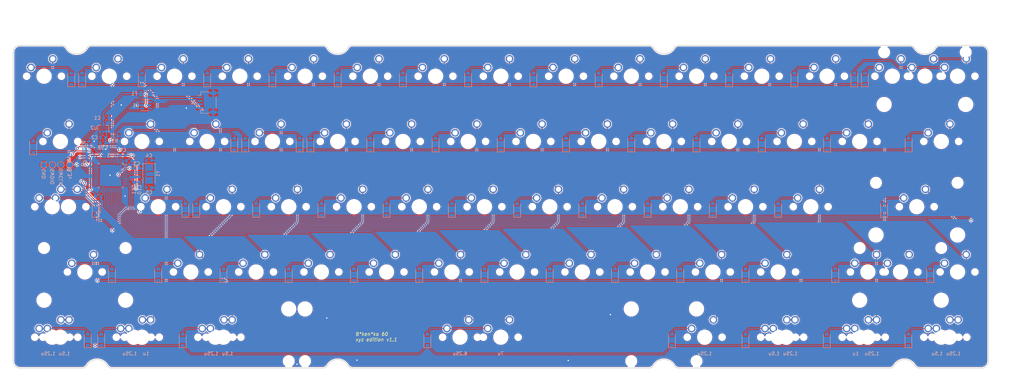
<source format=kicad_pcb>
(kicad_pcb (version 20171130) (host pcbnew 5.1.8)
  (layers (0 F.Cu signal) (31 B.Cu signal) (34 B.Paste user) (35 F.Paste user) (36 B.SilkS user) (37 F.SilkS user) (38 B.Mask user) (39 F.Mask user) (44 Edge.Cuts user))
  (net 0 "")
  (net 1 GND)
  (net 2 "Net-(D1-Pad2)")
  (net 3 ROW0)
  (net 4 "Net-(D2-Pad2)")
  (net 5 "Net-(D3-Pad2)")
  (net 6 "Net-(D4-Pad2)")
  (net 7 "Net-(D5-Pad2)")
  (net 8 "Net-(D6-Pad2)")
  (net 9 "Net-(D7-Pad2)")
  (net 10 "Net-(D8-Pad2)")
  (net 11 "Net-(D9-Pad2)")
  (net 12 "Net-(D10-Pad2)")
  (net 13 "Net-(D11-Pad2)")
  (net 14 "Net-(D12-Pad2)")
  (net 15 "Net-(D13-Pad2)")
  (net 16 "Net-(D14-Pad2)")
  (net 17 "Net-(D15-Pad2)")
  (net 18 "Net-(D16-Pad2)")
  (net 19 "Net-(D17-Pad2)")
  (net 20 ROW1)
  (net 21 "Net-(D18-Pad2)")
  (net 22 "Net-(D19-Pad2)")
  (net 23 "Net-(D20-Pad2)")
  (net 24 "Net-(D21-Pad2)")
  (net 25 "Net-(D22-Pad2)")
  (net 26 "Net-(D23-Pad2)")
  (net 27 "Net-(D24-Pad2)")
  (net 28 "Net-(D25-Pad2)")
  (net 29 "Net-(D26-Pad2)")
  (net 30 "Net-(D27-Pad2)")
  (net 31 "Net-(D28-Pad2)")
  (net 32 "Net-(D29-Pad2)")
  (net 33 "Net-(D30-Pad2)")
  (net 34 "Net-(D31-Pad2)")
  (net 35 "Net-(D32-Pad2)")
  (net 36 ROW2)
  (net 37 "Net-(D33-Pad2)")
  (net 38 "Net-(D34-Pad2)")
  (net 39 "Net-(D35-Pad2)")
  (net 40 "Net-(D36-Pad2)")
  (net 41 "Net-(D37-Pad2)")
  (net 42 "Net-(D38-Pad2)")
  (net 43 "Net-(D39-Pad2)")
  (net 44 "Net-(D40-Pad2)")
  (net 45 "Net-(D41-Pad2)")
  (net 46 "Net-(D42-Pad2)")
  (net 47 "Net-(D43-Pad2)")
  (net 48 "Net-(D44-Pad2)")
  (net 49 "Net-(D45-Pad2)")
  (net 50 "Net-(D46-Pad2)")
  (net 51 "Net-(D47-Pad2)")
  (net 52 ROW3)
  (net 53 "Net-(D48-Pad2)")
  (net 54 "Net-(D49-Pad2)")
  (net 55 "Net-(D50-Pad2)")
  (net 56 "Net-(D51-Pad2)")
  (net 57 "Net-(D52-Pad2)")
  (net 58 "Net-(D53-Pad2)")
  (net 59 "Net-(D54-Pad2)")
  (net 60 "Net-(D55-Pad2)")
  (net 61 "Net-(D56-Pad2)")
  (net 62 "Net-(D57-Pad2)")
  (net 63 "Net-(D58-Pad2)")
  (net 64 "Net-(D59-Pad2)")
  (net 65 "Net-(D60-Pad2)")
  (net 66 "Net-(D61-Pad2)")
  (net 67 ROW4)
  (net 68 "Net-(D62-Pad2)")
  (net 69 "Net-(D63-Pad2)")
  (net 70 VBUS)
  (net 71 D+)
  (net 72 D-)
  (net 73 COL0)
  (net 74 COL1)
  (net 75 COL2)
  (net 76 COL3)
  (net 77 COL4)
  (net 78 COL5)
  (net 79 COL6)
  (net 80 COL7)
  (net 81 COL8)
  (net 82 COL9)
  (net 83 COL10)
  (net 84 COL11)
  (net 85 COL12)
  (net 86 COL13)
  (net 87 COL14)
  (net 88 +5V)
  (net 89 VBAT)
  (net 90 NRST)
  (net 91 "Net-(C4-Pad1)")
  (net 92 "Net-(C5-Pad1)")
  (net 93 SWDIO)
  (net 94 SWCLK)
  (net 95 BOOT0)
  (net 96 "Net-(U1-Pad3)")
  (net 97 "Net-(U1-Pad1)")
  (net 98 "Net-(U3-Pad42)")
  (net 99 "Net-(U3-Pad41)")
  (net 100 "Net-(U3-Pad40)")
  (net 101 "Net-(U3-Pad39)")
  (net 102 "Net-(U3-Pad38)")
  (net 103 "Net-(U3-Pad31)")
  (net 104 "Net-(U3-Pad30)")
  (net 105 "Net-(U3-Pad29)")
  (net 106 "Net-(U3-Pad4)")
  (net 107 "Net-(U3-Pad3)")
  (net 108 "Net-(U3-Pad2)")
  (module Resistor_SMD:R_0603_1608Metric (layer B.Cu) (at 10.60375 24.93 90)
    (fp_text reference R2 (at 0 -1.5 90) (layer B.SilkS) (effects (justify mirror)))
    (fp_text value 1.5k)
    (pad 2 smd roundrect (at 0.825 0 90) (size 0.8 0.95) (layers B.Cu B.Paste B.Mask) (net 71 D+))
    (pad 1 smd roundrect (at -0.825 0 90) (size 0.8 0.95) (layers B.Cu B.Paste B.Mask) (net 89 VBAT))
  )
  (module TestPoint:TestPoint_Pad_D1.5mm (layer B.Cu) (at 4.93375 31)
    (fp_text reference J5 hide)
    (fp_text value 3.3v (at 0.07 2.58 90) (layer B.SilkS) (effects (justify mirror)))
    (pad 1 smd circle (at 0 0) (size 1.5 1.5) (layers B.Cu B.Mask) (net 89 VBAT))
  )
  (module Crystal:Crystal_SMD_5032-2Pin_5.0x3.2mm (layer B.Cu) (at 28.10375 33.63 270)
    (fp_text reference Y1 (at -0.05 -2.6 90) (layer B.SilkS) (effects (justify mirror)))
    (fp_text value 8MHz)
    (pad 2 smd rect (at 1.85 0 270) (size 2 2.4) (layers B.Cu B.Paste B.Mask) (net 92 "Net-(C5-Pad1)"))
    (pad 1 smd rect (at -1.85 0 270) (size 2 2.4) (layers B.Cu B.Paste B.Mask) (net 91 "Net-(C4-Pad1)"))
  )
  (module Package_QFP:LQFP-48_7x7mm_P0.5mm (layer B.Cu) (at 16.90375 34.08 180)
    (fp_text reference U3 (at 0 5.85) (layer B.SilkS) (effects (justify mirror)))
    (fp_text value STM32F103C8Tx)
    (pad 48 smd roundrect (at -2.75 4.1625 180) (size 0.3 1.475) (layers B.Cu B.Paste B.Mask) (net 89 VBAT))
    (pad 47 smd roundrect (at -2.25 4.1625 180) (size 0.3 1.475) (layers B.Cu B.Paste B.Mask) (net 1 GND))
    (pad 46 smd roundrect (at -1.75 4.1625 180) (size 0.3 1.475) (layers B.Cu B.Paste B.Mask) (net 20 ROW1))
    (pad 45 smd roundrect (at -1.25 4.1625 180) (size 0.3 1.475) (layers B.Cu B.Paste B.Mask) (net 74 COL1))
    (pad 44 smd roundrect (at -0.75 4.1625 180) (size 0.3 1.475) (layers B.Cu B.Paste B.Mask) (net 95 BOOT0))
    (pad 43 smd roundrect (at -0.25 4.1625 180) (size 0.3 1.475) (layers B.Cu B.Paste B.Mask) (net 3 ROW0))
    (pad 42 smd roundrect (at 0.25 4.1625 180) (size 0.3 1.475) (layers B.Cu B.Paste B.Mask) (net 98 "Net-(U3-Pad42)"))
    (pad 41 smd roundrect (at 0.75 4.1625 180) (size 0.3 1.475) (layers B.Cu B.Paste B.Mask) (net 99 "Net-(U3-Pad41)"))
    (pad 40 smd roundrect (at 1.25 4.1625 180) (size 0.3 1.475) (layers B.Cu B.Paste B.Mask) (net 100 "Net-(U3-Pad40)"))
    (pad 39 smd roundrect (at 1.75 4.1625 180) (size 0.3 1.475) (layers B.Cu B.Paste B.Mask) (net 101 "Net-(U3-Pad39)"))
    (pad 38 smd roundrect (at 2.25 4.1625 180) (size 0.3 1.475) (layers B.Cu B.Paste B.Mask) (net 102 "Net-(U3-Pad38)"))
    (pad 37 smd roundrect (at 2.75 4.1625 180) (size 0.3 1.475) (layers B.Cu B.Paste B.Mask) (net 94 SWCLK))
    (pad 36 smd roundrect (at 4.1625 2.75 180) (size 1.475 0.3) (layers B.Cu B.Paste B.Mask) (net 89 VBAT))
    (pad 35 smd roundrect (at 4.1625 2.25 180) (size 1.475 0.3) (layers B.Cu B.Paste B.Mask) (net 1 GND))
    (pad 34 smd roundrect (at 4.1625 1.75 180) (size 1.475 0.3) (layers B.Cu B.Paste B.Mask) (net 93 SWDIO))
    (pad 33 smd roundrect (at 4.1625 1.25 180) (size 1.475 0.3) (layers B.Cu B.Paste B.Mask) (net 71 D+))
    (pad 32 smd roundrect (at 4.1625 0.75 180) (size 1.475 0.3) (layers B.Cu B.Paste B.Mask) (net 72 D-))
    (pad 31 smd roundrect (at 4.1625 0.25 180) (size 1.475 0.3) (layers B.Cu B.Paste B.Mask) (net 103 "Net-(U3-Pad31)"))
    (pad 30 smd roundrect (at 4.1625 -0.25 180) (size 1.475 0.3) (layers B.Cu B.Paste B.Mask) (net 104 "Net-(U3-Pad30)"))
    (pad 29 smd roundrect (at 4.1625 -0.75 180) (size 1.475 0.3) (layers B.Cu B.Paste B.Mask) (net 105 "Net-(U3-Pad29)"))
    (pad 28 smd roundrect (at 4.1625 -1.25 180) (size 1.475 0.3) (layers B.Cu B.Paste B.Mask) (net 67 ROW4))
    (pad 27 smd roundrect (at 4.1625 -1.75 180) (size 1.475 0.3) (layers B.Cu B.Paste B.Mask) (net 52 ROW3))
    (pad 26 smd roundrect (at 4.1625 -2.25 180) (size 1.475 0.3) (layers B.Cu B.Paste B.Mask) (net 73 COL0))
    (pad 25 smd roundrect (at 4.1625 -2.75 180) (size 1.475 0.3) (layers B.Cu B.Paste B.Mask) (net 36 ROW2))
    (pad 24 smd roundrect (at 2.75 -4.1625 180) (size 0.3 1.475) (layers B.Cu B.Paste B.Mask) (net 89 VBAT))
    (pad 23 smd roundrect (at 2.25 -4.1625 180) (size 0.3 1.475) (layers B.Cu B.Paste B.Mask) (net 1 GND))
    (pad 22 smd roundrect (at 1.75 -4.1625 180) (size 0.3 1.475) (layers B.Cu B.Paste B.Mask) (net 75 COL2))
    (pad 21 smd roundrect (at 1.25 -4.1625 180) (size 0.3 1.475) (layers B.Cu B.Paste B.Mask) (net 76 COL3))
    (pad 20 smd roundrect (at 0.75 -4.1625 180) (size 0.3 1.475) (layers B.Cu B.Paste B.Mask) (net 77 COL4))
    (pad 19 smd roundrect (at 0.25 -4.1625 180) (size 0.3 1.475) (layers B.Cu B.Paste B.Mask) (net 78 COL5))
    (pad 18 smd roundrect (at -0.25 -4.1625 180) (size 0.3 1.475) (layers B.Cu B.Paste B.Mask) (net 79 COL6))
    (pad 17 smd roundrect (at -0.75 -4.1625 180) (size 0.3 1.475) (layers B.Cu B.Paste B.Mask) (net 80 COL7))
    (pad 16 smd roundrect (at -1.25 -4.1625 180) (size 0.3 1.475) (layers B.Cu B.Paste B.Mask) (net 81 COL8))
    (pad 15 smd roundrect (at -1.75 -4.1625 180) (size 0.3 1.475) (layers B.Cu B.Paste B.Mask) (net 82 COL9))
    (pad 14 smd roundrect (at -2.25 -4.1625 180) (size 0.3 1.475) (layers B.Cu B.Paste B.Mask) (net 83 COL10))
    (pad 13 smd roundrect (at -2.75 -4.1625 180) (size 0.3 1.475) (layers B.Cu B.Paste B.Mask) (net 84 COL11))
    (pad 12 smd roundrect (at -4.1625 -2.75 180) (size 1.475 0.3) (layers B.Cu B.Paste B.Mask) (net 85 COL12))
    (pad 11 smd roundrect (at -4.1625 -2.25 180) (size 1.475 0.3) (layers B.Cu B.Paste B.Mask) (net 86 COL13))
    (pad 10 smd roundrect (at -4.1625 -1.75 180) (size 1.475 0.3) (layers B.Cu B.Paste B.Mask) (net 87 COL14))
    (pad 9 smd roundrect (at -4.1625 -1.25 180) (size 1.475 0.3) (layers B.Cu B.Paste B.Mask) (net 89 VBAT))
    (pad 8 smd roundrect (at -4.1625 -0.75 180) (size 1.475 0.3) (layers B.Cu B.Paste B.Mask) (net 1 GND))
    (pad 7 smd roundrect (at -4.1625 -0.25 180) (size 1.475 0.3) (layers B.Cu B.Paste B.Mask) (net 90 NRST))
    (pad 6 smd roundrect (at -4.1625 0.25 180) (size 1.475 0.3) (layers B.Cu B.Paste B.Mask) (net 92 "Net-(C5-Pad1)"))
    (pad 5 smd roundrect (at -4.1625 0.75 180) (size 1.475 0.3) (layers B.Cu B.Paste B.Mask) (net 91 "Net-(C4-Pad1)"))
    (pad 4 smd roundrect (at -4.1625 1.25 180) (size 1.475 0.3) (layers B.Cu B.Paste B.Mask) (net 106 "Net-(U3-Pad4)"))
    (pad 3 smd roundrect (at -4.1625 1.75 180) (size 1.475 0.3) (layers B.Cu B.Paste B.Mask) (net 107 "Net-(U3-Pad3)"))
    (pad 2 smd roundrect (at -4.1625 2.25 180) (size 1.475 0.3) (layers B.Cu B.Paste B.Mask) (net 108 "Net-(U3-Pad2)"))
    (pad 1 smd roundrect (at -4.1625 2.75 180) (size 1.475 0.3) (layers B.Cu B.Paste B.Mask) (net 89 VBAT))
  )
  (module Package_TO_SOT_SMD:SOT-23 (layer B.Cu) (at 14.75375 20.18 90)
    (fp_text reference U2 (at 0 -2.75 180) (layer B.SilkS) (effects (justify mirror)))
    (fp_text value XC6206P332MR)
    (pad 3 smd rect (at 1 0 90) (size 0.9 0.8) (layers B.Cu B.Paste B.Mask) (net 88 +5V))
    (pad 2 smd rect (at -1 -0.95 90) (size 0.9 0.8) (layers B.Cu B.Paste B.Mask) (net 89 VBAT))
    (pad 1 smd rect (at -1 0.95 90) (size 0.9 0.8) (layers B.Cu B.Paste B.Mask) (net 1 GND))
  )
  (module Package_TO_SOT_SMD:SOT-23-6 (layer B.Cu) (at 27.20375 13.58)
    (fp_text reference U1 (at -2.9 0) (layer B.SilkS) (effects (justify mirror)))
    (fp_text value SRV05-4)
    (pad 5 smd rect (at 1.1 0) (size 1.06 0.65) (layers B.Cu B.Paste B.Mask) (net 88 +5V))
    (pad 6 smd rect (at 1.1 0.95) (size 1.06 0.65) (layers B.Cu B.Paste B.Mask) (net 71 D+))
    (pad 4 smd rect (at 1.1 -0.95) (size 1.06 0.65) (layers B.Cu B.Paste B.Mask) (net 72 D-))
    (pad 3 smd rect (at -1.1 -0.95) (size 1.06 0.65) (layers B.Cu B.Paste B.Mask) (net 96 "Net-(U1-Pad3)"))
    (pad 2 smd rect (at -1.1 0) (size 1.06 0.65) (layers B.Cu B.Paste B.Mask) (net 1 GND))
    (pad 1 smd rect (at -1.1 0.95) (size 1.06 0.65) (layers B.Cu B.Paste B.Mask) (net 97 "Net-(U1-Pad1)"))
  )
  (module Resistor_SMD:R_0603_1608Metric (layer B.Cu) (at 18.12875 22.58)
    (fp_text reference R1 (at 0 1.43) (layer B.SilkS) (effects (justify mirror)))
    (fp_text value 10k)
    (pad 2 smd roundrect (at 0.825 0) (size 0.8 0.95) (layers B.Cu B.Paste B.Mask) (net 1 GND))
    (pad 1 smd roundrect (at -0.825 0) (size 0.8 0.95) (layers B.Cu B.Paste B.Mask) (net 95 BOOT0))
  )
  (module TestPoint:TestPoint_Pad_D1.5mm (layer B.Cu) (at -2.59625 31)
    (fp_text reference J4 hide)
    (fp_text value GND (at 0 2.58 90) (layer B.SilkS) (effects (justify mirror)))
    (pad 1 smd circle (at 0 0) (size 1.5 1.5) (layers B.Cu B.Mask) (net 1 GND))
  )
  (module TestPoint:TestPoint_Pad_D1.5mm (layer B.Cu) (at 2.40375 31)
    (fp_text reference J3 hide)
    (fp_text value SWCLK (at 0 3.48 90) (layer B.SilkS) (effects (justify mirror)))
    (pad 1 smd circle (at 0 0) (size 1.5 1.5) (layers B.Cu B.Mask) (net 94 SWCLK))
  )
  (module TestPoint:TestPoint_Pad_D1.5mm (layer B.Cu) (at -0.09625 31)
    (fp_text reference J2 hide)
    (fp_text value SWDIO (at 0 3.38 90) (layer B.SilkS) (effects (justify mirror)))
    (pad 1 smd circle (at 0 0) (size 1.5 1.5) (layers B.Cu B.Mask) (net 93 SWDIO))
  )
  (module Fuse:Fuse_1206_3216Metric (layer B.Cu) (at 27.10375 10.18)
    (fp_text reference F1 (at -3.3 0) (layer B.SilkS) (effects (justify mirror)))
    (fp_text value 500mA)
    (pad 2 smd roundrect (at 1.4 0) (size 1.25 1.75) (layers B.Cu B.Paste B.Mask) (roundrect_rratio 0.2) (net 70 VBUS))
    (pad 1 smd roundrect (at -1.4 0) (size 1.25 1.75) (layers B.Cu B.Paste B.Mask) (roundrect_rratio 0.2) (net 88 +5V))
  )
  (module Capacitor_SMD:C_0603_1608Metric (layer B.Cu) (at 14.67875 24.58)
    (fp_text reference C12 (at -0.075 1.35) (layer B.SilkS) (effects (justify mirror)))
    (fp_text value 10u)
    (pad 2 smd roundrect (at 0.775 0) (size 0.9 0.95) (layers B.Cu B.Paste B.Mask) (net 1 GND))
    (pad 1 smd roundrect (at -0.775 0) (size 0.9 0.95) (layers B.Cu B.Paste B.Mask) (net 89 VBAT))
  )
  (module Capacitor_SMD:C_0603_1608Metric (layer B.Cu) (at 23.70375 35.255 90)
    (fp_text reference C11 (at -2.925 0 90) (layer B.SilkS) (effects (justify mirror)))
    (fp_text value 100n)
    (pad 2 smd roundrect (at 0.775 0 90) (size 0.9 0.95) (layers B.Cu B.Paste B.Mask) (net 1 GND))
    (pad 1 smd roundrect (at -0.775 0 90) (size 0.9 0.95) (layers B.Cu B.Paste B.Mask) (net 89 VBAT))
  )
  (module Capacitor_SMD:C_0603_1608Metric (layer B.Cu) (at 25.30375 35.255 90)
    (fp_text reference C10 (at -2.925 0 90) (layer B.SilkS) (effects (justify mirror)))
    (fp_text value 1u)
    (pad 2 smd roundrect (at 0.775 0 90) (size 0.9 0.95) (layers B.Cu B.Paste B.Mask) (net 1 GND))
    (pad 1 smd roundrect (at -0.775 0 90) (size 0.9 0.95) (layers B.Cu B.Paste B.Mask) (net 89 VBAT))
  )
  (module Capacitor_SMD:C_0603_1608Metric (layer B.Cu) (at 20.47875 28.08 180)
    (fp_text reference C9 (at 0 1.43) (layer B.SilkS) (effects (justify mirror)))
    (fp_text value 100n)
    (pad 2 smd roundrect (at 0.775 0 180) (size 0.9 0.95) (layers B.Cu B.Paste B.Mask) (net 1 GND))
    (pad 1 smd roundrect (at -0.775 0 180) (size 0.9 0.95) (layers B.Cu B.Paste B.Mask) (net 89 VBAT))
  )
  (module Capacitor_SMD:C_0603_1608Metric (layer B.Cu) (at 10.90375 30.555 270)
    (fp_text reference C8 (at 0 1.43 90) (layer B.SilkS) (effects (justify mirror)))
    (fp_text value 100n)
    (pad 2 smd roundrect (at 0.775 0 270) (size 0.9 0.95) (layers B.Cu B.Paste B.Mask) (net 1 GND))
    (pad 1 smd roundrect (at -0.775 0 270) (size 0.9 0.95) (layers B.Cu B.Paste B.Mask) (net 89 VBAT))
  )
  (module Capacitor_SMD:C_0603_1608Metric (layer B.Cu) (at 13.27875 40.18)
    (fp_text reference C7 (at -2.575 0) (layer B.SilkS) (effects (justify mirror)))
    (fp_text value 100n)
    (pad 2 smd roundrect (at 0.775 0) (size 0.9 0.95) (layers B.Cu B.Paste B.Mask) (net 1 GND))
    (pad 1 smd roundrect (at -0.775 0) (size 0.9 0.95) (layers B.Cu B.Paste B.Mask) (net 89 VBAT))
  )
  (module Capacitor_SMD:C_0603_1608Metric (layer B.Cu) (at 22.30375 29.755)
    (fp_text reference C6 (at 0.8 -1.475) (layer B.SilkS) (effects (justify mirror)))
    (fp_text value 100n)
    (pad 2 smd roundrect (at 0.775 0) (size 0.9 0.95) (layers B.Cu B.Paste B.Mask) (net 1 GND))
    (pad 1 smd roundrect (at -0.775 0) (size 0.9 0.95) (layers B.Cu B.Paste B.Mask) (net 89 VBAT))
  )
  (module Capacitor_SMD:C_0603_1608Metric (layer B.Cu) (at 28.07875 37.58)
    (fp_text reference C5 (at 0 1.43) (layer B.SilkS) (effects (justify mirror)))
    (fp_text value 20p)
    (pad 2 smd roundrect (at 0.775 0) (size 0.9 0.95) (layers B.Cu B.Paste B.Mask) (net 1 GND))
    (pad 1 smd roundrect (at -0.775 0) (size 0.9 0.95) (layers B.Cu B.Paste B.Mask) (net 92 "Net-(C5-Pad1)"))
  )
  (module Capacitor_SMD:C_0603_1608Metric (layer B.Cu) (at 28.07875 29.68)
    (fp_text reference C4 (at 0 -1.4) (layer B.SilkS) (effects (justify mirror)))
    (fp_text value 20p)
    (pad 2 smd roundrect (at 0.775 0) (size 0.9 0.95) (layers B.Cu B.Paste B.Mask) (net 1 GND))
    (pad 1 smd roundrect (at -0.775 0) (size 0.9 0.95) (layers B.Cu B.Paste B.Mask) (net 91 "Net-(C4-Pad1)"))
  )
  (module Capacitor_SMD:C_0603_1608Metric (layer B.Cu) (at 24.47875 31.98)
    (fp_text reference C3 (at 0.025 -1.4) (layer B.SilkS) (effects (justify mirror)))
    (fp_text value 100n)
    (pad 2 smd roundrect (at 0.775 0) (size 0.9 0.95) (layers B.Cu B.Paste B.Mask) (net 1 GND))
    (pad 1 smd roundrect (at -0.775 0) (size 0.9 0.95) (layers B.Cu B.Paste B.Mask) (net 90 NRST))
  )
  (module Capacitor_SMD:C_0603_1608Metric (layer B.Cu) (at 14.67875 22.98)
    (fp_text reference C2 (at -2.475 0) (layer B.SilkS) (effects (justify mirror)))
    (fp_text value 1u)
    (pad 2 smd roundrect (at 0.775 0) (size 0.9 0.95) (layers B.Cu B.Paste B.Mask) (net 1 GND))
    (pad 1 smd roundrect (at -0.775 0) (size 0.9 0.95) (layers B.Cu B.Paste B.Mask) (net 89 VBAT))
  )
  (module Capacitor_SMD:C_0603_1608Metric (layer B.Cu) (at 15.57875 17.28)
    (fp_text reference C1 (at -2.575 0) (layer B.SilkS) (effects (justify mirror)))
    (fp_text value 1u)
    (pad 2 smd roundrect (at 0.775 0) (size 0.9 0.95) (layers B.Cu B.Paste B.Mask) (net 1 GND))
    (pad 1 smd roundrect (at -0.775 0) (size 0.9 0.95) (layers B.Cu B.Paste B.Mask) (net 88 +5V))
  )
  (module MX_Only:MXOnly-1.5U-NoLED (layer F.Cu) (at 259.3975 81.28)
    (fp_text reference MX73)
    (fp_text value 1.5u (at -1.190625 4.7625) (layer B.SilkS) (effects (justify mirror)))
    (pad 2 thru_hole circle (at 2.54 -5.08) (size 2.25 2.25) (drill 1.47) (layers *.Cu B.Mask) (net 86 COL13))
    (pad "" np_thru_hole circle (at 0 0) (size 3.9878 3.9878) (drill 3.9878) (layers *.Cu *.Mask))
    (pad 1 thru_hole circle (at -3.81 -2.54) (size 2.25 2.25) (drill 1.47) (layers *.Cu B.Mask) (net 69 "Net-(D63-Pad2)"))
    (pad "" np_thru_hole circle (at -5.08 0 48.0996) (size 1.75 1.75) (drill 1.75) (layers *.Cu *.Mask))
    (pad "" np_thru_hole circle (at 5.08 0 48.0996) (size 1.75 1.75) (drill 1.75) (layers *.Cu *.Mask))
  )
  (module MX_Only:MXOnly-1U-NoLED (layer F.Cu) (at 235.585 81.28)
    (fp_text reference MX72)
    (fp_text value 1u (at -1.190625 4.7625) (layer B.SilkS) (effects (justify mirror)))
    (pad 2 thru_hole circle (at 2.54 -5.08) (size 2.25 2.25) (drill 1.47) (layers *.Cu B.Mask) (net 85 COL12))
    (pad "" np_thru_hole circle (at 0 0) (size 3.9878 3.9878) (drill 3.9878) (layers *.Cu *.Mask))
    (pad 1 thru_hole circle (at -3.81 -2.54) (size 2.25 2.25) (drill 1.47) (layers *.Cu B.Mask) (net 68 "Net-(D62-Pad2)"))
    (pad "" np_thru_hole circle (at -5.08 0 48.0996) (size 1.75 1.75) (drill 1.75) (layers *.Cu *.Mask))
    (pad "" np_thru_hole circle (at 5.08 0 48.0996) (size 1.75 1.75) (drill 1.75) (layers *.Cu *.Mask))
  )
  (module MX_Only:MXOnly-7U-ReversedStabilizers-NoLED (layer F.Cu) (at 130.81 81.28)
    (fp_text reference MX70)
    (fp_text value 7u (at 0 4.7625) (layer B.SilkS) (effects (justify mirror)))
    (pad 2 thru_hole circle (at 2.54 -5.08) (size 2.25 2.25) (drill 1.47) (layers *.Cu B.Mask) (net 79 COL6))
    (pad "" np_thru_hole circle (at 0 0) (size 3.9878 3.9878) (drill 3.9878) (layers *.Cu *.Mask))
    (pad 1 thru_hole circle (at -3.81 -2.54) (size 2.25 2.25) (drill 1.47) (layers *.Cu B.Mask) (net 64 "Net-(D59-Pad2)"))
    (pad "" np_thru_hole circle (at -5.08 0 48.0996) (size 1.75 1.75) (drill 1.75) (layers *.Cu *.Mask))
    (pad "" np_thru_hole circle (at 5.08 0 48.0996) (size 1.75 1.75) (drill 1.75) (layers *.Cu *.Mask))
    (pad "" np_thru_hole circle (at -57.15 6.985) (size 3.048 3.048) (drill 3.048) (layers *.Cu *.Mask))
    (pad "" np_thru_hole circle (at 57.15 6.985) (size 3.048 3.048) (drill 3.048) (layers *.Cu *.Mask))
    (pad "" np_thru_hole circle (at -57.15 -8.255) (size 3.9878 3.9878) (drill 3.9878) (layers *.Cu *.Mask))
    (pad "" np_thru_hole circle (at 57.15 -8.255) (size 3.9878 3.9878) (drill 3.9878) (layers *.Cu *.Mask))
  )
  (module MX_Only:MXOnly-1.5U-NoLED (layer F.Cu) (at 49.8475 81.28)
    (fp_text reference MX69)
    (fp_text value 1.5u (at 1.190625 4.7625) (layer B.SilkS) (effects (justify mirror)))
    (pad 2 thru_hole circle (at 2.54 -5.08) (size 2.25 2.25) (drill 1.47) (layers *.Cu B.Mask) (net 75 COL2))
    (pad "" np_thru_hole circle (at 0 0) (size 3.9878 3.9878) (drill 3.9878) (layers *.Cu *.Mask))
    (pad 1 thru_hole circle (at -3.81 -2.54) (size 2.25 2.25) (drill 1.47) (layers *.Cu B.Mask) (net 63 "Net-(D58-Pad2)"))
    (pad "" np_thru_hole circle (at -5.08 0 48.0996) (size 1.75 1.75) (drill 1.75) (layers *.Cu *.Mask))
    (pad "" np_thru_hole circle (at 5.08 0 48.0996) (size 1.75 1.75) (drill 1.75) (layers *.Cu *.Mask))
  )
  (module MX_Only:MXOnly-1U-NoLED (layer F.Cu) (at 26.035 81.28)
    (fp_text reference MX68)
    (fp_text value 1u (at 1.190625 4.7625) (layer B.SilkS) (effects (justify mirror)))
    (pad 2 thru_hole circle (at 2.54 -5.08) (size 2.25 2.25) (drill 1.47) (layers *.Cu B.Mask) (net 74 COL1))
    (pad "" np_thru_hole circle (at 0 0) (size 3.9878 3.9878) (drill 3.9878) (layers *.Cu *.Mask))
    (pad 1 thru_hole circle (at -3.81 -2.54) (size 2.25 2.25) (drill 1.47) (layers *.Cu B.Mask) (net 62 "Net-(D57-Pad2)"))
    (pad "" np_thru_hole circle (at -5.08 0 48.0996) (size 1.75 1.75) (drill 1.75) (layers *.Cu *.Mask))
    (pad "" np_thru_hole circle (at 5.08 0 48.0996) (size 1.75 1.75) (drill 1.75) (layers *.Cu *.Mask))
  )
  (module MX_Only:MXOnly-1.5U-NoLED (layer F.Cu) (at 2.2225 81.28)
    (fp_text reference MX67)
    (fp_text value 1.5u (at 1.190625 4.7625) (layer B.SilkS) (effects (justify mirror)))
    (pad 2 thru_hole circle (at 2.54 -5.08) (size 2.25 2.25) (drill 1.47) (layers *.Cu B.Mask) (net 73 COL0))
    (pad "" np_thru_hole circle (at 0 0) (size 3.9878 3.9878) (drill 3.9878) (layers *.Cu *.Mask))
    (pad 1 thru_hole circle (at -3.81 -2.54) (size 2.25 2.25) (drill 1.47) (layers *.Cu B.Mask) (net 61 "Net-(D56-Pad2)"))
    (pad "" np_thru_hole circle (at -5.08 0 48.0996) (size 1.75 1.75) (drill 1.75) (layers *.Cu *.Mask))
    (pad "" np_thru_hole circle (at 5.08 0 48.0996) (size 1.75 1.75) (drill 1.75) (layers *.Cu *.Mask))
  )
  (module MX_Only:MXOnly-1.25U-NoLED (layer F.Cu) (at 261.77875 81.28)
    (fp_text reference MX66)
    (fp_text value 1.25u (at 1.190625 4.7625) (layer B.SilkS) (effects (justify mirror)))
    (pad 2 thru_hole circle (at 2.54 -5.08) (size 2.25 2.25) (drill 1.47) (layers *.Cu B.Mask) (net 86 COL13))
    (pad "" np_thru_hole circle (at 0 0) (size 3.9878 3.9878) (drill 3.9878) (layers *.Cu *.Mask))
    (pad 1 thru_hole circle (at -3.81 -2.54) (size 2.25 2.25) (drill 1.47) (layers *.Cu B.Mask) (net 69 "Net-(D63-Pad2)"))
    (pad "" np_thru_hole circle (at -5.08 0 48.0996) (size 1.75 1.75) (drill 1.75) (layers *.Cu *.Mask))
    (pad "" np_thru_hole circle (at 5.08 0 48.0996) (size 1.75 1.75) (drill 1.75) (layers *.Cu *.Mask))
  )
  (module MX_Only:MXOnly-1.25U-NoLED (layer F.Cu) (at 237.96625 81.28)
    (fp_text reference MX65)
    (fp_text value 1.25u (at 1.190625 4.7625) (layer B.SilkS) (effects (justify mirror)))
    (pad 2 thru_hole circle (at 2.54 -5.08) (size 2.25 2.25) (drill 1.47) (layers *.Cu B.Mask) (net 85 COL12))
    (pad "" np_thru_hole circle (at 0 0) (size 3.9878 3.9878) (drill 3.9878) (layers *.Cu *.Mask))
    (pad 1 thru_hole circle (at -3.81 -2.54) (size 2.25 2.25) (drill 1.47) (layers *.Cu B.Mask) (net 68 "Net-(D62-Pad2)"))
    (pad "" np_thru_hole circle (at -5.08 0 48.0996) (size 1.75 1.75) (drill 1.75) (layers *.Cu *.Mask))
    (pad "" np_thru_hole circle (at 5.08 0 48.0996) (size 1.75 1.75) (drill 1.75) (layers *.Cu *.Mask))
  )
  (module MX_Only:MXOnly-1.25U-NoLED (layer F.Cu) (at 214.15375 81.28)
    (fp_text reference MX64)
    (fp_text value 1.25u (at 1.190625 4.7625) (layer B.SilkS) (effects (justify mirror)))
    (pad 2 thru_hole circle (at 2.54 -5.08) (size 2.25 2.25) (drill 1.47) (layers *.Cu B.Mask) (net 84 COL11))
    (pad "" np_thru_hole circle (at 0 0) (size 3.9878 3.9878) (drill 3.9878) (layers *.Cu *.Mask))
    (pad 1 thru_hole circle (at -3.81 -2.54) (size 2.25 2.25) (drill 1.47) (layers *.Cu B.Mask) (net 66 "Net-(D61-Pad2)"))
    (pad "" np_thru_hole circle (at -5.08 0 48.0996) (size 1.75 1.75) (drill 1.75) (layers *.Cu *.Mask))
    (pad "" np_thru_hole circle (at 5.08 0 48.0996) (size 1.75 1.75) (drill 1.75) (layers *.Cu *.Mask))
  )
  (module MX_Only:MXOnly-1.25U-NoLED (layer F.Cu) (at 190.34125 81.28)
    (fp_text reference MX63)
    (fp_text value 1.25u (at 0 4.7625) (layer B.SilkS) (effects (justify mirror)))
    (pad 2 thru_hole circle (at 2.54 -5.08) (size 2.25 2.25) (drill 1.47) (layers *.Cu B.Mask) (net 83 COL10))
    (pad "" np_thru_hole circle (at 0 0) (size 3.9878 3.9878) (drill 3.9878) (layers *.Cu *.Mask))
    (pad 1 thru_hole circle (at -3.81 -2.54) (size 2.25 2.25) (drill 1.47) (layers *.Cu B.Mask) (net 65 "Net-(D60-Pad2)"))
    (pad "" np_thru_hole circle (at -5.08 0 48.0996) (size 1.75 1.75) (drill 1.75) (layers *.Cu *.Mask))
    (pad "" np_thru_hole circle (at 5.08 0 48.0996) (size 1.75 1.75) (drill 1.75) (layers *.Cu *.Mask))
  )
  (module MX_Only:MXOnly-2.75U-NoLED (layer F.Cu) (at 247.49125 62.23)
    (fp_text reference MX58)
    (fp_text value 2.75u)
    (pad 2 thru_hole circle (at 2.54 -5.08) (size 2.25 2.25) (drill 1.47) (layers *.Cu B.Mask) (net 85 COL12))
    (pad "" np_thru_hole circle (at 0 0) (size 3.9878 3.9878) (drill 3.9878) (layers *.Cu *.Mask))
    (pad 1 thru_hole circle (at -3.81 -2.54) (size 2.25 2.25) (drill 1.47) (layers *.Cu B.Mask) (net 59 "Net-(D54-Pad2)"))
    (pad "" np_thru_hole circle (at -5.08 0 48.0996) (size 1.75 1.75) (drill 1.75) (layers *.Cu *.Mask))
    (pad "" np_thru_hole circle (at 5.08 0 48.0996) (size 1.75 1.75) (drill 1.75) (layers *.Cu *.Mask))
    (pad "" np_thru_hole circle (at -11.90625 -6.985) (size 3.048 3.048) (drill 3.048) (layers *.Cu *.Mask))
    (pad "" np_thru_hole circle (at 11.90625 -6.985) (size 3.048 3.048) (drill 3.048) (layers *.Cu *.Mask))
    (pad "" np_thru_hole circle (at -11.90625 8.255) (size 3.9878 3.9878) (drill 3.9878) (layers *.Cu *.Mask))
    (pad "" np_thru_hole circle (at 11.90625 8.255) (size 3.9878 3.9878) (drill 3.9878) (layers *.Cu *.Mask))
  )
  (module MX_Only:MXOnly-1U-NoLED (layer F.Cu) (at 192.7225 62.23)
    (fp_text reference MX54)
    (fp_text value 1u)
    (pad 2 thru_hole circle (at 2.54 -5.08) (size 2.25 2.25) (drill 1.47) (layers *.Cu B.Mask) (net 83 COL10))
    (pad "" np_thru_hole circle (at 0 0) (size 3.9878 3.9878) (drill 3.9878) (layers *.Cu *.Mask))
    (pad 1 thru_hole circle (at -3.81 -2.54) (size 2.25 2.25) (drill 1.47) (layers *.Cu B.Mask) (net 57 "Net-(D52-Pad2)"))
    (pad "" np_thru_hole circle (at -5.08 0 48.0996) (size 1.75 1.75) (drill 1.75) (layers *.Cu *.Mask))
    (pad "" np_thru_hole circle (at 5.08 0 48.0996) (size 1.75 1.75) (drill 1.75) (layers *.Cu *.Mask))
  )
  (module Diode_SMD:D_SOD-123 (layer B.Cu) (at 226.01 82.07375 90)
    (fp_text reference D62)
    (fp_text value 1N4148)
    (pad 2 smd rect (at 1.65 0 90) (size 0.9 1.2) (layers B.Cu B.Paste B.Mask) (net 68 "Net-(D62-Pad2)"))
    (pad 1 smd rect (at -1.65 0 90) (size 0.9 1.2) (layers B.Cu B.Paste B.Mask) (net 67 ROW4))
  )
  (module Diode_SMD:D_SOD-123 (layer B.Cu) (at 202.2475 82.07375 90)
    (fp_text reference D61)
    (fp_text value 1N4148)
    (pad 2 smd rect (at 1.65 0 90) (size 0.9 1.2) (layers B.Cu B.Paste B.Mask) (net 66 "Net-(D61-Pad2)"))
    (pad 1 smd rect (at -1.65 0 90) (size 0.9 1.2) (layers B.Cu B.Paste B.Mask) (net 67 ROW4))
  )
  (module Diode_SMD:D_SOD-123 (layer B.Cu) (at 180.775 82.07375 90)
    (fp_text reference D60)
    (fp_text value 1N4148)
    (pad 2 smd rect (at 1.65 0 90) (size 0.9 1.2) (layers B.Cu B.Paste B.Mask) (net 65 "Net-(D60-Pad2)"))
    (pad 1 smd rect (at -1.65 0 90) (size 0.9 1.2) (layers B.Cu B.Paste B.Mask) (net 67 ROW4))
  )
  (module MX_Only:MXOnly-1U-NoLED (layer F.Cu) (at 145.0975 43.18)
    (fp_text reference MX39)
    (fp_text value 1u)
    (pad 2 thru_hole circle (at 2.54 -5.08) (size 2.25 2.25) (drill 1.47) (layers *.Cu B.Mask) (net 80 COL7))
    (pad "" np_thru_hole circle (at 0 0) (size 3.9878 3.9878) (drill 3.9878) (layers *.Cu *.Mask))
    (pad 1 thru_hole circle (at -3.81 -2.54) (size 2.25 2.25) (drill 1.47) (layers *.Cu B.Mask) (net 41 "Net-(D37-Pad2)"))
    (pad "" np_thru_hole circle (at -5.08 0 48.0996) (size 1.75 1.75) (drill 1.75) (layers *.Cu *.Mask))
    (pad "" np_thru_hole circle (at 5.08 0 48.0996) (size 1.75 1.75) (drill 1.75) (layers *.Cu *.Mask))
  )
  (module MX_Only:MXOnly-1U-NoLED (layer F.Cu) (at 49.8475 43.18)
    (fp_text reference MX34)
    (fp_text value 1u)
    (pad 2 thru_hole circle (at 2.54 -5.08) (size 2.25 2.25) (drill 1.47) (layers *.Cu B.Mask) (net 75 COL2))
    (pad "" np_thru_hole circle (at 0 0) (size 3.9878 3.9878) (drill 3.9878) (layers *.Cu *.Mask))
    (pad 1 thru_hole circle (at -3.81 -2.54) (size 2.25 2.25) (drill 1.47) (layers *.Cu B.Mask) (net 35 "Net-(D32-Pad2)"))
    (pad "" np_thru_hole circle (at -5.08 0 48.0996) (size 1.75 1.75) (drill 1.75) (layers *.Cu *.Mask))
    (pad "" np_thru_hole circle (at 5.08 0 48.0996) (size 1.75 1.75) (drill 1.75) (layers *.Cu *.Mask))
  )
  (module Diode_SMD:D_SOD-123 (layer B.Cu) (at 41.91 43.97375 90)
    (fp_text reference D32)
    (fp_text value 1N4148)
    (pad 2 smd rect (at 1.65 0 90) (size 0.9 1.2) (layers B.Cu B.Paste B.Mask) (net 35 "Net-(D32-Pad2)"))
    (pad 1 smd rect (at -1.65 0 90) (size 0.9 1.2) (layers B.Cu B.Paste B.Mask) (net 36 ROW2))
  )
  (module Diode_SMD:D_SOD-123 (layer B.Cu) (at 38.735 43.97375 90)
    (fp_text reference D31)
    (fp_text value 1N4148)
    (pad 2 smd rect (at 1.65 0 90) (size 0.9 1.2) (layers B.Cu B.Paste B.Mask) (net 34 "Net-(D31-Pad2)"))
    (pad 1 smd rect (at -1.65 0 90) (size 0.9 1.2) (layers B.Cu B.Paste B.Mask) (net 36 ROW2))
  )
  (module MX_Only:MXOnly-1U-NoLED (layer F.Cu) (at 178.435 24.13)
    (fp_text reference MX26)
    (fp_text value 1u)
    (pad 2 thru_hole circle (at 2.54 -5.08) (size 2.25 2.25) (drill 1.47) (layers *.Cu B.Mask) (net 82 COL9))
    (pad "" np_thru_hole circle (at 0 0) (size 3.9878 3.9878) (drill 3.9878) (layers *.Cu *.Mask))
    (pad 1 thru_hole circle (at -3.81 -2.54) (size 2.25 2.25) (drill 1.47) (layers *.Cu B.Mask) (net 28 "Net-(D25-Pad2)"))
    (pad "" np_thru_hole circle (at -5.08 0 48.0996) (size 1.75 1.75) (drill 1.75) (layers *.Cu *.Mask))
    (pad "" np_thru_hole circle (at 5.08 0 48.0996) (size 1.75 1.75) (drill 1.75) (layers *.Cu *.Mask))
  )
  (module MX_Only:MXOnly-1U-NoLED (layer F.Cu) (at 102.235 24.13)
    (fp_text reference MX22)
    (fp_text value 1u)
    (pad 2 thru_hole circle (at 2.54 -5.08) (size 2.25 2.25) (drill 1.47) (layers *.Cu B.Mask) (net 78 COL5))
    (pad "" np_thru_hole circle (at 0 0) (size 3.9878 3.9878) (drill 3.9878) (layers *.Cu *.Mask))
    (pad 1 thru_hole circle (at -3.81 -2.54) (size 2.25 2.25) (drill 1.47) (layers *.Cu B.Mask) (net 24 "Net-(D21-Pad2)"))
    (pad "" np_thru_hole circle (at -5.08 0 48.0996) (size 1.75 1.75) (drill 1.75) (layers *.Cu *.Mask))
    (pad "" np_thru_hole circle (at 5.08 0 48.0996) (size 1.75 1.75) (drill 1.75) (layers *.Cu *.Mask))
  )
  (module Diode_SMD:D_SOD-123 (layer B.Cu) (at 75.2475 24.92375 90)
    (fp_text reference D20)
    (fp_text value 1N4148)
    (pad 2 smd rect (at 1.65 0 90) (size 0.9 1.2) (layers B.Cu B.Paste B.Mask) (net 23 "Net-(D20-Pad2)"))
    (pad 1 smd rect (at -1.65 0 90) (size 0.9 1.2) (layers B.Cu B.Paste B.Mask) (net 20 ROW1))
  )
  (module Diode_SMD:D_SOD-123 (layer B.Cu) (at 72.0725 24.92375 90)
    (fp_text reference D19)
    (fp_text value 1N4148)
    (pad 2 smd rect (at 1.65 0 90) (size 0.9 1.2) (layers B.Cu B.Paste B.Mask) (net 22 "Net-(D19-Pad2)"))
    (pad 1 smd rect (at -1.65 0 90) (size 0.9 1.2) (layers B.Cu B.Paste B.Mask) (net 20 ROW1))
  )
  (module Diode_SMD:D_SOD-123 (layer B.Cu) (at 53.0225 24.92375 90)
    (fp_text reference D18)
    (fp_text value 1N4148)
    (pad 2 smd rect (at 1.65 0 90) (size 0.9 1.2) (layers B.Cu B.Paste B.Mask) (net 21 "Net-(D18-Pad2)"))
    (pad 1 smd rect (at -1.65 0 90) (size 0.9 1.2) (layers B.Cu B.Paste B.Mask) (net 20 ROW1))
  )
  (module Diode_SMD:D_SOD-123 (layer B.Cu) (at 56.1975 24.92375 90)
    (fp_text reference D17)
    (fp_text value 1N4148)
    (pad 2 smd rect (at 1.65 0 90) (size 0.9 1.2) (layers B.Cu B.Paste B.Mask) (net 19 "Net-(D17-Pad2)"))
    (pad 1 smd rect (at -1.65 0 90) (size 0.9 1.2) (layers B.Cu B.Paste B.Mask) (net 20 ROW1))
  )
  (module Diode_SMD:D_SOD-123 (layer B.Cu) (at 237.115 5.87375 90)
    (fp_text reference D14)
    (fp_text value 1N4148)
    (pad 2 smd rect (at 1.65 0 90) (size 0.9 1.2) (layers B.Cu B.Paste B.Mask) (net 16 "Net-(D14-Pad2)"))
    (pad 1 smd rect (at -1.65 0 90) (size 0.9 1.2) (layers B.Cu B.Paste B.Mask) (net 3 ROW0))
  )
  (module MX_Only:MXOnly-1U-NoLED (layer F.Cu) (at 226.06 5.08)
    (fp_text reference MX13)
    (fp_text value 1u)
    (pad 2 thru_hole circle (at 2.54 -5.08) (size 2.25 2.25) (drill 1.47) (layers *.Cu B.Mask) (net 85 COL12))
    (pad "" np_thru_hole circle (at 0 0) (size 3.9878 3.9878) (drill 3.9878) (layers *.Cu *.Mask))
    (pad 1 thru_hole circle (at -3.81 -2.54) (size 2.25 2.25) (drill 1.47) (layers *.Cu B.Mask) (net 15 "Net-(D13-Pad2)"))
    (pad "" np_thru_hole circle (at -5.08 0 48.0996) (size 1.75 1.75) (drill 1.75) (layers *.Cu *.Mask))
    (pad "" np_thru_hole circle (at 5.08 0 48.0996) (size 1.75 1.75) (drill 1.75) (layers *.Cu *.Mask))
  )
  (module Diode_SMD:D_SOD-123 (layer B.Cu) (at 216.535 5.87375 90)
    (fp_text reference D13)
    (fp_text value 1N4148)
    (pad 2 smd rect (at 1.65 0 90) (size 0.9 1.2) (layers B.Cu B.Paste B.Mask) (net 15 "Net-(D13-Pad2)"))
    (pad 1 smd rect (at -1.65 0 90) (size 0.9 1.2) (layers B.Cu B.Paste B.Mask) (net 3 ROW0))
  )
  (module Diode_SMD:D_SOD-123 (layer B.Cu) (at 8.5725 5.87375 90)
    (fp_text reference D2)
    (fp_text value 1N4148)
    (pad 2 smd rect (at 1.65 0 90) (size 0.9 1.2) (layers B.Cu B.Paste B.Mask) (net 4 "Net-(D2-Pad2)"))
    (pad 1 smd rect (at -1.65 0 90) (size 0.9 1.2) (layers B.Cu B.Paste B.Mask) (net 3 ROW0))
  )
  (module Diode_SMD:D_SOD-123 (layer B.Cu) (at 5.3975 5.87375 90)
    (fp_text reference D1)
    (fp_text value 1N4148)
    (pad 2 smd rect (at 1.65 0 90) (size 0.9 1.2) (layers B.Cu B.Paste B.Mask) (net 2 "Net-(D1-Pad2)"))
    (pad 1 smd rect (at -1.65 0 90) (size 0.9 1.2) (layers B.Cu B.Paste B.Mask) (net 3 ROW0))
  )
  (module Diode_SMD:D_SOD-123 (layer B.Cu) (at -5.715 25.7175 90)
    (fp_text reference D16)
    (fp_text value 1N4148)
    (pad 2 smd rect (at 1.65 0 90) (size 0.9 1.2) (layers B.Cu B.Paste B.Mask) (net 18 "Net-(D16-Pad2)"))
    (pad 1 smd rect (at -1.65 0 90) (size 0.9 1.2) (layers B.Cu B.Paste B.Mask) (net 20 ROW1))
  )
  (module Diode_SMD:D_SOD-123 (layer B.Cu) (at 234.045 5.87375 90)
    (fp_text reference D15)
    (fp_text value 1N4148)
    (pad 2 smd rect (at 1.65 0 90) (size 0.9 1.2) (layers B.Cu B.Paste B.Mask) (net 17 "Net-(D15-Pad2)"))
    (pad 1 smd rect (at -1.65 0 90) (size 0.9 1.2) (layers B.Cu B.Paste B.Mask) (net 3 ROW0))
  )
  (module MX_Only:MXOnly-1U-NoLED (layer F.Cu) (at 130.81 5.08)
    (fp_text reference MX8)
    (fp_text value 1u)
    (pad 2 thru_hole circle (at 2.54 -5.08) (size 2.25 2.25) (drill 1.47) (layers *.Cu B.Mask) (net 80 COL7))
    (pad "" np_thru_hole circle (at 0 0) (size 3.9878 3.9878) (drill 3.9878) (layers *.Cu *.Mask))
    (pad 1 thru_hole circle (at -3.81 -2.54) (size 2.25 2.25) (drill 1.47) (layers *.Cu B.Mask) (net 10 "Net-(D8-Pad2)"))
    (pad "" np_thru_hole circle (at -5.08 0 48.0996) (size 1.75 1.75) (drill 1.75) (layers *.Cu *.Mask))
    (pad "" np_thru_hole circle (at 5.08 0 48.0996) (size 1.75 1.75) (drill 1.75) (layers *.Cu *.Mask))
  )
  (module MX_Only:MXOnly-1U-NoLED (layer F.Cu) (at 92.71 5.08)
    (fp_text reference MX6)
    (fp_text value 1u)
    (pad 2 thru_hole circle (at 2.54 -5.08) (size 2.25 2.25) (drill 1.47) (layers *.Cu B.Mask) (net 78 COL5))
    (pad "" np_thru_hole circle (at 0 0) (size 3.9878 3.9878) (drill 3.9878) (layers *.Cu *.Mask))
    (pad 1 thru_hole circle (at -3.81 -2.54) (size 2.25 2.25) (drill 1.47) (layers *.Cu B.Mask) (net 8 "Net-(D6-Pad2)"))
    (pad "" np_thru_hole circle (at -5.08 0 48.0996) (size 1.75 1.75) (drill 1.75) (layers *.Cu *.Mask))
    (pad "" np_thru_hole circle (at 5.08 0 48.0996) (size 1.75 1.75) (drill 1.75) (layers *.Cu *.Mask))
  )
  (module MX_Only:MXOnly-1U-NoLED (layer F.Cu) (at 73.66 5.08)
    (fp_text reference MX5)
    (fp_text value 1u)
    (pad 2 thru_hole circle (at 2.54 -5.08) (size 2.25 2.25) (drill 1.47) (layers *.Cu B.Mask) (net 77 COL4))
    (pad "" np_thru_hole circle (at 0 0) (size 3.9878 3.9878) (drill 3.9878) (layers *.Cu *.Mask))
    (pad 1 thru_hole circle (at -3.81 -2.54) (size 2.25 2.25) (drill 1.47) (layers *.Cu B.Mask) (net 7 "Net-(D5-Pad2)"))
    (pad "" np_thru_hole circle (at -5.08 0 48.0996) (size 1.75 1.75) (drill 1.75) (layers *.Cu *.Mask))
    (pad "" np_thru_hole circle (at 5.08 0 48.0996) (size 1.75 1.75) (drill 1.75) (layers *.Cu *.Mask))
  )
  (module MX_Only:MXOnly-1.5U-NoLED (layer F.Cu) (at 211.7725 81.28)
    (fp_text reference MX71)
    (fp_text value 1.5u (at -1.190625 4.7625) (layer B.SilkS) (effects (justify mirror)))
    (pad 2 thru_hole circle (at 2.54 -5.08) (size 2.25 2.25) (drill 1.47) (layers *.Cu B.Mask) (net 84 COL11))
    (pad "" np_thru_hole circle (at 0 0) (size 3.9878 3.9878) (drill 3.9878) (layers *.Cu *.Mask))
    (pad 1 thru_hole circle (at -3.81 -2.54) (size 2.25 2.25) (drill 1.47) (layers *.Cu B.Mask) (net 66 "Net-(D61-Pad2)"))
    (pad "" np_thru_hole circle (at -5.08 0 48.0996) (size 1.75 1.75) (drill 1.75) (layers *.Cu *.Mask))
    (pad "" np_thru_hole circle (at 5.08 0 48.0996) (size 1.75 1.75) (drill 1.75) (layers *.Cu *.Mask))
  )
  (module MX_Only:MXOnly-6.25U-ReversedStabilizers-NoLED (layer F.Cu) (at 118.90375 81.28)
    (fp_text reference MX62)
    (fp_text value 6.25u (at 0 4.7625) (layer B.SilkS) (effects (justify mirror)))
    (pad 2 thru_hole circle (at 2.54 -5.08) (size 2.25 2.25) (drill 1.47) (layers *.Cu B.Mask) (net 79 COL6))
    (pad "" np_thru_hole circle (at 0 0) (size 3.9878 3.9878) (drill 3.9878) (layers *.Cu *.Mask))
    (pad 1 thru_hole circle (at -3.81 -2.54) (size 2.25 2.25) (drill 1.47) (layers *.Cu B.Mask) (net 64 "Net-(D59-Pad2)"))
    (pad "" np_thru_hole circle (at -5.08 0 48.0996) (size 1.75 1.75) (drill 1.75) (layers *.Cu *.Mask))
    (pad "" np_thru_hole circle (at 5.08 0 48.0996) (size 1.75 1.75) (drill 1.75) (layers *.Cu *.Mask))
    (pad "" np_thru_hole circle (at -49.9999 6.985) (size 3.048 3.048) (drill 3.048) (layers *.Cu *.Mask))
    (pad "" np_thru_hole circle (at 49.9999 6.985) (size 3.048 3.048) (drill 3.048) (layers *.Cu *.Mask))
    (pad "" np_thru_hole circle (at -49.9999 -8.255) (size 3.9878 3.9878) (drill 3.9878) (layers *.Cu *.Mask))
    (pad "" np_thru_hole circle (at 49.9999 -8.255) (size 3.9878 3.9878) (drill 3.9878) (layers *.Cu *.Mask))
  )
  (module MX_Only:MXOnly-1.25U-NoLED (layer F.Cu) (at 47.46625 81.28)
    (fp_text reference MX61)
    (fp_text value 1.25u (at -1.190625 4.7625) (layer B.SilkS) (effects (justify mirror)))
    (pad 2 thru_hole circle (at 2.54 -5.08) (size 2.25 2.25) (drill 1.47) (layers *.Cu B.Mask) (net 75 COL2))
    (pad "" np_thru_hole circle (at 0 0) (size 3.9878 3.9878) (drill 3.9878) (layers *.Cu *.Mask))
    (pad 1 thru_hole circle (at -3.81 -2.54) (size 2.25 2.25) (drill 1.47) (layers *.Cu B.Mask) (net 63 "Net-(D58-Pad2)"))
    (pad "" np_thru_hole circle (at -5.08 0 48.0996) (size 1.75 1.75) (drill 1.75) (layers *.Cu *.Mask))
    (pad "" np_thru_hole circle (at 5.08 0 48.0996) (size 1.75 1.75) (drill 1.75) (layers *.Cu *.Mask))
  )
  (module MX_Only:MXOnly-1.25U-NoLED (layer F.Cu) (at 23.65375 81.28)
    (fp_text reference MX60)
    (fp_text value 1.25u (at -1.190625 4.7625) (layer B.SilkS) (effects (justify mirror)))
    (pad 2 thru_hole circle (at 2.54 -5.08) (size 2.25 2.25) (drill 1.47) (layers *.Cu B.Mask) (net 74 COL1))
    (pad "" np_thru_hole circle (at 0 0) (size 3.9878 3.9878) (drill 3.9878) (layers *.Cu *.Mask))
    (pad 1 thru_hole circle (at -3.81 -2.54) (size 2.25 2.25) (drill 1.47) (layers *.Cu B.Mask) (net 62 "Net-(D57-Pad2)"))
    (pad "" np_thru_hole circle (at -5.08 0 48.0996) (size 1.75 1.75) (drill 1.75) (layers *.Cu *.Mask))
    (pad "" np_thru_hole circle (at 5.08 0 48.0996) (size 1.75 1.75) (drill 1.75) (layers *.Cu *.Mask))
  )
  (module MX_Only:MXOnly-1.25U-NoLED (layer F.Cu) (at -0.15875 81.28)
    (fp_text reference MX59)
    (fp_text value 1.25u (at -1.190625 4.7625) (layer B.SilkS) (effects (justify mirror)))
    (pad 2 thru_hole circle (at 2.54 -5.08) (size 2.25 2.25) (drill 1.47) (layers *.Cu B.Mask) (net 73 COL0))
    (pad "" np_thru_hole circle (at 0 0) (size 3.9878 3.9878) (drill 3.9878) (layers *.Cu *.Mask))
    (pad 1 thru_hole circle (at -3.81 -2.54) (size 2.25 2.25) (drill 1.47) (layers *.Cu B.Mask) (net 61 "Net-(D56-Pad2)"))
    (pad "" np_thru_hole circle (at -5.08 0 48.0996) (size 1.75 1.75) (drill 1.75) (layers *.Cu *.Mask))
    (pad "" np_thru_hole circle (at 5.08 0 48.0996) (size 1.75 1.75) (drill 1.75) (layers *.Cu *.Mask))
  )
  (module MX_Only:MXOnly-1U-NoLED (layer F.Cu) (at 264.16 62.23)
    (fp_text reference MX57)
    (fp_text value 1u)
    (pad 2 thru_hole circle (at 2.54 -5.08) (size 2.25 2.25) (drill 1.47) (layers *.Cu B.Mask) (net 86 COL13))
    (pad "" np_thru_hole circle (at 0 0) (size 3.9878 3.9878) (drill 3.9878) (layers *.Cu *.Mask))
    (pad 1 thru_hole circle (at -3.81 -2.54) (size 2.25 2.25) (drill 1.47) (layers *.Cu B.Mask) (net 60 "Net-(D55-Pad2)"))
    (pad "" np_thru_hole circle (at -5.08 0 48.0996) (size 1.75 1.75) (drill 1.75) (layers *.Cu *.Mask))
    (pad "" np_thru_hole circle (at 5.08 0 48.0996) (size 1.75 1.75) (drill 1.75) (layers *.Cu *.Mask))
  )
  (module MX_Only:MXOnly-1.75U-NoLED (layer F.Cu) (at 237.96625 62.23)
    (fp_text reference MX56)
    (fp_text value 1.75u)
    (pad 2 thru_hole circle (at 2.54 -5.08) (size 2.25 2.25) (drill 1.47) (layers *.Cu B.Mask) (net 85 COL12))
    (pad "" np_thru_hole circle (at 0 0) (size 3.9878 3.9878) (drill 3.9878) (layers *.Cu *.Mask))
    (pad 1 thru_hole circle (at -3.81 -2.54) (size 2.25 2.25) (drill 1.47) (layers *.Cu B.Mask) (net 59 "Net-(D54-Pad2)"))
    (pad "" np_thru_hole circle (at -5.08 0 48.0996) (size 1.75 1.75) (drill 1.75) (layers *.Cu *.Mask))
    (pad "" np_thru_hole circle (at 5.08 0 48.0996) (size 1.75 1.75) (drill 1.75) (layers *.Cu *.Mask))
  )
  (module MX_Only:MXOnly-1U-NoLED (layer F.Cu) (at 211.7725 62.23)
    (fp_text reference MX55)
    (fp_text value 1u)
    (pad 2 thru_hole circle (at 2.54 -5.08) (size 2.25 2.25) (drill 1.47) (layers *.Cu B.Mask) (net 84 COL11))
    (pad "" np_thru_hole circle (at 0 0) (size 3.9878 3.9878) (drill 3.9878) (layers *.Cu *.Mask))
    (pad 1 thru_hole circle (at -3.81 -2.54) (size 2.25 2.25) (drill 1.47) (layers *.Cu B.Mask) (net 58 "Net-(D53-Pad2)"))
    (pad "" np_thru_hole circle (at -5.08 0 48.0996) (size 1.75 1.75) (drill 1.75) (layers *.Cu *.Mask))
    (pad "" np_thru_hole circle (at 5.08 0 48.0996) (size 1.75 1.75) (drill 1.75) (layers *.Cu *.Mask))
  )
  (module MX_Only:MXOnly-1U-NoLED (layer F.Cu) (at 173.6725 62.23)
    (fp_text reference MX53)
    (fp_text value 1u)
    (pad 2 thru_hole circle (at 2.54 -5.08) (size 2.25 2.25) (drill 1.47) (layers *.Cu B.Mask) (net 82 COL9))
    (pad "" np_thru_hole circle (at 0 0) (size 3.9878 3.9878) (drill 3.9878) (layers *.Cu *.Mask))
    (pad 1 thru_hole circle (at -3.81 -2.54) (size 2.25 2.25) (drill 1.47) (layers *.Cu B.Mask) (net 56 "Net-(D51-Pad2)"))
    (pad "" np_thru_hole circle (at -5.08 0 48.0996) (size 1.75 1.75) (drill 1.75) (layers *.Cu *.Mask))
    (pad "" np_thru_hole circle (at 5.08 0 48.0996) (size 1.75 1.75) (drill 1.75) (layers *.Cu *.Mask))
  )
  (module MX_Only:MXOnly-1U-NoLED (layer F.Cu) (at 154.6225 62.23)
    (fp_text reference MX52)
    (fp_text value 1u)
    (pad 2 thru_hole circle (at 2.54 -5.08) (size 2.25 2.25) (drill 1.47) (layers *.Cu B.Mask) (net 81 COL8))
    (pad "" np_thru_hole circle (at 0 0) (size 3.9878 3.9878) (drill 3.9878) (layers *.Cu *.Mask))
    (pad 1 thru_hole circle (at -3.81 -2.54) (size 2.25 2.25) (drill 1.47) (layers *.Cu B.Mask) (net 55 "Net-(D50-Pad2)"))
    (pad "" np_thru_hole circle (at -5.08 0 48.0996) (size 1.75 1.75) (drill 1.75) (layers *.Cu *.Mask))
    (pad "" np_thru_hole circle (at 5.08 0 48.0996) (size 1.75 1.75) (drill 1.75) (layers *.Cu *.Mask))
  )
  (module MX_Only:MXOnly-1U-NoLED (layer F.Cu) (at 135.5725 62.23)
    (fp_text reference MX51)
    (fp_text value 1u)
    (pad 2 thru_hole circle (at 2.54 -5.08) (size 2.25 2.25) (drill 1.47) (layers *.Cu B.Mask) (net 80 COL7))
    (pad "" np_thru_hole circle (at 0 0) (size 3.9878 3.9878) (drill 3.9878) (layers *.Cu *.Mask))
    (pad 1 thru_hole circle (at -3.81 -2.54) (size 2.25 2.25) (drill 1.47) (layers *.Cu B.Mask) (net 54 "Net-(D49-Pad2)"))
    (pad "" np_thru_hole circle (at -5.08 0 48.0996) (size 1.75 1.75) (drill 1.75) (layers *.Cu *.Mask))
    (pad "" np_thru_hole circle (at 5.08 0 48.0996) (size 1.75 1.75) (drill 1.75) (layers *.Cu *.Mask))
  )
  (module MX_Only:MXOnly-1U-NoLED (layer F.Cu) (at 116.5225 62.23)
    (fp_text reference MX50)
    (fp_text value 1u)
    (pad 2 thru_hole circle (at 2.54 -5.08) (size 2.25 2.25) (drill 1.47) (layers *.Cu B.Mask) (net 79 COL6))
    (pad "" np_thru_hole circle (at 0 0) (size 3.9878 3.9878) (drill 3.9878) (layers *.Cu *.Mask))
    (pad 1 thru_hole circle (at -3.81 -2.54) (size 2.25 2.25) (drill 1.47) (layers *.Cu B.Mask) (net 53 "Net-(D48-Pad2)"))
    (pad "" np_thru_hole circle (at -5.08 0 48.0996) (size 1.75 1.75) (drill 1.75) (layers *.Cu *.Mask))
    (pad "" np_thru_hole circle (at 5.08 0 48.0996) (size 1.75 1.75) (drill 1.75) (layers *.Cu *.Mask))
  )
  (module MX_Only:MXOnly-1U-NoLED (layer F.Cu) (at 97.4725 62.23)
    (fp_text reference MX49)
    (fp_text value 1u)
    (pad 2 thru_hole circle (at 2.54 -5.08) (size 2.25 2.25) (drill 1.47) (layers *.Cu B.Mask) (net 78 COL5))
    (pad "" np_thru_hole circle (at 0 0) (size 3.9878 3.9878) (drill 3.9878) (layers *.Cu *.Mask))
    (pad 1 thru_hole circle (at -3.81 -2.54) (size 2.25 2.25) (drill 1.47) (layers *.Cu B.Mask) (net 51 "Net-(D47-Pad2)"))
    (pad "" np_thru_hole circle (at -5.08 0 48.0996) (size 1.75 1.75) (drill 1.75) (layers *.Cu *.Mask))
    (pad "" np_thru_hole circle (at 5.08 0 48.0996) (size 1.75 1.75) (drill 1.75) (layers *.Cu *.Mask))
  )
  (module MX_Only:MXOnly-1U-NoLED (layer F.Cu) (at 78.4225 62.23)
    (fp_text reference MX48)
    (fp_text value 1u)
    (pad 2 thru_hole circle (at 2.54 -5.08) (size 2.25 2.25) (drill 1.47) (layers *.Cu B.Mask) (net 77 COL4))
    (pad "" np_thru_hole circle (at 0 0) (size 3.9878 3.9878) (drill 3.9878) (layers *.Cu *.Mask))
    (pad 1 thru_hole circle (at -3.81 -2.54) (size 2.25 2.25) (drill 1.47) (layers *.Cu B.Mask) (net 50 "Net-(D46-Pad2)"))
    (pad "" np_thru_hole circle (at -5.08 0 48.0996) (size 1.75 1.75) (drill 1.75) (layers *.Cu *.Mask))
    (pad "" np_thru_hole circle (at 5.08 0 48.0996) (size 1.75 1.75) (drill 1.75) (layers *.Cu *.Mask))
  )
  (module MX_Only:MXOnly-1U-NoLED (layer F.Cu) (at 59.3725 62.23)
    (fp_text reference MX47)
    (fp_text value 1u)
    (pad 2 thru_hole circle (at 2.54 -5.08) (size 2.25 2.25) (drill 1.47) (layers *.Cu B.Mask) (net 76 COL3))
    (pad "" np_thru_hole circle (at 0 0) (size 3.9878 3.9878) (drill 3.9878) (layers *.Cu *.Mask))
    (pad 1 thru_hole circle (at -3.81 -2.54) (size 2.25 2.25) (drill 1.47) (layers *.Cu B.Mask) (net 49 "Net-(D45-Pad2)"))
    (pad "" np_thru_hole circle (at -5.08 0 48.0996) (size 1.75 1.75) (drill 1.75) (layers *.Cu *.Mask))
    (pad "" np_thru_hole circle (at 5.08 0 48.0996) (size 1.75 1.75) (drill 1.75) (layers *.Cu *.Mask))
  )
  (module MX_Only:MXOnly-1U-NoLED (layer F.Cu) (at 40.3225 62.23)
    (fp_text reference MX46)
    (fp_text value 1u)
    (pad 2 thru_hole circle (at 2.54 -5.08) (size 2.25 2.25) (drill 1.47) (layers *.Cu B.Mask) (net 75 COL2))
    (pad "" np_thru_hole circle (at 0 0) (size 3.9878 3.9878) (drill 3.9878) (layers *.Cu *.Mask))
    (pad 1 thru_hole circle (at -3.81 -2.54) (size 2.25 2.25) (drill 1.47) (layers *.Cu B.Mask) (net 48 "Net-(D44-Pad2)"))
    (pad "" np_thru_hole circle (at -5.08 0 48.0996) (size 1.75 1.75) (drill 1.75) (layers *.Cu *.Mask))
    (pad "" np_thru_hole circle (at 5.08 0 48.0996) (size 1.75 1.75) (drill 1.75) (layers *.Cu *.Mask))
  )
  (module MX_Only:MXOnly-2.25U-NoLED (layer F.Cu) (at 9.36625 62.23)
    (fp_text reference MX45)
    (fp_text value 2.25u)
    (pad 2 thru_hole circle (at 2.54 -5.08) (size 2.25 2.25) (drill 1.47) (layers *.Cu B.Mask) (net 73 COL0))
    (pad "" np_thru_hole circle (at 0 0) (size 3.9878 3.9878) (drill 3.9878) (layers *.Cu *.Mask))
    (pad 1 thru_hole circle (at -3.81 -2.54) (size 2.25 2.25) (drill 1.47) (layers *.Cu B.Mask) (net 47 "Net-(D43-Pad2)"))
    (pad "" np_thru_hole circle (at -5.08 0 48.0996) (size 1.75 1.75) (drill 1.75) (layers *.Cu *.Mask))
    (pad "" np_thru_hole circle (at 5.08 0 48.0996) (size 1.75 1.75) (drill 1.75) (layers *.Cu *.Mask))
    (pad "" np_thru_hole circle (at -11.90625 -6.985) (size 3.048 3.048) (drill 3.048) (layers *.Cu *.Mask))
    (pad "" np_thru_hole circle (at 11.90625 -6.985) (size 3.048 3.048) (drill 3.048) (layers *.Cu *.Mask))
    (pad "" np_thru_hole circle (at -11.90625 8.255) (size 3.9878 3.9878) (drill 3.9878) (layers *.Cu *.Mask))
    (pad "" np_thru_hole circle (at 11.90625 8.255) (size 3.9878 3.9878) (drill 3.9878) (layers *.Cu *.Mask))
  )
  (module MX_Only:MXOnly-2.25U-NoLED (layer F.Cu) (at 252.25375 43.18)
    (fp_text reference MX44)
    (fp_text value 2.25u)
    (pad 2 thru_hole circle (at 2.54 -5.08) (size 2.25 2.25) (drill 1.47) (layers *.Cu B.Mask) (net 86 COL13))
    (pad "" np_thru_hole circle (at 0 0) (size 3.9878 3.9878) (drill 3.9878) (layers *.Cu *.Mask))
    (pad 1 thru_hole circle (at -3.81 -2.54) (size 2.25 2.25) (drill 1.47) (layers *.Cu B.Mask) (net 46 "Net-(D42-Pad2)"))
    (pad "" np_thru_hole circle (at -5.08 0 48.0996) (size 1.75 1.75) (drill 1.75) (layers *.Cu *.Mask))
    (pad "" np_thru_hole circle (at 5.08 0 48.0996) (size 1.75 1.75) (drill 1.75) (layers *.Cu *.Mask))
    (pad "" np_thru_hole circle (at -11.90625 -6.985) (size 3.048 3.048) (drill 3.048) (layers *.Cu *.Mask))
    (pad "" np_thru_hole circle (at 11.90625 -6.985) (size 3.048 3.048) (drill 3.048) (layers *.Cu *.Mask))
    (pad "" np_thru_hole circle (at -11.90625 8.255) (size 3.9878 3.9878) (drill 3.9878) (layers *.Cu *.Mask))
    (pad "" np_thru_hole circle (at 11.90625 8.255) (size 3.9878 3.9878) (drill 3.9878) (layers *.Cu *.Mask))
  )
  (module MX_Only:MXOnly-1U-NoLED (layer F.Cu) (at 221.2975 43.18)
    (fp_text reference MX43)
    (fp_text value 1u)
    (pad 2 thru_hole circle (at 2.54 -5.08) (size 2.25 2.25) (drill 1.47) (layers *.Cu B.Mask) (net 84 COL11))
    (pad "" np_thru_hole circle (at 0 0) (size 3.9878 3.9878) (drill 3.9878) (layers *.Cu *.Mask))
    (pad 1 thru_hole circle (at -3.81 -2.54) (size 2.25 2.25) (drill 1.47) (layers *.Cu B.Mask) (net 45 "Net-(D41-Pad2)"))
    (pad "" np_thru_hole circle (at -5.08 0 48.0996) (size 1.75 1.75) (drill 1.75) (layers *.Cu *.Mask))
    (pad "" np_thru_hole circle (at 5.08 0 48.0996) (size 1.75 1.75) (drill 1.75) (layers *.Cu *.Mask))
  )
  (module MX_Only:MXOnly-1U-NoLED (layer F.Cu) (at 202.2475 43.18)
    (fp_text reference MX42)
    (fp_text value 1u)
    (pad 2 thru_hole circle (at 2.54 -5.08) (size 2.25 2.25) (drill 1.47) (layers *.Cu B.Mask) (net 83 COL10))
    (pad "" np_thru_hole circle (at 0 0) (size 3.9878 3.9878) (drill 3.9878) (layers *.Cu *.Mask))
    (pad 1 thru_hole circle (at -3.81 -2.54) (size 2.25 2.25) (drill 1.47) (layers *.Cu B.Mask) (net 44 "Net-(D40-Pad2)"))
    (pad "" np_thru_hole circle (at -5.08 0 48.0996) (size 1.75 1.75) (drill 1.75) (layers *.Cu *.Mask))
    (pad "" np_thru_hole circle (at 5.08 0 48.0996) (size 1.75 1.75) (drill 1.75) (layers *.Cu *.Mask))
  )
  (module MX_Only:MXOnly-1U-NoLED (layer F.Cu) (at 183.1975 43.18)
    (fp_text reference MX41)
    (fp_text value 1u)
    (pad 2 thru_hole circle (at 2.54 -5.08) (size 2.25 2.25) (drill 1.47) (layers *.Cu B.Mask) (net 82 COL9))
    (pad "" np_thru_hole circle (at 0 0) (size 3.9878 3.9878) (drill 3.9878) (layers *.Cu *.Mask))
    (pad 1 thru_hole circle (at -3.81 -2.54) (size 2.25 2.25) (drill 1.47) (layers *.Cu B.Mask) (net 43 "Net-(D39-Pad2)"))
    (pad "" np_thru_hole circle (at -5.08 0 48.0996) (size 1.75 1.75) (drill 1.75) (layers *.Cu *.Mask))
    (pad "" np_thru_hole circle (at 5.08 0 48.0996) (size 1.75 1.75) (drill 1.75) (layers *.Cu *.Mask))
  )
  (module MX_Only:MXOnly-1U-NoLED (layer F.Cu) (at 164.1475 43.18)
    (fp_text reference MX40)
    (fp_text value 1u)
    (pad 2 thru_hole circle (at 2.54 -5.08) (size 2.25 2.25) (drill 1.47) (layers *.Cu B.Mask) (net 81 COL8))
    (pad "" np_thru_hole circle (at 0 0) (size 3.9878 3.9878) (drill 3.9878) (layers *.Cu *.Mask))
    (pad 1 thru_hole circle (at -3.81 -2.54) (size 2.25 2.25) (drill 1.47) (layers *.Cu B.Mask) (net 42 "Net-(D38-Pad2)"))
    (pad "" np_thru_hole circle (at -5.08 0 48.0996) (size 1.75 1.75) (drill 1.75) (layers *.Cu *.Mask))
    (pad "" np_thru_hole circle (at 5.08 0 48.0996) (size 1.75 1.75) (drill 1.75) (layers *.Cu *.Mask))
  )
  (module MX_Only:MXOnly-1U-NoLED (layer F.Cu) (at 126.0475 43.18)
    (fp_text reference MX38)
    (fp_text value 1u)
    (pad 2 thru_hole circle (at 2.54 -5.08) (size 2.25 2.25) (drill 1.47) (layers *.Cu B.Mask) (net 79 COL6))
    (pad "" np_thru_hole circle (at 0 0) (size 3.9878 3.9878) (drill 3.9878) (layers *.Cu *.Mask))
    (pad 1 thru_hole circle (at -3.81 -2.54) (size 2.25 2.25) (drill 1.47) (layers *.Cu B.Mask) (net 40 "Net-(D36-Pad2)"))
    (pad "" np_thru_hole circle (at -5.08 0 48.0996) (size 1.75 1.75) (drill 1.75) (layers *.Cu *.Mask))
    (pad "" np_thru_hole circle (at 5.08 0 48.0996) (size 1.75 1.75) (drill 1.75) (layers *.Cu *.Mask))
  )
  (module MX_Only:MXOnly-1U-NoLED (layer F.Cu) (at 106.9975 43.18)
    (fp_text reference MX37)
    (fp_text value 1u)
    (pad 2 thru_hole circle (at 2.54 -5.08) (size 2.25 2.25) (drill 1.47) (layers *.Cu B.Mask) (net 78 COL5))
    (pad "" np_thru_hole circle (at 0 0) (size 3.9878 3.9878) (drill 3.9878) (layers *.Cu *.Mask))
    (pad 1 thru_hole circle (at -3.81 -2.54) (size 2.25 2.25) (drill 1.47) (layers *.Cu B.Mask) (net 39 "Net-(D35-Pad2)"))
    (pad "" np_thru_hole circle (at -5.08 0 48.0996) (size 1.75 1.75) (drill 1.75) (layers *.Cu *.Mask))
    (pad "" np_thru_hole circle (at 5.08 0 48.0996) (size 1.75 1.75) (drill 1.75) (layers *.Cu *.Mask))
  )
  (module MX_Only:MXOnly-1U-NoLED (layer F.Cu) (at 87.9475 43.18)
    (fp_text reference MX36)
    (fp_text value 1u)
    (pad 2 thru_hole circle (at 2.54 -5.08) (size 2.25 2.25) (drill 1.47) (layers *.Cu B.Mask) (net 77 COL4))
    (pad "" np_thru_hole circle (at 0 0) (size 3.9878 3.9878) (drill 3.9878) (layers *.Cu *.Mask))
    (pad 1 thru_hole circle (at -3.81 -2.54) (size 2.25 2.25) (drill 1.47) (layers *.Cu B.Mask) (net 38 "Net-(D34-Pad2)"))
    (pad "" np_thru_hole circle (at -5.08 0 48.0996) (size 1.75 1.75) (drill 1.75) (layers *.Cu *.Mask))
    (pad "" np_thru_hole circle (at 5.08 0 48.0996) (size 1.75 1.75) (drill 1.75) (layers *.Cu *.Mask))
  )
  (module MX_Only:MXOnly-1U-NoLED (layer F.Cu) (at 68.8975 43.18)
    (fp_text reference MX35)
    (fp_text value 1u)
    (pad 2 thru_hole circle (at 2.54 -5.08) (size 2.25 2.25) (drill 1.47) (layers *.Cu B.Mask) (net 76 COL3))
    (pad "" np_thru_hole circle (at 0 0) (size 3.9878 3.9878) (drill 3.9878) (layers *.Cu *.Mask))
    (pad 1 thru_hole circle (at -3.81 -2.54) (size 2.25 2.25) (drill 1.47) (layers *.Cu B.Mask) (net 37 "Net-(D33-Pad2)"))
    (pad "" np_thru_hole circle (at -5.08 0 48.0996) (size 1.75 1.75) (drill 1.75) (layers *.Cu *.Mask))
    (pad "" np_thru_hole circle (at 5.08 0 48.0996) (size 1.75 1.75) (drill 1.75) (layers *.Cu *.Mask))
  )
  (module MX_Only:MXOnly-1U-NoLED (layer F.Cu) (at 30.7975 43.18)
    (fp_text reference MX33)
    (fp_text value 1u)
    (pad 2 thru_hole circle (at 2.54 -5.08) (size 2.25 2.25) (drill 1.47) (layers *.Cu B.Mask) (net 74 COL1))
    (pad "" np_thru_hole circle (at 0 0) (size 3.9878 3.9878) (drill 3.9878) (layers *.Cu *.Mask))
    (pad 1 thru_hole circle (at -3.81 -2.54) (size 2.25 2.25) (drill 1.47) (layers *.Cu B.Mask) (net 34 "Net-(D31-Pad2)"))
    (pad "" np_thru_hole circle (at -5.08 0 48.0996) (size 1.75 1.75) (drill 1.75) (layers *.Cu *.Mask))
    (pad "" np_thru_hole circle (at 5.08 0 48.0996) (size 1.75 1.75) (drill 1.75) (layers *.Cu *.Mask))
  )
  (module MX_Only:MXOnly-1.75U-NoLED (layer F.Cu) (at 4.60375 43.18)
    (fp_text reference MX32)
    (fp_text value 1.75u)
    (pad 2 thru_hole circle (at 2.54 -5.08) (size 2.25 2.25) (drill 1.47) (layers *.Cu B.Mask) (net 73 COL0))
    (pad "" np_thru_hole circle (at 0 0) (size 3.9878 3.9878) (drill 3.9878) (layers *.Cu *.Mask))
    (pad 1 thru_hole circle (at -3.81 -2.54) (size 2.25 2.25) (drill 1.47) (layers *.Cu B.Mask) (net 33 "Net-(D30-Pad2)"))
    (pad "" np_thru_hole circle (at -5.08 0 48.0996) (size 1.75 1.75) (drill 1.75) (layers *.Cu *.Mask))
    (pad "" np_thru_hole circle (at 5.08 0 48.0996) (size 1.75 1.75) (drill 1.75) (layers *.Cu *.Mask))
  )
  (module MX_Only:MXOnly-1.25U-NoLED (layer F.Cu) (at -0.15875 43.18)
    (fp_text reference MX31)
    (fp_text value 1.25u)
    (pad 2 thru_hole circle (at 2.54 -5.08) (size 2.25 2.25) (drill 1.47) (layers *.Cu B.Mask) (net 73 COL0))
    (pad "" np_thru_hole circle (at 0 0) (size 3.9878 3.9878) (drill 3.9878) (layers *.Cu *.Mask))
    (pad 1 thru_hole circle (at -3.81 -2.54) (size 2.25 2.25) (drill 1.47) (layers *.Cu B.Mask) (net 33 "Net-(D30-Pad2)"))
    (pad "" np_thru_hole circle (at -5.08 0 48.0996) (size 1.75 1.75) (drill 1.75) (layers *.Cu *.Mask))
    (pad "" np_thru_hole circle (at 5.08 0 48.0996) (size 1.75 1.75) (drill 1.75) (layers *.Cu *.Mask))
  )
  (module MX_Only:MXOnly-1.5U-NoLED (layer F.Cu) (at 259.3975 24.13)
    (fp_text reference MX30)
    (fp_text value 1.5u)
    (pad 2 thru_hole circle (at 2.54 -5.08) (size 2.25 2.25) (drill 1.47) (layers *.Cu B.Mask) (net 86 COL13))
    (pad "" np_thru_hole circle (at 0 0) (size 3.9878 3.9878) (drill 3.9878) (layers *.Cu *.Mask))
    (pad 1 thru_hole circle (at -3.81 -2.54) (size 2.25 2.25) (drill 1.47) (layers *.Cu B.Mask) (net 32 "Net-(D29-Pad2)"))
    (pad "" np_thru_hole circle (at -5.08 0 48.0996) (size 1.75 1.75) (drill 1.75) (layers *.Cu *.Mask))
    (pad "" np_thru_hole circle (at 5.08 0 48.0996) (size 1.75 1.75) (drill 1.75) (layers *.Cu *.Mask))
  )
  (module MX_Only:MXOnly-1U-NoLED (layer F.Cu) (at 235.585 24.13)
    (fp_text reference MX29)
    (fp_text value 1u)
    (pad 2 thru_hole circle (at 2.54 -5.08) (size 2.25 2.25) (drill 1.47) (layers *.Cu B.Mask) (net 85 COL12))
    (pad "" np_thru_hole circle (at 0 0) (size 3.9878 3.9878) (drill 3.9878) (layers *.Cu *.Mask))
    (pad 1 thru_hole circle (at -3.81 -2.54) (size 2.25 2.25) (drill 1.47) (layers *.Cu B.Mask) (net 31 "Net-(D28-Pad2)"))
    (pad "" np_thru_hole circle (at -5.08 0 48.0996) (size 1.75 1.75) (drill 1.75) (layers *.Cu *.Mask))
    (pad "" np_thru_hole circle (at 5.08 0 48.0996) (size 1.75 1.75) (drill 1.75) (layers *.Cu *.Mask))
  )
  (module MX_Only:MXOnly-1U-NoLED (layer F.Cu) (at 216.535 24.13)
    (fp_text reference MX28)
    (fp_text value 1u)
    (pad 2 thru_hole circle (at 2.54 -5.08) (size 2.25 2.25) (drill 1.47) (layers *.Cu B.Mask) (net 84 COL11))
    (pad "" np_thru_hole circle (at 0 0) (size 3.9878 3.9878) (drill 3.9878) (layers *.Cu *.Mask))
    (pad 1 thru_hole circle (at -3.81 -2.54) (size 2.25 2.25) (drill 1.47) (layers *.Cu B.Mask) (net 30 "Net-(D27-Pad2)"))
    (pad "" np_thru_hole circle (at -5.08 0 48.0996) (size 1.75 1.75) (drill 1.75) (layers *.Cu *.Mask))
    (pad "" np_thru_hole circle (at 5.08 0 48.0996) (size 1.75 1.75) (drill 1.75) (layers *.Cu *.Mask))
  )
  (module MX_Only:MXOnly-1U-NoLED (layer F.Cu) (at 197.485 24.13)
    (fp_text reference MX27)
    (fp_text value 1u)
    (pad 2 thru_hole circle (at 2.54 -5.08) (size 2.25 2.25) (drill 1.47) (layers *.Cu B.Mask) (net 83 COL10))
    (pad "" np_thru_hole circle (at 0 0) (size 3.9878 3.9878) (drill 3.9878) (layers *.Cu *.Mask))
    (pad 1 thru_hole circle (at -3.81 -2.54) (size 2.25 2.25) (drill 1.47) (layers *.Cu B.Mask) (net 29 "Net-(D26-Pad2)"))
    (pad "" np_thru_hole circle (at -5.08 0 48.0996) (size 1.75 1.75) (drill 1.75) (layers *.Cu *.Mask))
    (pad "" np_thru_hole circle (at 5.08 0 48.0996) (size 1.75 1.75) (drill 1.75) (layers *.Cu *.Mask))
  )
  (module MX_Only:MXOnly-1U-NoLED (layer F.Cu) (at 159.385 24.13)
    (fp_text reference MX25)
    (fp_text value 1u)
    (pad 2 thru_hole circle (at 2.54 -5.08) (size 2.25 2.25) (drill 1.47) (layers *.Cu B.Mask) (net 81 COL8))
    (pad "" np_thru_hole circle (at 0 0) (size 3.9878 3.9878) (drill 3.9878) (layers *.Cu *.Mask))
    (pad 1 thru_hole circle (at -3.81 -2.54) (size 2.25 2.25) (drill 1.47) (layers *.Cu B.Mask) (net 27 "Net-(D24-Pad2)"))
    (pad "" np_thru_hole circle (at -5.08 0 48.0996) (size 1.75 1.75) (drill 1.75) (layers *.Cu *.Mask))
    (pad "" np_thru_hole circle (at 5.08 0 48.0996) (size 1.75 1.75) (drill 1.75) (layers *.Cu *.Mask))
  )
  (module MX_Only:MXOnly-1U-NoLED (layer F.Cu) (at 140.335 24.13)
    (fp_text reference MX24)
    (fp_text value 1u)
    (pad 2 thru_hole circle (at 2.54 -5.08) (size 2.25 2.25) (drill 1.47) (layers *.Cu B.Mask) (net 80 COL7))
    (pad "" np_thru_hole circle (at 0 0) (size 3.9878 3.9878) (drill 3.9878) (layers *.Cu *.Mask))
    (pad 1 thru_hole circle (at -3.81 -2.54) (size 2.25 2.25) (drill 1.47) (layers *.Cu B.Mask) (net 26 "Net-(D23-Pad2)"))
    (pad "" np_thru_hole circle (at -5.08 0 48.0996) (size 1.75 1.75) (drill 1.75) (layers *.Cu *.Mask))
    (pad "" np_thru_hole circle (at 5.08 0 48.0996) (size 1.75 1.75) (drill 1.75) (layers *.Cu *.Mask))
  )
  (module MX_Only:MXOnly-1U-NoLED (layer F.Cu) (at 121.285 24.13)
    (fp_text reference MX23)
    (fp_text value 1u)
    (pad 2 thru_hole circle (at 2.54 -5.08) (size 2.25 2.25) (drill 1.47) (layers *.Cu B.Mask) (net 79 COL6))
    (pad "" np_thru_hole circle (at 0 0) (size 3.9878 3.9878) (drill 3.9878) (layers *.Cu *.Mask))
    (pad 1 thru_hole circle (at -3.81 -2.54) (size 2.25 2.25) (drill 1.47) (layers *.Cu B.Mask) (net 25 "Net-(D22-Pad2)"))
    (pad "" np_thru_hole circle (at -5.08 0 48.0996) (size 1.75 1.75) (drill 1.75) (layers *.Cu *.Mask))
    (pad "" np_thru_hole circle (at 5.08 0 48.0996) (size 1.75 1.75) (drill 1.75) (layers *.Cu *.Mask))
  )
  (module MX_Only:MXOnly-1U-NoLED (layer F.Cu) (at 83.185 24.13)
    (fp_text reference MX21)
    (fp_text value 1u)
    (pad 2 thru_hole circle (at 2.54 -5.08) (size 2.25 2.25) (drill 1.47) (layers *.Cu B.Mask) (net 77 COL4))
    (pad "" np_thru_hole circle (at 0 0) (size 3.9878 3.9878) (drill 3.9878) (layers *.Cu *.Mask))
    (pad 1 thru_hole circle (at -3.81 -2.54) (size 2.25 2.25) (drill 1.47) (layers *.Cu B.Mask) (net 23 "Net-(D20-Pad2)"))
    (pad "" np_thru_hole circle (at -5.08 0 48.0996) (size 1.75 1.75) (drill 1.75) (layers *.Cu *.Mask))
    (pad "" np_thru_hole circle (at 5.08 0 48.0996) (size 1.75 1.75) (drill 1.75) (layers *.Cu *.Mask))
  )
  (module MX_Only:MXOnly-1U-NoLED (layer F.Cu) (at 64.135 24.13)
    (fp_text reference MX20)
    (fp_text value 1u)
    (pad 2 thru_hole circle (at 2.54 -5.08) (size 2.25 2.25) (drill 1.47) (layers *.Cu B.Mask) (net 76 COL3))
    (pad "" np_thru_hole circle (at 0 0) (size 3.9878 3.9878) (drill 3.9878) (layers *.Cu *.Mask))
    (pad 1 thru_hole circle (at -3.81 -2.54) (size 2.25 2.25) (drill 1.47) (layers *.Cu B.Mask) (net 22 "Net-(D19-Pad2)"))
    (pad "" np_thru_hole circle (at -5.08 0 48.0996) (size 1.75 1.75) (drill 1.75) (layers *.Cu *.Mask))
    (pad "" np_thru_hole circle (at 5.08 0 48.0996) (size 1.75 1.75) (drill 1.75) (layers *.Cu *.Mask))
  )
  (module MX_Only:MXOnly-1U-NoLED (layer F.Cu) (at 45.085 24.13)
    (fp_text reference MX19)
    (fp_text value 1u)
    (pad 2 thru_hole circle (at 2.54 -5.08) (size 2.25 2.25) (drill 1.47) (layers *.Cu B.Mask) (net 75 COL2))
    (pad "" np_thru_hole circle (at 0 0) (size 3.9878 3.9878) (drill 3.9878) (layers *.Cu *.Mask))
    (pad 1 thru_hole circle (at -3.81 -2.54) (size 2.25 2.25) (drill 1.47) (layers *.Cu B.Mask) (net 21 "Net-(D18-Pad2)"))
    (pad "" np_thru_hole circle (at -5.08 0 48.0996) (size 1.75 1.75) (drill 1.75) (layers *.Cu *.Mask))
    (pad "" np_thru_hole circle (at 5.08 0 48.0996) (size 1.75 1.75) (drill 1.75) (layers *.Cu *.Mask))
  )
  (module MX_Only:MXOnly-1U-NoLED (layer F.Cu) (at 26.035 24.13)
    (fp_text reference MX18)
    (fp_text value 1u)
    (pad 2 thru_hole circle (at 2.54 -5.08) (size 2.25 2.25) (drill 1.47) (layers *.Cu B.Mask) (net 74 COL1))
    (pad "" np_thru_hole circle (at 0 0) (size 3.9878 3.9878) (drill 3.9878) (layers *.Cu *.Mask))
    (pad 1 thru_hole circle (at -3.81 -2.54) (size 2.25 2.25) (drill 1.47) (layers *.Cu B.Mask) (net 19 "Net-(D17-Pad2)"))
    (pad "" np_thru_hole circle (at -5.08 0 48.0996) (size 1.75 1.75) (drill 1.75) (layers *.Cu *.Mask))
    (pad "" np_thru_hole circle (at 5.08 0 48.0996) (size 1.75 1.75) (drill 1.75) (layers *.Cu *.Mask))
  )
  (module MX_Only:MXOnly-1.5U-NoLED (layer F.Cu) (at 2.2225 24.13)
    (fp_text reference MX17)
    (fp_text value 1.5u)
    (pad 2 thru_hole circle (at 2.54 -5.08) (size 2.25 2.25) (drill 1.47) (layers *.Cu B.Mask) (net 73 COL0))
    (pad "" np_thru_hole circle (at 0 0) (size 3.9878 3.9878) (drill 3.9878) (layers *.Cu *.Mask))
    (pad 1 thru_hole circle (at -3.81 -2.54) (size 2.25 2.25) (drill 1.47) (layers *.Cu B.Mask) (net 18 "Net-(D16-Pad2)"))
    (pad "" np_thru_hole circle (at -5.08 0 48.0996) (size 1.75 1.75) (drill 1.75) (layers *.Cu *.Mask))
    (pad "" np_thru_hole circle (at 5.08 0 48.0996) (size 1.75 1.75) (drill 1.75) (layers *.Cu *.Mask))
  )
  (module MX_Only:MXOnly-2U-NoLED (layer F.Cu) (at 254.635 5.08)
    (fp_text reference MX16)
    (fp_text value 2u)
    (pad 2 thru_hole circle (at 2.54 -5.08) (size 2.25 2.25) (drill 1.47) (layers *.Cu B.Mask) (net 87 COL14))
    (pad "" np_thru_hole circle (at 0 0) (size 3.9878 3.9878) (drill 3.9878) (layers *.Cu *.Mask))
    (pad 1 thru_hole circle (at -3.81 -2.54) (size 2.25 2.25) (drill 1.47) (layers *.Cu B.Mask) (net 17 "Net-(D15-Pad2)"))
    (pad "" np_thru_hole circle (at -5.08 0 48.0996) (size 1.75 1.75) (drill 1.75) (layers *.Cu *.Mask))
    (pad "" np_thru_hole circle (at 5.08 0 48.0996) (size 1.75 1.75) (drill 1.75) (layers *.Cu *.Mask))
    (pad "" np_thru_hole circle (at -11.90625 -6.985) (size 3.048 3.048) (drill 3.048) (layers *.Cu *.Mask))
    (pad "" np_thru_hole circle (at 11.90625 -6.985) (size 3.048 3.048) (drill 3.048) (layers *.Cu *.Mask))
    (pad "" np_thru_hole circle (at -11.90625 8.255) (size 3.9878 3.9878) (drill 3.9878) (layers *.Cu *.Mask))
    (pad "" np_thru_hole circle (at 11.90625 8.255) (size 3.9878 3.9878) (drill 3.9878) (layers *.Cu *.Mask))
  )
  (module MX_Only:MXOnly-1U-NoLED (layer F.Cu) (at 264.16 5.08)
    (fp_text reference MX15)
    (fp_text value 1u)
    (pad 2 thru_hole circle (at 2.54 -5.08) (size 2.25 2.25) (drill 1.47) (layers *.Cu B.Mask) (net 87 COL14))
    (pad "" np_thru_hole circle (at 0 0) (size 3.9878 3.9878) (drill 3.9878) (layers *.Cu *.Mask))
    (pad 1 thru_hole circle (at -3.81 -2.54) (size 2.25 2.25) (drill 1.47) (layers *.Cu B.Mask) (net 17 "Net-(D15-Pad2)"))
    (pad "" np_thru_hole circle (at -5.08 0 48.0996) (size 1.75 1.75) (drill 1.75) (layers *.Cu *.Mask))
    (pad "" np_thru_hole circle (at 5.08 0 48.0996) (size 1.75 1.75) (drill 1.75) (layers *.Cu *.Mask))
  )
  (module MX_Only:MXOnly-1U-NoLED (layer F.Cu) (at 245.11 5.08)
    (fp_text reference MX14)
    (fp_text value 1u)
    (pad 2 thru_hole circle (at 2.54 -5.08) (size 2.25 2.25) (drill 1.47) (layers *.Cu B.Mask) (net 86 COL13))
    (pad "" np_thru_hole circle (at 0 0) (size 3.9878 3.9878) (drill 3.9878) (layers *.Cu *.Mask))
    (pad 1 thru_hole circle (at -3.81 -2.54) (size 2.25 2.25) (drill 1.47) (layers *.Cu B.Mask) (net 16 "Net-(D14-Pad2)"))
    (pad "" np_thru_hole circle (at -5.08 0 48.0996) (size 1.75 1.75) (drill 1.75) (layers *.Cu *.Mask))
    (pad "" np_thru_hole circle (at 5.08 0 48.0996) (size 1.75 1.75) (drill 1.75) (layers *.Cu *.Mask))
  )
  (module MX_Only:MXOnly-1U-NoLED (layer F.Cu) (at 207.01 5.08)
    (fp_text reference MX12)
    (fp_text value 1u)
    (pad 2 thru_hole circle (at 2.54 -5.08) (size 2.25 2.25) (drill 1.47) (layers *.Cu B.Mask) (net 84 COL11))
    (pad "" np_thru_hole circle (at 0 0) (size 3.9878 3.9878) (drill 3.9878) (layers *.Cu *.Mask))
    (pad 1 thru_hole circle (at -3.81 -2.54) (size 2.25 2.25) (drill 1.47) (layers *.Cu B.Mask) (net 14 "Net-(D12-Pad2)"))
    (pad "" np_thru_hole circle (at -5.08 0 48.0996) (size 1.75 1.75) (drill 1.75) (layers *.Cu *.Mask))
    (pad "" np_thru_hole circle (at 5.08 0 48.0996) (size 1.75 1.75) (drill 1.75) (layers *.Cu *.Mask))
  )
  (module MX_Only:MXOnly-1U-NoLED (layer F.Cu) (at 187.96 5.08)
    (fp_text reference MX11)
    (fp_text value 1u)
    (pad 2 thru_hole circle (at 2.54 -5.08) (size 2.25 2.25) (drill 1.47) (layers *.Cu B.Mask) (net 83 COL10))
    (pad "" np_thru_hole circle (at 0 0) (size 3.9878 3.9878) (drill 3.9878) (layers *.Cu *.Mask))
    (pad 1 thru_hole circle (at -3.81 -2.54) (size 2.25 2.25) (drill 1.47) (layers *.Cu B.Mask) (net 13 "Net-(D11-Pad2)"))
    (pad "" np_thru_hole circle (at -5.08 0 48.0996) (size 1.75 1.75) (drill 1.75) (layers *.Cu *.Mask))
    (pad "" np_thru_hole circle (at 5.08 0 48.0996) (size 1.75 1.75) (drill 1.75) (layers *.Cu *.Mask))
  )
  (module MX_Only:MXOnly-1U-NoLED (layer F.Cu) (at 168.91 5.08)
    (fp_text reference MX10)
    (fp_text value 1u)
    (pad 2 thru_hole circle (at 2.54 -5.08) (size 2.25 2.25) (drill 1.47) (layers *.Cu B.Mask) (net 82 COL9))
    (pad "" np_thru_hole circle (at 0 0) (size 3.9878 3.9878) (drill 3.9878) (layers *.Cu *.Mask))
    (pad 1 thru_hole circle (at -3.81 -2.54) (size 2.25 2.25) (drill 1.47) (layers *.Cu B.Mask) (net 12 "Net-(D10-Pad2)"))
    (pad "" np_thru_hole circle (at -5.08 0 48.0996) (size 1.75 1.75) (drill 1.75) (layers *.Cu *.Mask))
    (pad "" np_thru_hole circle (at 5.08 0 48.0996) (size 1.75 1.75) (drill 1.75) (layers *.Cu *.Mask))
  )
  (module MX_Only:MXOnly-1U-NoLED (layer F.Cu) (at 149.86 5.08)
    (fp_text reference MX9)
    (fp_text value 1u)
    (pad 2 thru_hole circle (at 2.54 -5.08) (size 2.25 2.25) (drill 1.47) (layers *.Cu B.Mask) (net 81 COL8))
    (pad "" np_thru_hole circle (at 0 0) (size 3.9878 3.9878) (drill 3.9878) (layers *.Cu *.Mask))
    (pad 1 thru_hole circle (at -3.81 -2.54) (size 2.25 2.25) (drill 1.47) (layers *.Cu B.Mask) (net 11 "Net-(D9-Pad2)"))
    (pad "" np_thru_hole circle (at -5.08 0 48.0996) (size 1.75 1.75) (drill 1.75) (layers *.Cu *.Mask))
    (pad "" np_thru_hole circle (at 5.08 0 48.0996) (size 1.75 1.75) (drill 1.75) (layers *.Cu *.Mask))
  )
  (module MX_Only:MXOnly-1U-NoLED (layer F.Cu) (at 111.76 5.08)
    (fp_text reference MX7)
    (fp_text value 1u)
    (pad 2 thru_hole circle (at 2.54 -5.08) (size 2.25 2.25) (drill 1.47) (layers *.Cu B.Mask) (net 79 COL6))
    (pad "" np_thru_hole circle (at 0 0) (size 3.9878 3.9878) (drill 3.9878) (layers *.Cu *.Mask))
    (pad 1 thru_hole circle (at -3.81 -2.54) (size 2.25 2.25) (drill 1.47) (layers *.Cu B.Mask) (net 9 "Net-(D7-Pad2)"))
    (pad "" np_thru_hole circle (at -5.08 0 48.0996) (size 1.75 1.75) (drill 1.75) (layers *.Cu *.Mask))
    (pad "" np_thru_hole circle (at 5.08 0 48.0996) (size 1.75 1.75) (drill 1.75) (layers *.Cu *.Mask))
  )
  (module MX_Only:MXOnly-1U-NoLED (layer F.Cu) (at 54.61 5.08)
    (fp_text reference MX4)
    (fp_text value 1u)
    (pad 2 thru_hole circle (at 2.54 -5.08) (size 2.25 2.25) (drill 1.47) (layers *.Cu B.Mask) (net 76 COL3))
    (pad "" np_thru_hole circle (at 0 0) (size 3.9878 3.9878) (drill 3.9878) (layers *.Cu *.Mask))
    (pad 1 thru_hole circle (at -3.81 -2.54) (size 2.25 2.25) (drill 1.47) (layers *.Cu B.Mask) (net 6 "Net-(D4-Pad2)"))
    (pad "" np_thru_hole circle (at -5.08 0 48.0996) (size 1.75 1.75) (drill 1.75) (layers *.Cu *.Mask))
    (pad "" np_thru_hole circle (at 5.08 0 48.0996) (size 1.75 1.75) (drill 1.75) (layers *.Cu *.Mask))
  )
  (module MX_Only:MXOnly-1U-NoLED (layer F.Cu) (at 35.56 5.08)
    (fp_text reference MX3)
    (fp_text value 1u)
    (pad 2 thru_hole circle (at 2.54 -5.08) (size 2.25 2.25) (drill 1.47) (layers *.Cu B.Mask) (net 75 COL2))
    (pad "" np_thru_hole circle (at 0 0) (size 3.9878 3.9878) (drill 3.9878) (layers *.Cu *.Mask))
    (pad 1 thru_hole circle (at -3.81 -2.54) (size 2.25 2.25) (drill 1.47) (layers *.Cu B.Mask) (net 5 "Net-(D3-Pad2)"))
    (pad "" np_thru_hole circle (at -5.08 0 48.0996) (size 1.75 1.75) (drill 1.75) (layers *.Cu *.Mask))
    (pad "" np_thru_hole circle (at 5.08 0 48.0996) (size 1.75 1.75) (drill 1.75) (layers *.Cu *.Mask))
  )
  (module MX_Only:MXOnly-1U-NoLED (layer F.Cu) (at 16.51 5.08)
    (fp_text reference MX2)
    (fp_text value 1u)
    (pad 2 thru_hole circle (at 2.54 -5.08) (size 2.25 2.25) (drill 1.47) (layers *.Cu B.Mask) (net 74 COL1))
    (pad "" np_thru_hole circle (at 0 0) (size 3.9878 3.9878) (drill 3.9878) (layers *.Cu *.Mask))
    (pad 1 thru_hole circle (at -3.81 -2.54) (size 2.25 2.25) (drill 1.47) (layers *.Cu B.Mask) (net 4 "Net-(D2-Pad2)"))
    (pad "" np_thru_hole circle (at -5.08 0 48.0996) (size 1.75 1.75) (drill 1.75) (layers *.Cu *.Mask))
    (pad "" np_thru_hole circle (at 5.08 0 48.0996) (size 1.75 1.75) (drill 1.75) (layers *.Cu *.Mask))
  )
  (module MX_Only:MXOnly-1U-NoLED (layer F.Cu) (at -2.54 5.08)
    (fp_text reference MX1)
    (fp_text value 1u)
    (pad "" np_thru_hole circle (at 5.08 0 48.0996) (size 1.75 1.75) (drill 1.75) (layers *.Cu *.Mask))
    (pad "" np_thru_hole circle (at -5.08 0 48.0996) (size 1.75 1.75) (drill 1.75) (layers *.Cu *.Mask))
    (pad 1 thru_hole circle (at -3.81 -2.54) (size 2.25 2.25) (drill 1.47) (layers *.Cu B.Mask) (net 2 "Net-(D1-Pad2)"))
    (pad "" np_thru_hole circle (at 0 0) (size 3.9878 3.9878) (drill 3.9878) (layers *.Cu *.Mask))
    (pad 2 thru_hole circle (at 2.54 -5.08) (size 2.25 2.25) (drill 1.47) (layers *.Cu B.Mask) (net 73 COL0))
  )
  (module Diode_SMD:D_SOD-123 (layer B.Cu) (at 249.8225 82.07375 90)
    (fp_text reference D63)
    (fp_text value 1N4148)
    (pad 2 smd rect (at 1.65 0 90) (size 0.9 1.2) (layers B.Cu B.Paste B.Mask) (net 69 "Net-(D63-Pad2)"))
    (pad 1 smd rect (at -1.65 0 90) (size 0.9 1.2) (layers B.Cu B.Paste B.Mask) (net 67 ROW4))
  )
  (module Diode_SMD:D_SOD-123 (layer B.Cu) (at 109.37875 82.07375 90)
    (fp_text reference D59)
    (fp_text value 1N4148)
    (pad 2 smd rect (at 1.65 0 90) (size 0.9 1.2) (layers B.Cu B.Paste B.Mask) (net 64 "Net-(D59-Pad2)"))
    (pad 1 smd rect (at -1.65 0 90) (size 0.9 1.2) (layers B.Cu B.Paste B.Mask) (net 67 ROW4))
  )
  (module Diode_SMD:D_SOD-123 (layer B.Cu) (at 37.94125 82.07375 90)
    (fp_text reference D58)
    (fp_text value 1N4148)
    (pad 2 smd rect (at 1.65 0 90) (size 0.9 1.2) (layers B.Cu B.Paste B.Mask) (net 63 "Net-(D58-Pad2)"))
    (pad 1 smd rect (at -1.65 0 90) (size 0.9 1.2) (layers B.Cu B.Paste B.Mask) (net 67 ROW4))
  )
  (module Diode_SMD:D_SOD-123 (layer B.Cu) (at 14.12875 82.07375 90)
    (fp_text reference D57)
    (fp_text value 1N4148)
    (pad 2 smd rect (at 1.65 0 90) (size 0.9 1.2) (layers B.Cu B.Paste B.Mask) (net 62 "Net-(D57-Pad2)"))
    (pad 1 smd rect (at -1.65 0 90) (size 0.9 1.2) (layers B.Cu B.Paste B.Mask) (net 67 ROW4))
  )
  (module Diode_SMD:D_SOD-123 (layer B.Cu) (at 10.2075 82.07375 90)
    (fp_text reference D56)
    (fp_text value 1N4148)
    (pad 2 smd rect (at 1.65 0 90) (size 0.9 1.2) (layers B.Cu B.Paste B.Mask) (net 61 "Net-(D56-Pad2)"))
    (pad 1 smd rect (at -1.65 0 90) (size 0.9 1.2) (layers B.Cu B.Paste B.Mask) (net 67 ROW4))
  )
  (module Diode_SMD:D_SOD-123 (layer B.Cu) (at 256.175 63.02375 90)
    (fp_text reference D55)
    (fp_text value 1N4148)
    (pad 2 smd rect (at 1.65 0 90) (size 0.9 1.2) (layers B.Cu B.Paste B.Mask) (net 60 "Net-(D55-Pad2)"))
    (pad 1 smd rect (at -1.65 0 90) (size 0.9 1.2) (layers B.Cu B.Paste B.Mask) (net 52 ROW3))
  )
  (module Diode_SMD:D_SOD-123 (layer B.Cu) (at 228.44125 63.02375 90)
    (fp_text reference D54)
    (fp_text value 1N4148)
    (pad 2 smd rect (at 1.65 0 90) (size 0.9 1.2) (layers B.Cu B.Paste B.Mask) (net 59 "Net-(D54-Pad2)"))
    (pad 1 smd rect (at -1.65 0 90) (size 0.9 1.2) (layers B.Cu B.Paste B.Mask) (net 52 ROW3))
  )
  (module Diode_SMD:D_SOD-123 (layer B.Cu) (at 202.2475 63.02375 90)
    (fp_text reference D53)
    (fp_text value 1N4148)
    (pad 2 smd rect (at 1.65 0 90) (size 0.9 1.2) (layers B.Cu B.Paste B.Mask) (net 58 "Net-(D53-Pad2)"))
    (pad 1 smd rect (at -1.65 0 90) (size 0.9 1.2) (layers B.Cu B.Paste B.Mask) (net 52 ROW3))
  )
  (module Diode_SMD:D_SOD-123 (layer B.Cu) (at 183.1975 63.02375 90)
    (fp_text reference D52)
    (fp_text value 1N4148)
    (pad 2 smd rect (at 1.65 0 90) (size 0.9 1.2) (layers B.Cu B.Paste B.Mask) (net 57 "Net-(D52-Pad2)"))
    (pad 1 smd rect (at -1.65 0 90) (size 0.9 1.2) (layers B.Cu B.Paste B.Mask) (net 52 ROW3))
  )
  (module Diode_SMD:D_SOD-123 (layer B.Cu) (at 164.1475 63.02375 90)
    (fp_text reference D51)
    (fp_text value 1N4148)
    (pad 2 smd rect (at 1.65 0 90) (size 0.9 1.2) (layers B.Cu B.Paste B.Mask) (net 56 "Net-(D51-Pad2)"))
    (pad 1 smd rect (at -1.65 0 90) (size 0.9 1.2) (layers B.Cu B.Paste B.Mask) (net 52 ROW3))
  )
  (module Diode_SMD:D_SOD-123 (layer B.Cu) (at 145.0975 63.02375 90)
    (fp_text reference D50)
    (fp_text value 1N4148)
    (pad 2 smd rect (at 1.65 0 90) (size 0.9 1.2) (layers B.Cu B.Paste B.Mask) (net 55 "Net-(D50-Pad2)"))
    (pad 1 smd rect (at -1.65 0 90) (size 0.9 1.2) (layers B.Cu B.Paste B.Mask) (net 52 ROW3))
  )
  (module Diode_SMD:D_SOD-123 (layer B.Cu) (at 126.0475 63.02375 90)
    (fp_text reference D49)
    (fp_text value 1N4148)
    (pad 2 smd rect (at 1.65 0 90) (size 0.9 1.2) (layers B.Cu B.Paste B.Mask) (net 54 "Net-(D49-Pad2)"))
    (pad 1 smd rect (at -1.65 0 90) (size 0.9 1.2) (layers B.Cu B.Paste B.Mask) (net 52 ROW3))
  )
  (module Diode_SMD:D_SOD-123 (layer B.Cu) (at 106.9975 63.02375 90)
    (fp_text reference D48)
    (fp_text value 1N4148)
    (pad 2 smd rect (at 1.65 0 90) (size 0.9 1.2) (layers B.Cu B.Paste B.Mask) (net 53 "Net-(D48-Pad2)"))
    (pad 1 smd rect (at -1.65 0 90) (size 0.9 1.2) (layers B.Cu B.Paste B.Mask) (net 52 ROW3))
  )
  (module Diode_SMD:D_SOD-123 (layer B.Cu) (at 87.9475 63.02375 90)
    (fp_text reference D47)
    (fp_text value 1N4148)
    (pad 2 smd rect (at 1.65 0 90) (size 0.9 1.2) (layers B.Cu B.Paste B.Mask) (net 51 "Net-(D47-Pad2)"))
    (pad 1 smd rect (at -1.65 0 90) (size 0.9 1.2) (layers B.Cu B.Paste B.Mask) (net 52 ROW3))
  )
  (module Diode_SMD:D_SOD-123 (layer B.Cu) (at 68.8975 63.02375 90)
    (fp_text reference D46)
    (fp_text value 1N4148)
    (pad 2 smd rect (at 1.65 0 90) (size 0.9 1.2) (layers B.Cu B.Paste B.Mask) (net 50 "Net-(D46-Pad2)"))
    (pad 1 smd rect (at -1.65 0 90) (size 0.9 1.2) (layers B.Cu B.Paste B.Mask) (net 52 ROW3))
  )
  (module Diode_SMD:D_SOD-123 (layer B.Cu) (at 49.8475 63.02375 90)
    (fp_text reference D45)
    (fp_text value 1N4148)
    (pad 2 smd rect (at 1.65 0 90) (size 0.9 1.2) (layers B.Cu B.Paste B.Mask) (net 49 "Net-(D45-Pad2)"))
    (pad 1 smd rect (at -1.65 0 90) (size 0.9 1.2) (layers B.Cu B.Paste B.Mask) (net 52 ROW3))
  )
  (module Diode_SMD:D_SOD-123 (layer B.Cu) (at 30.7975 63.02375 90)
    (fp_text reference D44)
    (fp_text value 1N4148)
    (pad 2 smd rect (at 1.65 0 90) (size 0.9 1.2) (layers B.Cu B.Paste B.Mask) (net 48 "Net-(D44-Pad2)"))
    (pad 1 smd rect (at -1.65 0 90) (size 0.9 1.2) (layers B.Cu B.Paste B.Mask) (net 52 ROW3))
  )
  (module Diode_SMD:D_SOD-123 (layer B.Cu) (at 17.30375 63.02375 90)
    (fp_text reference D43)
    (fp_text value 1N4148)
    (pad 2 smd rect (at 1.65 0 90) (size 0.9 1.2) (layers B.Cu B.Paste B.Mask) (net 47 "Net-(D43-Pad2)"))
    (pad 1 smd rect (at -1.65 0 90) (size 0.9 1.2) (layers B.Cu B.Paste B.Mask) (net 52 ROW3))
  )
  (module Diode_SMD:D_SOD-123 (layer B.Cu) (at 242.72875 43.97375 90)
    (fp_text reference D42)
    (fp_text value 1N4148)
    (pad 2 smd rect (at 1.65 0 90) (size 0.9 1.2) (layers B.Cu B.Paste B.Mask) (net 46 "Net-(D42-Pad2)"))
    (pad 1 smd rect (at -1.65 0 90) (size 0.9 1.2) (layers B.Cu B.Paste B.Mask) (net 36 ROW2))
  )
  (module Diode_SMD:D_SOD-123 (layer B.Cu) (at 211.7725 43.97375 90)
    (fp_text reference D41)
    (fp_text value 1N4148)
    (pad 2 smd rect (at 1.65 0 90) (size 0.9 1.2) (layers B.Cu B.Paste B.Mask) (net 45 "Net-(D41-Pad2)"))
    (pad 1 smd rect (at -1.65 0 90) (size 0.9 1.2) (layers B.Cu B.Paste B.Mask) (net 36 ROW2))
  )
  (module Diode_SMD:D_SOD-123 (layer B.Cu) (at 192.7225 43.97375 90)
    (fp_text reference D40)
    (fp_text value 1N4148)
    (pad 2 smd rect (at 1.65 0 90) (size 0.9 1.2) (layers B.Cu B.Paste B.Mask) (net 44 "Net-(D40-Pad2)"))
    (pad 1 smd rect (at -1.65 0 90) (size 0.9 1.2) (layers B.Cu B.Paste B.Mask) (net 36 ROW2))
  )
  (module Diode_SMD:D_SOD-123 (layer B.Cu) (at 173.6725 43.97375 90)
    (fp_text reference D39)
    (fp_text value 1N4148)
    (pad 2 smd rect (at 1.65 0 90) (size 0.9 1.2) (layers B.Cu B.Paste B.Mask) (net 43 "Net-(D39-Pad2)"))
    (pad 1 smd rect (at -1.65 0 90) (size 0.9 1.2) (layers B.Cu B.Paste B.Mask) (net 36 ROW2))
  )
  (module Diode_SMD:D_SOD-123 (layer B.Cu) (at 154.6225 43.97375 90)
    (fp_text reference D38)
    (fp_text value 1N4148)
    (pad 2 smd rect (at 1.65 0 90) (size 0.9 1.2) (layers B.Cu B.Paste B.Mask) (net 42 "Net-(D38-Pad2)"))
    (pad 1 smd rect (at -1.65 0 90) (size 0.9 1.2) (layers B.Cu B.Paste B.Mask) (net 36 ROW2))
  )
  (module Diode_SMD:D_SOD-123 (layer B.Cu) (at 135.5725 43.97375 90)
    (fp_text reference D37)
    (fp_text value 1N4148)
    (pad 2 smd rect (at 1.65 0 90) (size 0.9 1.2) (layers B.Cu B.Paste B.Mask) (net 41 "Net-(D37-Pad2)"))
    (pad 1 smd rect (at -1.65 0 90) (size 0.9 1.2) (layers B.Cu B.Paste B.Mask) (net 36 ROW2))
  )
  (module Diode_SMD:D_SOD-123 (layer B.Cu) (at 116.5225 43.97375 90)
    (fp_text reference D36)
    (fp_text value 1N4148)
    (pad 2 smd rect (at 1.65 0 90) (size 0.9 1.2) (layers B.Cu B.Paste B.Mask) (net 40 "Net-(D36-Pad2)"))
    (pad 1 smd rect (at -1.65 0 90) (size 0.9 1.2) (layers B.Cu B.Paste B.Mask) (net 36 ROW2))
  )
  (module Diode_SMD:D_SOD-123 (layer B.Cu) (at 97.4725 43.97375 90)
    (fp_text reference D35)
    (fp_text value 1N4148)
    (pad 2 smd rect (at 1.65 0 90) (size 0.9 1.2) (layers B.Cu B.Paste B.Mask) (net 39 "Net-(D35-Pad2)"))
    (pad 1 smd rect (at -1.65 0 90) (size 0.9 1.2) (layers B.Cu B.Paste B.Mask) (net 36 ROW2))
  )
  (module Diode_SMD:D_SOD-123 (layer B.Cu) (at 78.4225 43.97375 90)
    (fp_text reference D34)
    (fp_text value 1N4148)
    (pad 2 smd rect (at 1.65 0 90) (size 0.9 1.2) (layers B.Cu B.Paste B.Mask) (net 38 "Net-(D34-Pad2)"))
    (pad 1 smd rect (at -1.65 0 90) (size 0.9 1.2) (layers B.Cu B.Paste B.Mask) (net 36 ROW2))
  )
  (module Diode_SMD:D_SOD-123 (layer B.Cu) (at 59.3725 43.97375 90)
    (fp_text reference D33)
    (fp_text value 1N4148)
    (pad 2 smd rect (at 1.65 0 90) (size 0.9 1.2) (layers B.Cu B.Paste B.Mask) (net 37 "Net-(D33-Pad2)"))
    (pad 1 smd rect (at -1.65 0 90) (size 0.9 1.2) (layers B.Cu B.Paste B.Mask) (net 36 ROW2))
  )
  (module Diode_SMD:D_SOD-123 (layer B.Cu) (at 12.54125 43.97375 90)
    (fp_text reference D30)
    (fp_text value 1N4148)
    (pad 2 smd rect (at 1.65 0 90) (size 0.9 1.2) (layers B.Cu B.Paste B.Mask) (net 33 "Net-(D30-Pad2)"))
    (pad 1 smd rect (at -1.65 0 90) (size 0.9 1.2) (layers B.Cu B.Paste B.Mask) (net 36 ROW2))
  )
  (module Diode_SMD:D_SOD-123 (layer B.Cu) (at 249.8725 24.92375 90)
    (fp_text reference D29)
    (fp_text value 1N4148)
    (pad 2 smd rect (at 1.65 0 90) (size 0.9 1.2) (layers B.Cu B.Paste B.Mask) (net 32 "Net-(D29-Pad2)"))
    (pad 1 smd rect (at -1.65 0 90) (size 0.9 1.2) (layers B.Cu B.Paste B.Mask) (net 20 ROW1))
  )
  (module Diode_SMD:D_SOD-123 (layer B.Cu) (at 226.06 24.92375 90)
    (fp_text reference D28)
    (fp_text value 1N4148)
    (pad 2 smd rect (at 1.65 0 90) (size 0.9 1.2) (layers B.Cu B.Paste B.Mask) (net 31 "Net-(D28-Pad2)"))
    (pad 1 smd rect (at -1.65 0 90) (size 0.9 1.2) (layers B.Cu B.Paste B.Mask) (net 20 ROW1))
  )
  (module Diode_SMD:D_SOD-123 (layer B.Cu) (at 207.01 24.92375 90)
    (fp_text reference D27)
    (fp_text value 1N4148)
    (pad 2 smd rect (at 1.65 0 90) (size 0.9 1.2) (layers B.Cu B.Paste B.Mask) (net 30 "Net-(D27-Pad2)"))
    (pad 1 smd rect (at -1.65 0 90) (size 0.9 1.2) (layers B.Cu B.Paste B.Mask) (net 20 ROW1))
  )
  (module Diode_SMD:D_SOD-123 (layer B.Cu) (at 187.96 24.92375 90)
    (fp_text reference D26)
    (fp_text value 1N4148)
    (pad 2 smd rect (at 1.65 0 90) (size 0.9 1.2) (layers B.Cu B.Paste B.Mask) (net 29 "Net-(D26-Pad2)"))
    (pad 1 smd rect (at -1.65 0 90) (size 0.9 1.2) (layers B.Cu B.Paste B.Mask) (net 20 ROW1))
  )
  (module Diode_SMD:D_SOD-123 (layer B.Cu) (at 168.91 24.92375 90)
    (fp_text reference D25)
    (fp_text value 1N4148)
    (pad 2 smd rect (at 1.65 0 90) (size 0.9 1.2) (layers B.Cu B.Paste B.Mask) (net 28 "Net-(D25-Pad2)"))
    (pad 1 smd rect (at -1.65 0 90) (size 0.9 1.2) (layers B.Cu B.Paste B.Mask) (net 20 ROW1))
  )
  (module Diode_SMD:D_SOD-123 (layer B.Cu) (at 149.86 24.92375 90)
    (fp_text reference D24)
    (fp_text value 1N4148)
    (pad 2 smd rect (at 1.65 0 90) (size 0.9 1.2) (layers B.Cu B.Paste B.Mask) (net 27 "Net-(D24-Pad2)"))
    (pad 1 smd rect (at -1.65 0 90) (size 0.9 1.2) (layers B.Cu B.Paste B.Mask) (net 20 ROW1))
  )
  (module Diode_SMD:D_SOD-123 (layer B.Cu) (at 130.81 24.92375 90)
    (fp_text reference D23)
    (fp_text value 1N4148)
    (pad 2 smd rect (at 1.65 0 90) (size 0.9 1.2) (layers B.Cu B.Paste B.Mask) (net 26 "Net-(D23-Pad2)"))
    (pad 1 smd rect (at -1.65 0 90) (size 0.9 1.2) (layers B.Cu B.Paste B.Mask) (net 20 ROW1))
  )
  (module Diode_SMD:D_SOD-123 (layer B.Cu) (at 111.76 24.92375 90)
    (fp_text reference D22)
    (fp_text value 1N4148)
    (pad 2 smd rect (at 1.65 0 90) (size 0.9 1.2) (layers B.Cu B.Paste B.Mask) (net 25 "Net-(D22-Pad2)"))
    (pad 1 smd rect (at -1.65 0 90) (size 0.9 1.2) (layers B.Cu B.Paste B.Mask) (net 20 ROW1))
  )
  (module Diode_SMD:D_SOD-123 (layer B.Cu) (at 92.71 24.92375 90)
    (fp_text reference D21)
    (fp_text value 1N4148)
    (pad 2 smd rect (at 1.65 0 90) (size 0.9 1.2) (layers B.Cu B.Paste B.Mask) (net 24 "Net-(D21-Pad2)"))
    (pad 1 smd rect (at -1.65 0 90) (size 0.9 1.2) (layers B.Cu B.Paste B.Mask) (net 20 ROW1))
  )
  (module Diode_SMD:D_SOD-123 (layer B.Cu) (at 197.485 5.87375 90)
    (fp_text reference D12)
    (fp_text value 1N4148)
    (pad 2 smd rect (at 1.65 0 90) (size 0.9 1.2) (layers B.Cu B.Paste B.Mask) (net 14 "Net-(D12-Pad2)"))
    (pad 1 smd rect (at -1.65 0 90) (size 0.9 1.2) (layers B.Cu B.Paste B.Mask) (net 3 ROW0))
  )
  (module Diode_SMD:D_SOD-123 (layer B.Cu) (at 178.435 5.87375 90)
    (fp_text reference D11)
    (fp_text value 1N4148)
    (pad 2 smd rect (at 1.65 0 90) (size 0.9 1.2) (layers B.Cu B.Paste B.Mask) (net 13 "Net-(D11-Pad2)"))
    (pad 1 smd rect (at -1.65 0 90) (size 0.9 1.2) (layers B.Cu B.Paste B.Mask) (net 3 ROW0))
  )
  (module Diode_SMD:D_SOD-123 (layer B.Cu) (at 159.385 5.87375 90)
    (fp_text reference D10)
    (fp_text value 1N4148)
    (pad 2 smd rect (at 1.65 0 90) (size 0.9 1.2) (layers B.Cu B.Paste B.Mask) (net 12 "Net-(D10-Pad2)"))
    (pad 1 smd rect (at -1.65 0 90) (size 0.9 1.2) (layers B.Cu B.Paste B.Mask) (net 3 ROW0))
  )
  (module Diode_SMD:D_SOD-123 (layer B.Cu) (at 140.335 5.87375 90)
    (fp_text reference D9)
    (fp_text value 1N4148)
    (pad 2 smd rect (at 1.65 0 90) (size 0.9 1.2) (layers B.Cu B.Paste B.Mask) (net 11 "Net-(D9-Pad2)"))
    (pad 1 smd rect (at -1.65 0 90) (size 0.9 1.2) (layers B.Cu B.Paste B.Mask) (net 3 ROW0))
  )
  (module Diode_SMD:D_SOD-123 (layer B.Cu) (at 121.285 5.87375 90)
    (fp_text reference D8)
    (fp_text value 1N4148)
    (pad 2 smd rect (at 1.65 0 90) (size 0.9 1.2) (layers B.Cu B.Paste B.Mask) (net 10 "Net-(D8-Pad2)"))
    (pad 1 smd rect (at -1.65 0 90) (size 0.9 1.2) (layers B.Cu B.Paste B.Mask) (net 3 ROW0))
  )
  (module Diode_SMD:D_SOD-123 (layer B.Cu) (at 102.235 5.87375 90)
    (fp_text reference D7)
    (fp_text value 1N4148)
    (pad 2 smd rect (at 1.65 0 90) (size 0.9 1.2) (layers B.Cu B.Paste B.Mask) (net 9 "Net-(D7-Pad2)"))
    (pad 1 smd rect (at -1.65 0 90) (size 0.9 1.2) (layers B.Cu B.Paste B.Mask) (net 3 ROW0))
  )
  (module Diode_SMD:D_SOD-123 (layer B.Cu) (at 83.185 5.87375 90)
    (fp_text reference D6)
    (fp_text value 1N4148)
    (pad 2 smd rect (at 1.65 0 90) (size 0.9 1.2) (layers B.Cu B.Paste B.Mask) (net 8 "Net-(D6-Pad2)"))
    (pad 1 smd rect (at -1.65 0 90) (size 0.9 1.2) (layers B.Cu B.Paste B.Mask) (net 3 ROW0))
  )
  (module Diode_SMD:D_SOD-123 (layer B.Cu) (at 64.135 5.87375 90)
    (fp_text reference D5)
    (fp_text value 1N4148)
    (pad 2 smd rect (at 1.65 0 90) (size 0.9 1.2) (layers B.Cu B.Paste B.Mask) (net 7 "Net-(D5-Pad2)"))
    (pad 1 smd rect (at -1.65 0 90) (size 0.9 1.2) (layers B.Cu B.Paste B.Mask) (net 3 ROW0))
  )
  (module Diode_SMD:D_SOD-123 (layer B.Cu) (at 45.085 5.87375 90)
    (fp_text reference D4)
    (fp_text value 1N4148)
    (pad 2 smd rect (at 1.65 0 90) (size 0.9 1.2) (layers B.Cu B.Paste B.Mask) (net 6 "Net-(D4-Pad2)"))
    (pad 1 smd rect (at -1.65 0 90) (size 0.9 1.2) (layers B.Cu B.Paste B.Mask) (net 3 ROW0))
  )
  (module Diode_SMD:D_SOD-123 (layer B.Cu) (at 26.035 5.87375 90)
    (fp_text reference D3)
    (fp_text value 1N4148)
    (pad 2 smd rect (at 1.65 0 90) (size 0.9 1.2) (layers B.Cu B.Paste B.Mask) (net 5 "Net-(D3-Pad2)"))
    (pad 1 smd rect (at -1.65 0 90) (size 0.9 1.2) (layers B.Cu B.Paste B.Mask) (net 3 ROW0))
  )
  (module Connector_JST:JST_SH_SM04B-SRSS-TB_1x04-1MP_P1.00mm_Horizontal (layer B.Cu) (at 45.00375 12.78 270)
    (fp_text reference J1 (at 0 3.98 90) (layer B.SilkS) (effects (justify mirror)))
    (fp_text value "JST SH 4-pin")
    (pad MP smd roundrect (at 2.8 -1.875 270) (size 1.2 1.8) (layers B.Cu B.Paste B.Mask) (roundrect_rratio 0.2083325) (net 1 GND))
    (pad MP smd roundrect (at -2.8 -1.875 270) (size 1.2 1.8) (layers B.Cu B.Paste B.Mask) (roundrect_rratio 0.2083325) (net 1 GND))
    (pad 4 smd roundrect (at 1.5 2 270) (size 0.6 1.55) (layers B.Cu B.Paste B.Mask) (net 1 GND))
    (pad 3 smd roundrect (at 0.5 2 270) (size 0.6 1.55) (layers B.Cu B.Paste B.Mask) (net 71 D+))
    (pad 2 smd roundrect (at -0.5 2 270) (size 0.6 1.55) (layers B.Cu B.Paste B.Mask) (net 72 D-))
    (pad 1 smd roundrect (at -1.5 2 270) (size 0.6 1.55) (layers B.Cu B.Paste B.Mask) (net 70 VBUS))
  )
  (gr_arc (start -9.540002 -1.92) (end -10.954213 -3.334213) (angle -45.00002379) (layer Edge.Cuts) (width 0.2))
  (gr_arc (start 8.607998 88.78) (end 8.607998 90.28) (angle -60) (layer Edge.Cuts) (width 0.2))
  (gr_line (start -11.54 88.28) (end -11.54 -1.92) (layer Edge.Cuts) (width 0.2))
  (gr_arc (start -9.540001 -1.920003) (end -9.54 -3.92) (angle -45.00006526) (layer Edge.Cuts) (width 0.2))
  (gr_line (start 11.315127 -3.92) (end 78.854873 -3.92) (layer Edge.Cuts) (width 0.2))
  (gr_arc (start 182.765127 88.78) (end 181.466089 89.53) (angle -60) (layer Edge.Cuts) (width 0.2))
  (gr_arc (start 178.435 91.28) (end 181.466089 89.53) (angle -120) (layer Edge.Cuts) (width 0.2))
  (gr_arc (start 174.104873 -2.42) (end 175.403911 -3.17) (angle -60) (layer Edge.Cuts) (width 0.2))
  (gr_line (start 78.854873 90.28) (end 17.268252 90.28) (layer Edge.Cuts) (width 0.2))
  (gr_arc (start 17.268252 88.78) (end 15.969214 89.53) (angle -60) (layer Edge.Cuts) (width 0.2))
  (gr_line (start 8.607998 90.28) (end -9.54 90.28) (layer Edge.Cuts) (width 0.2))
  (gr_arc (start 12.938125 91.28) (end 15.969214 89.53) (angle -120) (layer Edge.Cuts) (width 0.2))
  (gr_line (start 174.104873 90.28) (end 87.515127 90.28) (layer Edge.Cuts) (width 0.2))
  (gr_arc (start 248.681875 91.28) (end 251.712964 89.53) (angle -120) (layer Edge.Cuts) (width 0.2))
  (gr_arc (start 2.654873 -2.42) (end 3.953911 -3.17) (angle -60) (layer Edge.Cuts) (width 0.2))
  (gr_arc (start 271.160001 88.28) (end 271.16 90.28) (angle -45.00000833) (layer Edge.Cuts) (width 0.2))
  (gr_line (start 244.351748 90.28) (end 182.765127 90.28) (layer Edge.Cuts) (width 0.2))
  (gr_arc (start 244.351748 88.78) (end 244.351748 90.28) (angle -60) (layer Edge.Cuts) (width 0.2))
  (gr_line (start 182.765127 -3.92) (end 250.304873 -3.92) (layer Edge.Cuts) (width 0.2))
  (gr_line (start 258.965127 -3.92) (end 271.16 -3.92) (layer Edge.Cuts) (width 0.2))
  (gr_arc (start 254.635 -4.92) (end 251.603911 -3.17) (angle -120) (layer Edge.Cuts) (width 0.2))
  (gr_arc (start 11.315127 -2.42) (end 11.315127 -3.92) (angle -60) (layer Edge.Cuts) (width 0.2))
  (gr_arc (start -9.540002 88.280004) (end -10.954213 89.694214) (angle -45.00007668) (layer Edge.Cuts) (width 0.2))
  (gr_arc (start 250.304873 -2.42) (end 251.603911 -3.17) (angle -60) (layer Edge.Cuts) (width 0.2))
  (gr_arc (start 178.435 -4.92) (end 175.403911 -3.17) (angle -120) (layer Edge.Cuts) (width 0.2))
  (gr_arc (start 182.765127 -2.42) (end 182.765127 -3.92) (angle -60) (layer Edge.Cuts) (width 0.2))
  (gr_line (start 87.515127 -3.92) (end 174.104873 -3.92) (layer Edge.Cuts) (width 0.2))
  (gr_arc (start 271.159999 -1.919999) (end 272.574214 -3.334213) (angle -44.99999744) (layer Edge.Cuts) (width 0.2))
  (gr_arc (start 271.160002 -1.920001) (end 273.16 -1.92) (angle -45.00003491) (layer Edge.Cuts) (width 0.2))
  (gr_arc (start 83.185 -4.92) (end 80.153911 -3.17) (angle -120) (layer Edge.Cuts) (width 0.2))
  (gr_arc (start 253.012002 88.78) (end 251.712964 89.53) (angle -60) (layer Edge.Cuts) (width 0.2))
  (gr_arc (start 174.104873 88.78) (end 174.104873 90.28) (angle -60) (layer Edge.Cuts) (width 0.2))
  (gr_line (start 273.16 -1.92) (end 273.16 88.28) (layer Edge.Cuts) (width 0.2))
  (gr_arc (start 83.185 91.28) (end 86.216089 89.53) (angle -120) (layer Edge.Cuts) (width 0.2))
  (gr_line (start 271.16 90.28) (end 253.012002 90.28) (layer Edge.Cuts) (width 0.2))
  (gr_arc (start 271.16 88.280001) (end 272.574214 89.694214) (angle -45.00000869) (layer Edge.Cuts) (width 0.2))
  (gr_arc (start 6.985 -4.92) (end 3.953911 -3.17) (angle -120) (layer Edge.Cuts) (width 0.2))
  (gr_arc (start 87.515127 88.78) (end 86.216089 89.53) (angle -60) (layer Edge.Cuts) (width 0.2))
  (gr_line (start -9.54 -3.92) (end 2.654873 -3.92) (layer Edge.Cuts) (width 0.2))
  (gr_arc (start 258.965127 -2.42) (end 258.965127 -3.92) (angle -60) (layer Edge.Cuts) (width 0.2))
  (gr_arc (start 78.854873 -2.42) (end 80.153911 -3.17) (angle -60) (layer Edge.Cuts) (width 0.2))
  (gr_arc (start -9.539999 88.279999) (end -11.54 88.28) (angle -44.99999765) (layer Edge.Cuts) (width 0.2))
  (gr_arc (start 87.515127 -2.42) (end 87.515127 -3.92) (angle -60) (layer Edge.Cuts) (width 0.2))
  (gr_arc (start 78.854873 88.78) (end 78.854873 90.28) (angle -60) (layer Edge.Cuts) (width 0.2))
  (gr_text "B*ken*ko 60\nxyz edition v1.1" (at 88.296607 81.18) (layer F.SilkS) (effects (font (size 1 1) (thickness 0.15) italic) (justify left)))
  (segment (start 11.40375 31.83) (end 10.90375 31.33) (width 0.3) (layer B.Cu) (net 1))
  (segment (start 12.74125 31.83) (end 11.40375 31.83) (width 0.3) (layer B.Cu) (net 1))
  (segment (start 19.15375 28.63) (end 19.70375 28.08) (width 0.3) (layer B.Cu) (net 1))
  (segment (start 19.15375 29.9175) (end 19.15375 28.63) (width 0.3) (layer B.Cu) (net 1))
  (segment (start 15.70375 22.73) (end 15.45375 22.98) (width 0.3) (layer B.Cu) (net 1))
  (segment (start 15.70375 21.18) (end 15.70375 22.73) (width 0.3) (layer B.Cu) (net 1))
  (segment (start 15.45375 22.98) (end 15.45375 24.58) (width 0.3) (layer B.Cu) (net 1))
  (segment (start 23.35375 34.83) (end 23.70375 34.48) (width 0.3) (layer B.Cu) (net 1))
  (segment (start 21.06625 34.83) (end 23.35375 34.83) (width 0.3) (layer B.Cu) (net 1))
  (segment (start 25.30375 34.48) (end 23.70375 34.48) (width 0.3) (layer B.Cu) (net 1))
  (via (at 80.00375 75.68) (size 0.8) (drill 0.4) (layers F.Cu B.Cu) (net 1))
  (via (at 150.50375 88.08) (size 0.8) (drill 0.4) (layers F.Cu B.Cu) (net 1))
  (via (at 88.80375 87.98) (size 0.8) (drill 0.4) (layers F.Cu B.Cu) (net 1))
  (via (at 71.30375 89.18) (size 0.8) (drill 0.4) (layers F.Cu B.Cu) (net 1))
  (via (at 16.70375 33.98) (size 0.8) (drill 0.4) (layers F.Cu B.Cu) (net 1))
  (segment (start 14.55375 31.83) (end 16.70375 33.98) (width 0.3) (layer B.Cu) (net 1))
  (segment (start 12.74125 31.83) (end 14.55375 31.83) (width 0.3) (layer B.Cu) (net 1))
  (segment (start 17.55375 34.83) (end 16.70375 33.98) (width 0.3) (layer B.Cu) (net 1))
  (segment (start 21.06625 34.83) (end 17.55375 34.83) (width 0.3) (layer B.Cu) (net 1))
  (segment (start 19.15375 31.53) (end 16.70375 33.98) (width 0.3) (layer B.Cu) (net 1))
  (segment (start 19.15375 29.9175) (end 19.15375 31.53) (width 0.3) (layer B.Cu) (net 1))
  (segment (start 14.65375 36.03) (end 16.70375 33.98) (width 0.3) (layer B.Cu) (net 1))
  (segment (start 14.65375 38.2425) (end 14.65375 36.03) (width 0.3) (layer B.Cu) (net 1))
  (segment (start 14.65375 39.58) (end 14.05375 40.18) (width 0.3) (layer B.Cu) (net 1))
  (segment (start 14.65375 38.2425) (end 14.65375 39.58) (width 0.3) (layer B.Cu) (net 1))
  (via (at 24.40375 13.58) (size 0.8) (drill 0.4) (layers F.Cu B.Cu) (net 1))
  (via (at 20.00375 13.48) (size 0.8) (drill 0.4) (layers F.Cu B.Cu) (net 1))
  (via (at 15.40375 26.38) (size 0.8) (drill 0.4) (layers F.Cu B.Cu) (net 1))
  (via (at 21.10375 40.08) (size 0.8) (drill 0.4) (layers F.Cu B.Cu) (net 1))
  (via (at 162.80375 74.68) (size 0.8) (drill 0.4) (layers F.Cu B.Cu) (net 1))
  (via (at 12.10375 24.08) (size 0.8) (drill 0.4) (layers F.Cu B.Cu) (net 1))
  (via (at 39.00375 14.38) (size 0.8) (drill 0.4) (layers F.Cu B.Cu) (net 1))
  (segment (start 43.00375 14.28) (end 39.10375 14.28) (width 0.381) (layer B.Cu) (net 1))
  (segment (start 39.10375 14.28) (end 39.00375 14.38) (width 0.381) (layer B.Cu) (net 1))
  (segment (start 46.70375 14.28) (end 46.87875 14.455) (width 0.381) (layer B.Cu) (net 1))
  (segment (start 43.00375 14.28) (end 46.70375 14.28) (width 0.381) (layer B.Cu) (net 1))
  (segment (start 46.87875 9.98) (end 46.87875 14.455) (width 0.381) (layer B.Cu) (net 1))
  (segment (start 46.87875 14.455) (end 46.87875 15.58) (width 0.381) (layer B.Cu) (net 1))
  (segment (start 5.3975 3.52375) (end 5.3975 4.22375) (width 0.25) (layer B.Cu) (net 2))
  (segment (start 4.41375 2.54) (end 5.3975 3.52375) (width 0.25) (layer B.Cu) (net 2))
  (segment (start -6.35 2.54) (end 4.41375 2.54) (width 0.25) (layer B.Cu) (net 2))
  (via (at 17.415231 7.51083) (size 0.8) (drill 0.4) (layers F.Cu B.Cu) (net 3))
  (segment (start 17.428151 7.52375) (end 17.415231 7.51083) (width 0.25) (layer B.Cu) (net 3))
  (segment (start 237.10375 7.52375) (end 17.428151 7.52375) (width 0.25) (layer B.Cu) (net 3))
  (segment (start 8.58542 7.51083) (end 8.5725 7.52375) (width 0.25) (layer B.Cu) (net 3))
  (segment (start 17.415231 7.51083) (end 8.58542 7.51083) (width 0.25) (layer B.Cu) (net 3))
  (segment (start 8.5725 7.52375) (end 5.3975 7.52375) (width 0.25) (layer B.Cu) (net 3))
  (segment (start 17.15375 24.13) (end 16.80375 23.78) (width 0.25) (layer B.Cu) (net 3))
  (segment (start 17.15375 29.9175) (end 17.15375 24.13) (width 0.25) (layer B.Cu) (net 3))
  (segment (start 17.415231 23.168519) (end 16.80375 23.78) (width 0.25) (layer F.Cu) (net 3))
  (segment (start 17.415231 7.51083) (end 17.415231 23.168519) (width 0.25) (layer F.Cu) (net 3))
  (via (at 16.80375 23.78) (size 0.8) (drill 0.4) (layers F.Cu B.Cu) (net 3))
  (segment (start 8.5725 3.52375) (end 8.5725 4.22375) (width 0.25) (layer B.Cu) (net 4))
  (segment (start 9.55625 2.54) (end 8.5725 3.52375) (width 0.25) (layer B.Cu) (net 4))
  (segment (start 12.7 2.54) (end 9.55625 2.54) (width 0.25) (layer B.Cu) (net 4))
  (segment (start 26.035 3.52375) (end 26.035 4.22375) (width 0.25) (layer B.Cu) (net 5))
  (segment (start 27.01875 2.54) (end 26.035 3.52375) (width 0.25) (layer B.Cu) (net 5))
  (segment (start 31.75 2.54) (end 27.01875 2.54) (width 0.25) (layer B.Cu) (net 5))
  (segment (start 46.06875 2.54) (end 50.8 2.54) (width 0.25) (layer B.Cu) (net 6))
  (segment (start 45.085 3.52375) (end 46.06875 2.54) (width 0.25) (layer B.Cu) (net 6))
  (segment (start 45.085 4.22375) (end 45.085 3.52375) (width 0.25) (layer B.Cu) (net 6))
  (segment (start 64.135 3.52375) (end 64.135 4.22375) (width 0.25) (layer B.Cu) (net 7))
  (segment (start 65.11875 2.54) (end 64.135 3.52375) (width 0.25) (layer B.Cu) (net 7))
  (segment (start 69.85 2.54) (end 65.11875 2.54) (width 0.25) (layer B.Cu) (net 7))
  (segment (start 83.185 3.52375) (end 83.185 4.22375) (width 0.25) (layer B.Cu) (net 8))
  (segment (start 84.16875 2.54) (end 83.185 3.52375) (width 0.25) (layer B.Cu) (net 8))
  (segment (start 88.9 2.54) (end 84.16875 2.54) (width 0.25) (layer B.Cu) (net 8))
  (segment (start 102.235 3.52375) (end 102.235 4.22375) (width 0.25) (layer B.Cu) (net 9))
  (segment (start 103.21875 2.54) (end 102.235 3.52375) (width 0.25) (layer B.Cu) (net 9))
  (segment (start 107.95 2.54) (end 103.21875 2.54) (width 0.25) (layer B.Cu) (net 9))
  (segment (start 121.285 3.52375) (end 121.285 4.22375) (width 0.25) (layer B.Cu) (net 10))
  (segment (start 122.26875 2.54) (end 121.285 3.52375) (width 0.25) (layer B.Cu) (net 10))
  (segment (start 127 2.54) (end 122.26875 2.54) (width 0.25) (layer B.Cu) (net 10))
  (segment (start 140.335 3.52375) (end 140.335 4.22375) (width 0.25) (layer B.Cu) (net 11))
  (segment (start 141.31875 2.54) (end 140.335 3.52375) (width 0.25) (layer B.Cu) (net 11))
  (segment (start 146.05 2.54) (end 141.31875 2.54) (width 0.25) (layer B.Cu) (net 11))
  (segment (start 159.385 3.52375) (end 159.385 4.22375) (width 0.25) (layer B.Cu) (net 12))
  (segment (start 160.36875 2.54) (end 159.385 3.52375) (width 0.25) (layer B.Cu) (net 12))
  (segment (start 165.1 2.54) (end 160.36875 2.54) (width 0.25) (layer B.Cu) (net 12))
  (segment (start 178.435 3.52375) (end 178.435 4.22375) (width 0.25) (layer B.Cu) (net 13))
  (segment (start 179.41875 2.54) (end 178.435 3.52375) (width 0.25) (layer B.Cu) (net 13))
  (segment (start 184.15 2.54) (end 179.41875 2.54) (width 0.25) (layer B.Cu) (net 13))
  (segment (start 197.485 3.52375) (end 197.485 4.22375) (width 0.25) (layer B.Cu) (net 14))
  (segment (start 198.46875 2.54) (end 197.485 3.52375) (width 0.25) (layer B.Cu) (net 14))
  (segment (start 203.2 2.54) (end 198.46875 2.54) (width 0.25) (layer B.Cu) (net 14))
  (segment (start 216.535 3.52375) (end 216.535 4.22375) (width 0.25) (layer B.Cu) (net 15))
  (segment (start 217.51875 2.54) (end 216.535 3.52375) (width 0.25) (layer B.Cu) (net 15))
  (segment (start 222.25 2.54) (end 217.51875 2.54) (width 0.25) (layer B.Cu) (net 15))
  (segment (start 237.115 3.52375) (end 237.115 4.22375) (width 0.25) (layer B.Cu) (net 16))
  (segment (start 238.09875 2.54) (end 237.115 3.52375) (width 0.25) (layer B.Cu) (net 16))
  (segment (start 241.3 2.54) (end 238.09875 2.54) (width 0.25) (layer B.Cu) (net 16))
  (segment (start 250.825 2.54) (end 260.35 2.54) (width 0.25) (layer B.Cu) (net 17))
  (segment (start 234.045 3.18875) (end 234.045 4.22375) (width 0.25) (layer B.Cu) (net 17))
  (segment (start 236.75375 0.48) (end 234.045 3.18875) (width 0.25) (layer B.Cu) (net 17))
  (segment (start 244.95375 0.48) (end 236.75375 0.48) (width 0.25) (layer B.Cu) (net 17))
  (segment (start 250.825 2.54) (end 247.01375 2.54) (width 0.25) (layer B.Cu) (net 17))
  (segment (start 247.01375 2.54) (end 244.95375 0.48) (width 0.25) (layer B.Cu) (net 17))
  (segment (start -5.715 23.3675) (end -5.715 24.0675) (width 0.25) (layer B.Cu) (net 18))
  (segment (start -3.9375 21.59) (end -5.715 23.3675) (width 0.25) (layer B.Cu) (net 18))
  (segment (start -1.5875 21.59) (end -3.9375 21.59) (width 0.25) (layer B.Cu) (net 18))
  (segment (start 22.944966 20.870034) (end 22.225 21.59) (width 0.25) (layer B.Cu) (net 19))
  (segment (start 56.1975 22.57375) (end 54.31375 20.69) (width 0.25) (layer B.Cu) (net 19))
  (segment (start 56.1975 23.27375) (end 56.1975 22.57375) (width 0.25) (layer B.Cu) (net 19))
  (segment (start 54.31375 20.69) (end 46.9425 20.69) (width 0.25) (layer B.Cu) (net 19))
  (segment (start 46.9425 20.69) (end 45.8025 19.55) (width 0.25) (layer B.Cu) (net 19))
  (segment (start 38.785286 20.870034) (end 22.944966 20.870034) (width 0.25) (layer B.Cu) (net 19))
  (segment (start 40.10532 19.55) (end 38.785286 20.870034) (width 0.25) (layer B.Cu) (net 19))
  (segment (start 45.8025 19.55) (end 40.10532 19.55) (width 0.25) (layer B.Cu) (net 19))
  (segment (start 249.81 26.57375) (end 53.0225 26.57375) (width 0.25) (layer B.Cu) (net 20))
  (segment (start 249.85375 26.53) (end 249.81 26.57375) (width 0.25) (layer B.Cu) (net 20))
  (segment (start 18.65375 27.33) (end 18.65375 29.9175) (width 0.25) (layer B.Cu) (net 20))
  (segment (start 53.0225 26.57375) (end 19.41 26.57375) (width 0.25) (layer B.Cu) (net 20))
  (segment (start 19.41 26.57375) (end 18.65375 27.33) (width 0.25) (layer B.Cu) (net 20))
  (segment (start 6.303751 27.054999) (end 7.20375 26.155) (width 0.25) (layer B.Cu) (net 20))
  (via (at 7.20375 26.155) (size 0.8) (drill 0.4) (layers F.Cu B.Cu) (net 20))
  (segment (start -5.715 27.3675) (end -5.402499 27.054999) (width 0.25) (layer B.Cu) (net 20))
  (segment (start -5.402499 27.054999) (end 6.303751 27.054999) (width 0.25) (layer B.Cu) (net 20))
  (segment (start 18.491249 25.654999) (end 19.41 26.57375) (width 0.25) (layer F.Cu) (net 20))
  (segment (start 7.703751 25.654999) (end 18.491249 25.654999) (width 0.25) (layer F.Cu) (net 20))
  (via (at 19.41 26.57375) (size 0.8) (drill 0.4) (layers F.Cu B.Cu) (net 20))
  (segment (start 7.20375 26.155) (end 7.703751 25.654999) (width 0.25) (layer F.Cu) (net 20))
  (segment (start 41.275 21.59) (end 42.86499 20.00001) (width 0.25) (layer B.Cu) (net 21))
  (segment (start 45.6161 20.00001) (end 46.7561 21.14001) (width 0.25) (layer B.Cu) (net 21))
  (segment (start 42.86499 20.00001) (end 45.6161 20.00001) (width 0.25) (layer B.Cu) (net 21))
  (segment (start 51.58876 21.14001) (end 46.7561 21.14001) (width 0.25) (layer B.Cu) (net 21))
  (segment (start 53.0225 22.57375) (end 51.58876 21.14001) (width 0.25) (layer B.Cu) (net 21))
  (segment (start 53.0225 23.27375) (end 53.0225 22.57375) (width 0.25) (layer B.Cu) (net 21))
  (segment (start 72.0725 22.57375) (end 72.0725 23.27375) (width 0.25) (layer B.Cu) (net 22))
  (segment (start 71.08875 21.59) (end 72.0725 22.57375) (width 0.25) (layer B.Cu) (net 22))
  (segment (start 60.325 21.59) (end 71.08875 21.59) (width 0.25) (layer B.Cu) (net 22))
  (segment (start 76.23125 21.59) (end 79.375 21.59) (width 0.25) (layer B.Cu) (net 23))
  (segment (start 75.2475 22.57375) (end 76.23125 21.59) (width 0.25) (layer B.Cu) (net 23))
  (segment (start 75.2475 23.27375) (end 75.2475 22.57375) (width 0.25) (layer B.Cu) (net 23))
  (segment (start 93.69375 21.59) (end 98.425 21.59) (width 0.25) (layer B.Cu) (net 24))
  (segment (start 92.71 22.57375) (end 93.69375 21.59) (width 0.25) (layer B.Cu) (net 24))
  (segment (start 92.71 23.27375) (end 92.71 22.57375) (width 0.25) (layer B.Cu) (net 24))
  (segment (start 111.76 22.57375) (end 111.76 23.27375) (width 0.25) (layer B.Cu) (net 25))
  (segment (start 112.74375 21.59) (end 111.76 22.57375) (width 0.25) (layer B.Cu) (net 25))
  (segment (start 117.475 21.59) (end 112.74375 21.59) (width 0.25) (layer B.Cu) (net 25))
  (segment (start 130.81 22.57375) (end 130.81 23.27375) (width 0.25) (layer B.Cu) (net 26))
  (segment (start 131.79375 21.59) (end 130.81 22.57375) (width 0.25) (layer B.Cu) (net 26))
  (segment (start 136.525 21.59) (end 131.79375 21.59) (width 0.25) (layer B.Cu) (net 26))
  (segment (start 149.86 22.57375) (end 149.86 23.27375) (width 0.25) (layer B.Cu) (net 27))
  (segment (start 150.84375 21.59) (end 149.86 22.57375) (width 0.25) (layer B.Cu) (net 27))
  (segment (start 155.575 21.59) (end 150.84375 21.59) (width 0.25) (layer B.Cu) (net 27))
  (segment (start 168.91 22.57375) (end 168.91 23.27375) (width 0.25) (layer B.Cu) (net 28))
  (segment (start 169.89375 21.59) (end 168.91 22.57375) (width 0.25) (layer B.Cu) (net 28))
  (segment (start 174.625 21.59) (end 169.89375 21.59) (width 0.25) (layer B.Cu) (net 28))
  (segment (start 187.96 22.57375) (end 187.96 23.27375) (width 0.25) (layer B.Cu) (net 29))
  (segment (start 188.94375 21.59) (end 187.96 22.57375) (width 0.25) (layer B.Cu) (net 29))
  (segment (start 193.675 21.59) (end 188.94375 21.59) (width 0.25) (layer B.Cu) (net 29))
  (segment (start 207.01 22.57375) (end 207.01 23.27375) (width 0.25) (layer B.Cu) (net 30))
  (segment (start 207.99375 21.59) (end 207.01 22.57375) (width 0.25) (layer B.Cu) (net 30))
  (segment (start 212.725 21.59) (end 207.99375 21.59) (width 0.25) (layer B.Cu) (net 30))
  (segment (start 226.06 22.57375) (end 226.06 23.27375) (width 0.25) (layer B.Cu) (net 31))
  (segment (start 227.04375 21.59) (end 226.06 22.57375) (width 0.25) (layer B.Cu) (net 31))
  (segment (start 231.775 21.59) (end 227.04375 21.59) (width 0.25) (layer B.Cu) (net 31))
  (segment (start 249.8725 22.57375) (end 249.8725 23.27375) (width 0.25) (layer B.Cu) (net 32))
  (segment (start 250.85625 21.59) (end 249.8725 22.57375) (width 0.25) (layer B.Cu) (net 32))
  (segment (start 255.5875 21.59) (end 250.85625 21.59) (width 0.25) (layer B.Cu) (net 32))
  (segment (start -3.96875 40.64) (end 0.79375 40.64) (width 0.25) (layer B.Cu) (net 33))
  (segment (start 9.36375 40.64) (end 0.79375 40.64) (width 0.25) (layer B.Cu) (net 33))
  (segment (start 12.54125 42.32375) (end 11.0475 42.32375) (width 0.25) (layer B.Cu) (net 33))
  (segment (start 11.0475 42.32375) (end 9.36375 40.64) (width 0.25) (layer B.Cu) (net 33))
  (segment (start 38.735 41.62375) (end 38.735 42.32375) (width 0.25) (layer B.Cu) (net 34))
  (segment (start 37.75125 40.64) (end 38.735 41.62375) (width 0.25) (layer B.Cu) (net 34))
  (segment (start 26.9875 40.64) (end 37.75125 40.64) (width 0.25) (layer B.Cu) (net 34))
  (segment (start 41.91 41.62375) (end 41.91 42.32375) (width 0.25) (layer B.Cu) (net 35))
  (segment (start 42.89375 40.64) (end 41.91 41.62375) (width 0.25) (layer B.Cu) (net 35))
  (segment (start 46.0375 40.64) (end 42.89375 40.64) (width 0.25) (layer B.Cu) (net 35))
  (segment (start 38.735 45.62375) (end 41.91 45.62375) (width 0.25) (layer B.Cu) (net 36))
  (segment (start 42.76 45.62375) (end 43.084991 45.948741) (width 0.25) (layer B.Cu) (net 36))
  (segment (start 41.91 45.62375) (end 42.76 45.62375) (width 0.25) (layer B.Cu) (net 36))
  (segment (start 58.5225 45.62375) (end 58.197509 45.948741) (width 0.25) (layer B.Cu) (net 36))
  (segment (start 59.3725 45.62375) (end 58.5225 45.62375) (width 0.25) (layer B.Cu) (net 36))
  (segment (start 58.197509 45.948741) (end 43.084991 45.948741) (width 0.25) (layer B.Cu) (net 36))
  (segment (start 60.2225 45.62375) (end 60.547491 45.948741) (width 0.25) (layer B.Cu) (net 36))
  (segment (start 59.3725 45.62375) (end 60.2225 45.62375) (width 0.25) (layer B.Cu) (net 36))
  (segment (start 77.5725 45.62375) (end 77.247509 45.948741) (width 0.25) (layer B.Cu) (net 36))
  (segment (start 78.4225 45.62375) (end 77.5725 45.62375) (width 0.25) (layer B.Cu) (net 36))
  (segment (start 98.3225 45.62375) (end 98.647491 45.948741) (width 0.25) (layer B.Cu) (net 36))
  (segment (start 97.4725 45.62375) (end 98.3225 45.62375) (width 0.25) (layer B.Cu) (net 36))
  (segment (start 115.6725 45.62375) (end 115.347509 45.948741) (width 0.25) (layer B.Cu) (net 36))
  (segment (start 116.5225 45.62375) (end 115.6725 45.62375) (width 0.25) (layer B.Cu) (net 36))
  (segment (start 117.3725 45.62375) (end 117.697491 45.948741) (width 0.25) (layer B.Cu) (net 36))
  (segment (start 116.5225 45.62375) (end 117.3725 45.62375) (width 0.25) (layer B.Cu) (net 36))
  (segment (start 134.7225 45.62375) (end 134.397509 45.948741) (width 0.25) (layer B.Cu) (net 36))
  (segment (start 135.5725 45.62375) (end 134.7225 45.62375) (width 0.25) (layer B.Cu) (net 36))
  (segment (start 136.4225 45.62375) (end 136.747491 45.948741) (width 0.25) (layer B.Cu) (net 36))
  (segment (start 135.5725 45.62375) (end 136.4225 45.62375) (width 0.25) (layer B.Cu) (net 36))
  (segment (start 153.7725 45.62375) (end 153.447509 45.948741) (width 0.25) (layer B.Cu) (net 36))
  (segment (start 154.6225 45.62375) (end 153.7725 45.62375) (width 0.25) (layer B.Cu) (net 36))
  (segment (start 155.4725 45.62375) (end 155.797491 45.948741) (width 0.25) (layer B.Cu) (net 36))
  (segment (start 154.6225 45.62375) (end 155.4725 45.62375) (width 0.25) (layer B.Cu) (net 36))
  (segment (start 172.8225 45.62375) (end 172.497509 45.948741) (width 0.25) (layer B.Cu) (net 36))
  (segment (start 173.6725 45.62375) (end 172.8225 45.62375) (width 0.25) (layer B.Cu) (net 36))
  (segment (start 174.5225 45.62375) (end 174.847491 45.948741) (width 0.25) (layer B.Cu) (net 36))
  (segment (start 173.6725 45.62375) (end 174.5225 45.62375) (width 0.25) (layer B.Cu) (net 36))
  (segment (start 191.8725 45.62375) (end 191.547509 45.948741) (width 0.25) (layer B.Cu) (net 36))
  (segment (start 192.7225 45.62375) (end 191.8725 45.62375) (width 0.25) (layer B.Cu) (net 36))
  (segment (start 193.5725 45.62375) (end 193.897491 45.948741) (width 0.25) (layer B.Cu) (net 36))
  (segment (start 192.7225 45.62375) (end 193.5725 45.62375) (width 0.25) (layer B.Cu) (net 36))
  (segment (start 210.9225 45.62375) (end 210.597509 45.948741) (width 0.25) (layer B.Cu) (net 36))
  (segment (start 211.7725 45.62375) (end 210.9225 45.62375) (width 0.25) (layer B.Cu) (net 36))
  (segment (start 212.6225 45.62375) (end 212.947491 45.948741) (width 0.25) (layer B.Cu) (net 36))
  (segment (start 211.7725 45.62375) (end 212.6225 45.62375) (width 0.25) (layer B.Cu) (net 36))
  (segment (start 241.87875 45.62375) (end 241.553759 45.948741) (width 0.25) (layer B.Cu) (net 36))
  (segment (start 242.72875 45.62375) (end 241.87875 45.62375) (width 0.25) (layer B.Cu) (net 36))
  (segment (start 241.553759 45.948741) (end 212.947491 45.948741) (width 0.25) (layer B.Cu) (net 36))
  (segment (start 210.597509 45.948741) (end 193.897491 45.948741) (width 0.25) (layer B.Cu) (net 36))
  (segment (start 191.547509 45.948741) (end 174.847491 45.948741) (width 0.25) (layer B.Cu) (net 36))
  (segment (start 172.497509 45.948741) (end 155.797491 45.948741) (width 0.25) (layer B.Cu) (net 36))
  (segment (start 153.447509 45.948741) (end 136.747491 45.948741) (width 0.25) (layer B.Cu) (net 36))
  (segment (start 134.397509 45.948741) (end 117.697491 45.948741) (width 0.25) (layer B.Cu) (net 36))
  (segment (start 115.347509 45.948741) (end 98.647491 45.948741) (width 0.25) (layer B.Cu) (net 36))
  (segment (start 77.247509 45.948741) (end 60.547491 45.948741) (width 0.25) (layer B.Cu) (net 36))
  (segment (start 21.423002 43.57) (end 24.24375 43.57) (width 0.25) (layer F.Cu) (net 36))
  (segment (start 37.885 45.62375) (end 38.735 45.62375) (width 0.25) (layer B.Cu) (net 36))
  (segment (start 37.560009 45.948741) (end 37.885 45.62375) (width 0.25) (layer B.Cu) (net 36))
  (segment (start 26.185899 45.948741) (end 37.560009 45.948741) (width 0.25) (layer B.Cu) (net 36))
  (segment (start 12.54125 46.32375) (end 13.42251 47.20501) (width 0.25) (layer B.Cu) (net 36))
  (segment (start 12.54125 45.62375) (end 12.54125 46.32375) (width 0.25) (layer B.Cu) (net 36))
  (segment (start 13.42251 47.20501) (end 15.00791 47.20501) (width 0.25) (layer B.Cu) (net 36))
  (via (at 17.40375 50.05) (size 0.8) (drill 0.4) (layers F.Cu B.Cu) (net 36))
  (segment (start 15.00791 47.20501) (end 17.40375 49.60085) (width 0.25) (layer B.Cu) (net 36))
  (segment (start 17.40375 49.60085) (end 17.40375 50.05) (width 0.25) (layer B.Cu) (net 36))
  (segment (start 19.35824 45.634762) (end 21.423002 43.57) (width 0.25) (layer F.Cu) (net 36))
  (segment (start 17.40375 50.05) (end 18.38824 50.05) (width 0.25) (layer F.Cu) (net 36))
  (segment (start 19.35824 49.08) (end 19.35824 45.634762) (width 0.25) (layer F.Cu) (net 36))
  (segment (start 18.38824 50.05) (end 19.35824 49.08) (width 0.25) (layer F.Cu) (net 36))
  (via (at 25.34375 44.67) (size 0.8) (drill 0.4) (layers F.Cu B.Cu) (net 36))
  (segment (start 24.24375 43.57) (end 25.34375 44.67) (width 0.25) (layer F.Cu) (net 36))
  (segment (start 25.34375 44.67) (end 25.34375 45.106592) (width 0.25) (layer B.Cu) (net 36))
  (segment (start 25.34375 45.106592) (end 26.185899 45.948741) (width 0.25) (layer B.Cu) (net 36))
  (segment (start 79.2725 45.62375) (end 78.4225 45.62375) (width 0.25) (layer B.Cu) (net 36))
  (segment (start 79.56875 45.92) (end 79.2725 45.62375) (width 0.25) (layer B.Cu) (net 36))
  (segment (start 96.26375 45.92) (end 79.56875 45.92) (width 0.25) (layer B.Cu) (net 36))
  (segment (start 96.57375 45.61) (end 96.26375 45.92) (width 0.25) (layer B.Cu) (net 36))
  (segment (start 97.4725 45.62375) (end 97.45875 45.61) (width 0.25) (layer B.Cu) (net 36))
  (segment (start 97.45875 45.61) (end 96.57375 45.61) (width 0.25) (layer B.Cu) (net 36))
  (segment (start 10.00375 38.18) (end 11.30375 36.88) (width 0.25) (layer B.Cu) (net 36))
  (segment (start 10.00375 39.68) (end 10.00375 38.18) (width 0.25) (layer B.Cu) (net 36))
  (segment (start 13.70375 44.46125) (end 13.70375 41.851248) (width 0.25) (layer B.Cu) (net 36))
  (segment (start 11.30375 36.88) (end 12.69125 36.88) (width 0.25) (layer B.Cu) (net 36))
  (segment (start 12.54125 45.62375) (end 13.70375 44.46125) (width 0.25) (layer B.Cu) (net 36))
  (segment (start 13.70375 41.851248) (end 13.232502 41.38) (width 0.25) (layer B.Cu) (net 36))
  (segment (start 13.232502 41.38) (end 11.70375 41.38) (width 0.25) (layer B.Cu) (net 36))
  (segment (start 12.69125 36.88) (end 12.74125 36.83) (width 0.25) (layer B.Cu) (net 36))
  (segment (start 11.70375 41.38) (end 10.00375 39.68) (width 0.25) (layer B.Cu) (net 36))
  (segment (start 59.3725 41.62375) (end 59.3725 42.32375) (width 0.25) (layer B.Cu) (net 37))
  (segment (start 60.35625 40.64) (end 59.3725 41.62375) (width 0.25) (layer B.Cu) (net 37))
  (segment (start 65.0875 40.64) (end 60.35625 40.64) (width 0.25) (layer B.Cu) (net 37))
  (segment (start 78.4225 41.62375) (end 78.4225 42.32375) (width 0.25) (layer B.Cu) (net 38))
  (segment (start 79.40625 40.64) (end 78.4225 41.62375) (width 0.25) (layer B.Cu) (net 38))
  (segment (start 84.1375 40.64) (end 79.40625 40.64) (width 0.25) (layer B.Cu) (net 38))
  (segment (start 97.4725 41.62375) (end 97.4725 42.32375) (width 0.25) (layer B.Cu) (net 39))
  (segment (start 98.45625 40.64) (end 97.4725 41.62375) (width 0.25) (layer B.Cu) (net 39))
  (segment (start 103.1875 40.64) (end 98.45625 40.64) (width 0.25) (layer B.Cu) (net 39))
  (segment (start 116.5225 41.62375) (end 116.5225 42.32375) (width 0.25) (layer B.Cu) (net 40))
  (segment (start 117.50625 40.64) (end 116.5225 41.62375) (width 0.25) (layer B.Cu) (net 40))
  (segment (start 122.2375 40.64) (end 117.50625 40.64) (width 0.25) (layer B.Cu) (net 40))
  (segment (start 135.5725 41.62375) (end 135.5725 42.32375) (width 0.25) (layer B.Cu) (net 41))
  (segment (start 136.55625 40.64) (end 135.5725 41.62375) (width 0.25) (layer B.Cu) (net 41))
  (segment (start 141.2875 40.64) (end 136.55625 40.64) (width 0.25) (layer B.Cu) (net 41))
  (segment (start 154.6225 41.62375) (end 154.6225 42.32375) (width 0.25) (layer B.Cu) (net 42))
  (segment (start 155.60625 40.64) (end 154.6225 41.62375) (width 0.25) (layer B.Cu) (net 42))
  (segment (start 160.3375 40.64) (end 155.60625 40.64) (width 0.25) (layer B.Cu) (net 42))
  (segment (start 173.6725 41.62375) (end 173.6725 42.32375) (width 0.25) (layer B.Cu) (net 43))
  (segment (start 174.65625 40.64) (end 173.6725 41.62375) (width 0.25) (layer B.Cu) (net 43))
  (segment (start 179.3875 40.64) (end 174.65625 40.64) (width 0.25) (layer B.Cu) (net 43))
  (segment (start 192.7225 41.62375) (end 192.7225 42.32375) (width 0.25) (layer B.Cu) (net 44))
  (segment (start 193.70625 40.64) (end 192.7225 41.62375) (width 0.25) (layer B.Cu) (net 44))
  (segment (start 198.4375 40.64) (end 193.70625 40.64) (width 0.25) (layer B.Cu) (net 44))
  (segment (start 211.7725 41.62375) (end 211.7725 42.32375) (width 0.25) (layer B.Cu) (net 45))
  (segment (start 212.75625 40.64) (end 211.7725 41.62375) (width 0.25) (layer B.Cu) (net 45))
  (segment (start 217.4875 40.64) (end 212.75625 40.64) (width 0.25) (layer B.Cu) (net 45))
  (segment (start 242.72875 41.62375) (end 242.72875 42.32375) (width 0.25) (layer B.Cu) (net 46))
  (segment (start 243.7125 40.64) (end 242.72875 41.62375) (width 0.25) (layer B.Cu) (net 46))
  (segment (start 248.44375 40.64) (end 243.7125 40.64) (width 0.25) (layer B.Cu) (net 46))
  (segment (start 17.30375 60.67375) (end 17.30375 61.37375) (width 0.25) (layer B.Cu) (net 47))
  (segment (start 16.32 59.69) (end 17.30375 60.67375) (width 0.25) (layer B.Cu) (net 47))
  (segment (start 5.55625 59.69) (end 16.32 59.69) (width 0.25) (layer B.Cu) (net 47))
  (segment (start 30.7975 60.67375) (end 30.7975 61.37375) (width 0.25) (layer B.Cu) (net 48))
  (segment (start 31.78125 59.69) (end 30.7975 60.67375) (width 0.25) (layer B.Cu) (net 48))
  (segment (start 36.5125 59.69) (end 31.78125 59.69) (width 0.25) (layer B.Cu) (net 48))
  (segment (start 49.8475 60.67375) (end 49.8475 61.37375) (width 0.25) (layer B.Cu) (net 49))
  (segment (start 50.83125 59.69) (end 49.8475 60.67375) (width 0.25) (layer B.Cu) (net 49))
  (segment (start 55.5625 59.69) (end 50.83125 59.69) (width 0.25) (layer B.Cu) (net 49))
  (segment (start 68.8975 60.67375) (end 68.8975 61.37375) (width 0.25) (layer B.Cu) (net 50))
  (segment (start 69.88125 59.69) (end 68.8975 60.67375) (width 0.25) (layer B.Cu) (net 50))
  (segment (start 74.6125 59.69) (end 69.88125 59.69) (width 0.25) (layer B.Cu) (net 50))
  (segment (start 87.9475 60.67375) (end 87.9475 61.37375) (width 0.25) (layer B.Cu) (net 51))
  (segment (start 88.93125 59.69) (end 87.9475 60.67375) (width 0.25) (layer B.Cu) (net 51))
  (segment (start 93.6625 59.69) (end 88.93125 59.69) (width 0.25) (layer B.Cu) (net 51))
  (via (at 13.08126 64.67) (size 0.8) (drill 0.4) (layers F.Cu B.Cu) (net 52))
  (segment (start 13.08126 64.67) (end 17.3 64.67) (width 0.25) (layer B.Cu) (net 52))
  (segment (start 17.3 64.67) (end 17.30375 64.67375) (width 0.25) (layer B.Cu) (net 52))
  (segment (start 254.5975 64.67375) (end 254.60375 64.68) (width 0.25) (layer B.Cu) (net 52))
  (segment (start 17.30375 64.67375) (end 254.5975 64.67375) (width 0.25) (layer B.Cu) (net 52))
  (segment (start 254.5975 64.67375) (end 256.175 64.67375) (width 0.25) (layer B.Cu) (net 52))
  (via (at 9.30375 36.28) (size 0.8) (drill 0.4) (layers F.Cu B.Cu) (net 52))
  (segment (start 14.003759 42.880009) (end 9.30375 38.18) (width 0.25) (layer F.Cu) (net 52))
  (segment (start 14.003759 58.016401) (end 14.003759 42.880009) (width 0.25) (layer F.Cu) (net 52))
  (segment (start 13.08126 64.67) (end 13.08126 58.9389) (width 0.25) (layer F.Cu) (net 52))
  (segment (start 9.30375 38.18) (end 9.30375 36.28) (width 0.25) (layer F.Cu) (net 52))
  (segment (start 13.08126 58.9389) (end 14.003759 58.016401) (width 0.25) (layer F.Cu) (net 52))
  (segment (start 9.75375 35.83) (end 9.30375 36.28) (width 0.25) (layer B.Cu) (net 52))
  (segment (start 12.74125 35.83) (end 9.75375 35.83) (width 0.25) (layer B.Cu) (net 52))
  (segment (start 106.9975 60.67375) (end 106.9975 61.37375) (width 0.25) (layer B.Cu) (net 53))
  (segment (start 107.98125 59.69) (end 106.9975 60.67375) (width 0.25) (layer B.Cu) (net 53))
  (segment (start 112.7125 59.69) (end 107.98125 59.69) (width 0.25) (layer B.Cu) (net 53))
  (segment (start 126.0475 60.67375) (end 126.0475 61.37375) (width 0.25) (layer B.Cu) (net 54))
  (segment (start 127.03125 59.69) (end 126.0475 60.67375) (width 0.25) (layer B.Cu) (net 54))
  (segment (start 131.7625 59.69) (end 127.03125 59.69) (width 0.25) (layer B.Cu) (net 54))
  (segment (start 145.0975 60.67375) (end 145.0975 61.37375) (width 0.25) (layer B.Cu) (net 55))
  (segment (start 146.08125 59.69) (end 145.0975 60.67375) (width 0.25) (layer B.Cu) (net 55))
  (segment (start 150.8125 59.69) (end 146.08125 59.69) (width 0.25) (layer B.Cu) (net 55))
  (segment (start 164.1475 60.67375) (end 164.1475 61.37375) (width 0.25) (layer B.Cu) (net 56))
  (segment (start 165.13125 59.69) (end 164.1475 60.67375) (width 0.25) (layer B.Cu) (net 56))
  (segment (start 169.8625 59.69) (end 165.13125 59.69) (width 0.25) (layer B.Cu) (net 56))
  (segment (start 183.1975 60.67375) (end 183.1975 61.37375) (width 0.25) (layer B.Cu) (net 57))
  (segment (start 184.18125 59.69) (end 183.1975 60.67375) (width 0.25) (layer B.Cu) (net 57))
  (segment (start 188.9125 59.69) (end 184.18125 59.69) (width 0.25) (layer B.Cu) (net 57))
  (segment (start 202.2475 60.67375) (end 202.2475 61.37375) (width 0.25) (layer B.Cu) (net 58))
  (segment (start 203.23125 59.69) (end 202.2475 60.67375) (width 0.25) (layer B.Cu) (net 58))
  (segment (start 207.9625 59.69) (end 203.23125 59.69) (width 0.25) (layer B.Cu) (net 58))
  (segment (start 228.44125 60.67375) (end 228.44125 61.37375) (width 0.25) (layer B.Cu) (net 59))
  (segment (start 229.425 59.69) (end 228.44125 60.67375) (width 0.25) (layer B.Cu) (net 59))
  (segment (start 234.15625 59.69) (end 229.425 59.69) (width 0.25) (layer B.Cu) (net 59))
  (segment (start 234.15625 59.69) (end 243.68125 59.69) (width 0.25) (layer B.Cu) (net 59))
  (segment (start 256.175 60.67375) (end 256.175 61.37375) (width 0.25) (layer B.Cu) (net 60))
  (segment (start 257.15875 59.69) (end 256.175 60.67375) (width 0.25) (layer B.Cu) (net 60))
  (segment (start 260.35 59.69) (end 257.15875 59.69) (width 0.25) (layer B.Cu) (net 60))
  (segment (start 10.2075 79.58375) (end 10.2075 80.42375) (width 0.25) (layer B.Cu) (net 61))
  (segment (start -3.96875 78.74) (end 9.36375 78.74) (width 0.25) (layer B.Cu) (net 61))
  (segment (start 9.36375 78.74) (end 10.2075 79.58375) (width 0.25) (layer B.Cu) (net 61))
  (segment (start 14.12875 79.72375) (end 14.12875 80.42375) (width 0.25) (layer B.Cu) (net 62))
  (segment (start 15.1125 78.74) (end 14.12875 79.72375) (width 0.25) (layer B.Cu) (net 62))
  (segment (start 19.84375 78.74) (end 15.1125 78.74) (width 0.25) (layer B.Cu) (net 62))
  (segment (start 19.84375 78.74) (end 22.225 78.74) (width 0.25) (layer B.Cu) (net 62))
  (segment (start 37.94125 79.72375) (end 37.94125 80.42375) (width 0.25) (layer B.Cu) (net 63))
  (segment (start 38.925 78.74) (end 37.94125 79.72375) (width 0.25) (layer B.Cu) (net 63))
  (segment (start 43.65625 78.74) (end 38.925 78.74) (width 0.25) (layer B.Cu) (net 63))
  (segment (start 43.65625 78.74) (end 46.0375 78.74) (width 0.25) (layer B.Cu) (net 63))
  (segment (start 110.3625 78.74) (end 115.09375 78.74) (width 0.25) (layer B.Cu) (net 64))
  (segment (start 109.37875 79.72375) (end 110.3625 78.74) (width 0.25) (layer B.Cu) (net 64))
  (segment (start 109.37875 80.42375) (end 109.37875 79.72375) (width 0.25) (layer B.Cu) (net 64))
  (segment (start 115.09375 78.74) (end 127 78.74) (width 0.25) (layer B.Cu) (net 64))
  (segment (start 180.775 79.72375) (end 180.775 80.42375) (width 0.25) (layer B.Cu) (net 65))
  (segment (start 181.75875 78.74) (end 180.775 79.72375) (width 0.25) (layer B.Cu) (net 65))
  (segment (start 186.53125 78.74) (end 181.75875 78.74) (width 0.25) (layer B.Cu) (net 65))
  (segment (start 207.9625 78.74) (end 210.34375 78.74) (width 0.25) (layer B.Cu) (net 66))
  (segment (start 202.2475 79.72375) (end 202.2475 80.42375) (width 0.25) (layer B.Cu) (net 66))
  (segment (start 203.23125 78.74) (end 202.2475 79.72375) (width 0.25) (layer B.Cu) (net 66))
  (segment (start 207.9625 78.74) (end 203.23125 78.74) (width 0.25) (layer B.Cu) (net 66))
  (via (at 12.3475 83.72375) (size 0.8) (drill 0.4) (layers F.Cu B.Cu) (net 67))
  (segment (start 12.3475 83.72375) (end 10.2075 83.72375) (width 0.25) (layer B.Cu) (net 67))
  (segment (start 14.12875 83.72375) (end 12.3475 83.72375) (width 0.25) (layer B.Cu) (net 67))
  (segment (start 14.12875 83.72375) (end 37.94125 83.72375) (width 0.25) (layer B.Cu) (net 67))
  (segment (start 249.8225 83.72375) (end 226.01 83.72375) (width 0.25) (layer B.Cu) (net 67))
  (segment (start 202.2475 83.72375) (end 226.01 83.72375) (width 0.25) (layer B.Cu) (net 67))
  (segment (start 180.775 83.72375) (end 202.2475 83.72375) (width 0.25) (layer B.Cu) (net 67))
  (segment (start 180.775 83.72375) (end 178.34045 86.1583) (width 0.25) (layer B.Cu) (net 67))
  (segment (start 178.34045 86.1583) (end 111.8133 86.1583) (width 0.25) (layer B.Cu) (net 67))
  (segment (start 111.8133 86.1583) (end 109.37875 83.72375) (width 0.25) (layer B.Cu) (net 67))
  (segment (start 109.37875 83.72375) (end 106.945872 86.156628) (width 0.25) (layer B.Cu) (net 67))
  (segment (start 106.945872 86.156628) (end 40.374128 86.156628) (width 0.25) (layer B.Cu) (net 67))
  (segment (start 40.374128 86.156628) (end 37.94125 83.72375) (width 0.25) (layer B.Cu) (net 67))
  (via (at 8.40375 35.78) (size 0.8) (drill 0.4) (layers F.Cu B.Cu) (net 67))
  (segment (start 11.55375 35.33) (end 12.74125 35.33) (width 0.25) (layer B.Cu) (net 67))
  (segment (start 8.40375 35.78) (end 8.85375 35.33) (width 0.25) (layer B.Cu) (net 67))
  (segment (start 8.85375 35.33) (end 11.55375 35.33) (width 0.25) (layer B.Cu) (net 67))
  (segment (start 12.35626 59.02749) (end 12.35626 83.71499) (width 0.25) (layer F.Cu) (net 67))
  (segment (start 13.55375 57.83) (end 12.35626 59.02749) (width 0.25) (layer F.Cu) (net 67))
  (segment (start 8.40375 36.453002) (end 8.85374 36.902992) (width 0.25) (layer F.Cu) (net 67))
  (segment (start 8.85374 38.42999) (end 13.55375 43.13) (width 0.25) (layer F.Cu) (net 67))
  (segment (start 12.35626 83.71499) (end 12.3475 83.72375) (width 0.25) (layer F.Cu) (net 67))
  (segment (start 8.85374 36.902992) (end 8.85374 38.42999) (width 0.25) (layer F.Cu) (net 67))
  (segment (start 8.40375 35.78) (end 8.40375 36.453002) (width 0.25) (layer F.Cu) (net 67))
  (segment (start 13.55375 43.13) (end 13.55375 57.83) (width 0.25) (layer F.Cu) (net 67))
  (segment (start 231.775 78.74) (end 234.15625 78.74) (width 0.25) (layer B.Cu) (net 68))
  (segment (start 226.01 79.72375) (end 226.01 80.42375) (width 0.25) (layer B.Cu) (net 68))
  (segment (start 226.99375 78.74) (end 226.01 79.72375) (width 0.25) (layer B.Cu) (net 68))
  (segment (start 231.775 78.74) (end 226.99375 78.74) (width 0.25) (layer B.Cu) (net 68))
  (segment (start 255.5875 78.74) (end 257.96875 78.74) (width 0.25) (layer B.Cu) (net 69))
  (segment (start 249.8225 79.72375) (end 249.8225 80.42375) (width 0.25) (layer B.Cu) (net 69))
  (segment (start 250.80625 78.74) (end 249.8225 79.72375) (width 0.25) (layer B.Cu) (net 69))
  (segment (start 255.5875 78.74) (end 250.80625 78.74) (width 0.25) (layer B.Cu) (net 69))
  (segment (start 29.60375 11.28) (end 28.50375 10.18) (width 0.381) (layer B.Cu) (net 70))
  (segment (start 43.00375 11.28) (end 29.60375 11.28) (width 0.381) (layer B.Cu) (net 70))
  (segment (start 12.71625 32.855) (end 12.74125 32.83) (width 0.2) (layer B.Cu) (net 71))
  (segment (start 10.49695 32.855) (end 12.71625 32.855) (width 0.2) (layer B.Cu) (net 71))
  (segment (start 9.12875 31.4868) (end 10.49695 32.855) (width 0.2) (layer B.Cu) (net 71))
  (segment (start 28.30375 14.53) (end 27.653749 15.180001) (width 0.2) (layer B.Cu) (net 71))
  (segment (start 9.12875 23.9732) (end 9.12875 31.4868) (width 0.2) (layer B.Cu) (net 71))
  (segment (start 27.653749 15.180001) (end 21.72195 15.18) (width 0.2) (layer B.Cu) (net 71))
  (segment (start 21.72195 15.18) (end 16.49695 20.405) (width 0.2) (layer B.Cu) (net 71))
  (segment (start 16.49695 20.405) (end 12.69695 20.405) (width 0.2) (layer B.Cu) (net 71))
  (segment (start 12.69695 20.405) (end 9.12875 23.9732) (width 0.2) (layer B.Cu) (net 71))
  (segment (start 9.26055 24.105) (end 9.12875 23.9732) (width 0.2) (layer B.Cu) (net 71))
  (segment (start 10.60375 24.105) (end 9.26055 24.105) (width 0.2) (layer B.Cu) (net 71))
  (segment (start 43.00375 13.28) (end 42.72875 13.005) (width 0.2) (layer B.Cu) (net 71))
  (segment (start 42.72875 13.005) (end 34.09695 13.005) (width 0.2) (layer B.Cu) (net 71))
  (segment (start 34.09695 13.005) (end 33.29695 13.805) (width 0.2) (layer B.Cu) (net 71))
  (segment (start 29.823751 13.805) (end 29.098751 14.53) (width 0.2) (layer B.Cu) (net 71))
  (segment (start 33.29695 13.805) (end 29.823751 13.805) (width 0.2) (layer B.Cu) (net 71))
  (segment (start 29.098751 14.53) (end 28.30375 14.53) (width 0.2) (layer B.Cu) (net 71))
  (segment (start 10.31055 33.305) (end 12.71625 33.305) (width 0.2) (layer B.Cu) (net 72))
  (segment (start 12.71625 33.305) (end 12.74125 33.33) (width 0.2) (layer B.Cu) (net 72))
  (segment (start 8.67875 31.6732) (end 10.31055 33.305) (width 0.2) (layer B.Cu) (net 72))
  (segment (start 27.653749 11.979999) (end 24.285551 11.979999) (width 0.2) (layer B.Cu) (net 72))
  (segment (start 24.285551 11.979999) (end 16.31055 19.955) (width 0.2) (layer B.Cu) (net 72))
  (segment (start 8.67875 23.7868) (end 8.67875 31.6732) (width 0.2) (layer B.Cu) (net 72))
  (segment (start 28.30375 12.63) (end 27.653749 11.979999) (width 0.2) (layer B.Cu) (net 72))
  (segment (start 16.31055 19.955) (end 12.51055 19.955) (width 0.2) (layer B.Cu) (net 72))
  (segment (start 12.51055 19.955) (end 8.67875 23.7868) (width 0.2) (layer B.Cu) (net 72))
  (segment (start 43.00375 12.28) (end 42.72875 12.555) (width 0.2) (layer B.Cu) (net 72))
  (segment (start 42.72875 12.555) (end 33.91055 12.555) (width 0.2) (layer B.Cu) (net 72))
  (segment (start 29.098751 12.63) (end 28.30375 12.63) (width 0.2) (layer B.Cu) (net 72))
  (segment (start 29.823751 13.355) (end 29.098751 12.63) (width 0.2) (layer B.Cu) (net 72))
  (segment (start 33.11055 13.355) (end 29.823751 13.355) (width 0.2) (layer B.Cu) (net 72))
  (segment (start 33.91055 12.555) (end 33.11055 13.355) (width 0.2) (layer B.Cu) (net 72))
  (segment (start 0 14.2875) (end 4.7625 19.05) (width 0.25) (layer F.Cu) (net 73))
  (segment (start 0 0) (end 0 14.2875) (width 0.25) (layer F.Cu) (net 73))
  (segment (start 2.38125 38.1) (end 7.14375 38.1) (width 0.25) (layer F.Cu) (net 73))
  (segment (start 2.38125 34.718765) (end 4.7625 32.337515) (width 0.25) (layer F.Cu) (net 73))
  (segment (start 2.38125 38.1) (end 2.38125 34.718765) (width 0.25) (layer F.Cu) (net 73))
  (segment (start 4.7625 19.05) (end 4.7625 31.89125) (width 0.25) (layer F.Cu) (net 73))
  (segment (start 4.7625 31.89125) (end 4.7625 32.337515) (width 0.25) (layer F.Cu) (net 73))
  (segment (start 4.04224 76.13) (end 4.14734 76.13) (width 0.25) (layer F.Cu) (net 73))
  (segment (start 3.97224 76.2) (end 4.04224 76.13) (width 0.25) (layer F.Cu) (net 73))
  (segment (start 11.90625 69.05625) (end 4.7625 76.2) (width 0.25) (layer F.Cu) (net 73))
  (segment (start 11.90625 57.15) (end 11.90625 69.05625) (width 0.25) (layer F.Cu) (net 73))
  (segment (start 2.38125 76.2) (end 4.7625 76.2) (width 0.25) (layer F.Cu) (net 73))
  (segment (start 8.73474 38.1) (end 10.50474 36.33) (width 0.25) (layer B.Cu) (net 73))
  (segment (start 10.50474 36.33) (end 12.74125 36.33) (width 0.25) (layer B.Cu) (net 73))
  (segment (start 7.14375 38.1) (end 8.73474 38.1) (width 0.25) (layer B.Cu) (net 73))
  (segment (start 7.72375 38.1) (end 7.14375 38.1) (width 0.25) (layer F.Cu) (net 73))
  (segment (start 13.103741 43.479991) (end 7.72375 38.1) (width 0.25) (layer F.Cu) (net 73))
  (segment (start 11.90625 57.15) (end 13.103741 55.952509) (width 0.25) (layer F.Cu) (net 73))
  (segment (start 13.103741 55.952509) (end 13.103741 43.479991) (width 0.25) (layer F.Cu) (net 73))
  (segment (start 18.12875 30.1925) (end 18.15375 30.2175) (width 0.2) (layer B.Cu) (net 74))
  (segment (start 35.6 26.075) (end 28.575 19.05) (width 0.25) (layer F.Cu) (net 74))
  (segment (start 33.3375 38.1) (end 35.6 35.8375) (width 0.25) (layer F.Cu) (net 74))
  (segment (start 35.6 35.8375) (end 35.6 26.075) (width 0.25) (layer F.Cu) (net 74))
  (segment (start 28.575 19.05) (end 30.525 17.1) (width 0.25) (layer F.Cu) (net 74))
  (segment (start 30.525 17.1) (end 30.525 11.475) (width 0.25) (layer F.Cu) (net 74))
  (segment (start 30.525 11.475) (end 19.05 0) (width 0.25) (layer F.Cu) (net 74))
  (segment (start 33.122501 71.652499) (end 28.575 76.2) (width 0.25) (layer F.Cu) (net 74))
  (segment (start 33.3375 38.1) (end 33.122501 38.314999) (width 0.25) (layer F.Cu) (net 74))
  (segment (start 33.122501 38.314999) (end 33.122501 71.652499) (width 0.25) (layer F.Cu) (net 74))
  (segment (start 26.19375 76.2) (end 28.575 76.2) (width 0.25) (layer F.Cu) (net 74))
  (segment (start 18.15375 21.417022) (end 18.15375 29.9175) (width 0.25) (layer B.Cu) (net 74))
  (segment (start 28.575 19.05) (end 20.520772 19.05) (width 0.25) (layer B.Cu) (net 74))
  (segment (start 20.520772 19.05) (end 18.15375 21.417022) (width 0.25) (layer B.Cu) (net 74))
  (segment (start 38.1 9.525) (end 47.625 19.05) (width 0.25) (layer F.Cu) (net 75))
  (segment (start 38.1 0) (end 38.1 9.525) (width 0.25) (layer F.Cu) (net 75))
  (segment (start 48.95 34.6625) (end 52.3875 38.1) (width 0.25) (layer F.Cu) (net 75))
  (segment (start 47.625 19.05) (end 48.95 20.375) (width 0.25) (layer F.Cu) (net 75))
  (segment (start 48.95 20.375) (end 48.95 34.6625) (width 0.25) (layer F.Cu) (net 75))
  (segment (start 52.3875 38.1) (end 52.3875 45.3125) (width 0.25) (layer F.Cu) (net 75))
  (segment (start 42.8625 54.8375) (end 42.8625 57.15) (width 0.25) (layer F.Cu) (net 75))
  (segment (start 52.3875 45.3125) (end 42.8625 54.8375) (width 0.25) (layer F.Cu) (net 75))
  (segment (start 37.511383 51.798883) (end 42.8625 57.15) (width 0.25) (layer B.Cu) (net 75))
  (segment (start 23.762699 51.798883) (end 37.511383 51.798883) (width 0.25) (layer B.Cu) (net 75))
  (segment (start 52.3875 66.675) (end 52.3875 76.2) (width 0.25) (layer F.Cu) (net 75))
  (segment (start 42.8625 57.15) (end 52.3875 66.675) (width 0.25) (layer F.Cu) (net 75))
  (segment (start 52.3875 76.2) (end 50.00625 76.2) (width 0.25) (layer F.Cu) (net 75))
  (segment (start 15.15375 43.2) (end 15.15375 38.2425) (width 0.25) (layer B.Cu) (net 75))
  (segment (start 24.32375 51.8) (end 23.75375 51.8) (width 0.25) (layer B.Cu) (net 75))
  (segment (start 23.75375 51.8) (end 15.15375 43.2) (width 0.25) (layer B.Cu) (net 75))
  (segment (start 57.15 9.525) (end 66.675 19.05) (width 0.25) (layer F.Cu) (net 76))
  (segment (start 57.15 0) (end 57.15 9.525) (width 0.25) (layer F.Cu) (net 76))
  (segment (start 66.675 33.3375) (end 71.4375 38.1) (width 0.25) (layer F.Cu) (net 76))
  (segment (start 66.675 19.05) (end 66.675 33.3375) (width 0.25) (layer F.Cu) (net 76))
  (segment (start 71.4375 47.625) (end 61.9125 57.15) (width 0.25) (layer F.Cu) (net 76))
  (segment (start 71.4375 38.1) (end 71.4375 47.625) (width 0.25) (layer F.Cu) (net 76))
  (segment (start 61.9125 57.15) (end 56.111372 51.348872) (width 0.25) (layer B.Cu) (net 76))
  (segment (start 15.65375 43.053523) (end 15.65375 38.2425) (width 0.25) (layer B.Cu) (net 76))
  (segment (start 23.949099 51.348872) (end 15.65375 43.053523) (width 0.25) (layer B.Cu) (net 76))
  (segment (start 56.111372 51.348872) (end 23.949099 51.348872) (width 0.25) (layer B.Cu) (net 76))
  (segment (start 76.2 9.525) (end 85.725 19.05) (width 0.25) (layer F.Cu) (net 77))
  (segment (start 76.2 0) (end 76.2 9.525) (width 0.25) (layer F.Cu) (net 77))
  (segment (start 85.725 33.3375) (end 90.4875 38.1) (width 0.25) (layer F.Cu) (net 77))
  (segment (start 85.725 19.05) (end 85.725 33.3375) (width 0.25) (layer F.Cu) (net 77))
  (segment (start 90.4875 47.625) (end 80.9625 57.15) (width 0.25) (layer F.Cu) (net 77))
  (segment (start 90.4875 38.1) (end 90.4875 47.625) (width 0.25) (layer F.Cu) (net 77))
  (segment (start 16.15375 42.917112) (end 16.15375 38.2425) (width 0.25) (layer B.Cu) (net 77))
  (segment (start 24.135499 50.898861) (end 16.15375 42.917112) (width 0.25) (layer B.Cu) (net 77))
  (segment (start 80.9625 57.15) (end 74.711361 50.898861) (width 0.25) (layer B.Cu) (net 77))
  (segment (start 74.711361 50.898861) (end 24.135499 50.898861) (width 0.25) (layer B.Cu) (net 77))
  (segment (start 95.25 9.525) (end 104.775 19.05) (width 0.25) (layer F.Cu) (net 78))
  (segment (start 95.25 0) (end 95.25 9.525) (width 0.25) (layer F.Cu) (net 78))
  (segment (start 104.775 33.3375) (end 109.5375 38.1) (width 0.25) (layer F.Cu) (net 78))
  (segment (start 104.775 19.05) (end 104.775 33.3375) (width 0.25) (layer F.Cu) (net 78))
  (segment (start 109.5375 47.625) (end 100.0125 57.15) (width 0.25) (layer F.Cu) (net 78))
  (segment (start 109.5375 38.1) (end 109.5375 47.625) (width 0.25) (layer F.Cu) (net 78))
  (segment (start 24.321899 50.44885) (end 16.65375 42.780701) (width 0.25) (layer B.Cu) (net 78))
  (segment (start 16.65375 42.780701) (end 16.65375 38.2425) (width 0.25) (layer B.Cu) (net 78))
  (segment (start 100.0125 57.15) (end 93.31135 50.44885) (width 0.25) (layer B.Cu) (net 78))
  (segment (start 93.31135 50.44885) (end 24.321899 50.44885) (width 0.25) (layer B.Cu) (net 78))
  (segment (start 114.3 9.525) (end 123.825 19.05) (width 0.25) (layer F.Cu) (net 79))
  (segment (start 114.3 0) (end 114.3 9.525) (width 0.25) (layer F.Cu) (net 79))
  (segment (start 123.825 33.3375) (end 128.5875 38.1) (width 0.25) (layer F.Cu) (net 79))
  (segment (start 123.825 19.05) (end 123.825 33.3375) (width 0.25) (layer F.Cu) (net 79))
  (segment (start 128.5875 47.625) (end 119.0625 57.15) (width 0.25) (layer F.Cu) (net 79))
  (segment (start 128.5875 38.1) (end 128.5875 47.625) (width 0.25) (layer F.Cu) (net 79))
  (segment (start 121.44375 75.94375) (end 121.44375 76.2) (width 0.25) (layer F.Cu) (net 79))
  (segment (start 119.0625 73.81875) (end 121.44375 76.2) (width 0.25) (layer F.Cu) (net 79))
  (segment (start 119.0625 57.15) (end 119.0625 73.81875) (width 0.25) (layer F.Cu) (net 79))
  (segment (start 121.44375 76.2) (end 133.35 76.2) (width 0.25) (layer F.Cu) (net 79))
  (segment (start 17.15375 42.64429) (end 17.15375 38.2425) (width 0.25) (layer B.Cu) (net 79))
  (segment (start 24.508299 49.998839) (end 17.15375 42.64429) (width 0.25) (layer B.Cu) (net 79))
  (segment (start 119.0625 57.15) (end 111.911339 49.998839) (width 0.25) (layer B.Cu) (net 79))
  (segment (start 111.911339 49.998839) (end 24.508299 49.998839) (width 0.25) (layer B.Cu) (net 79))
  (segment (start 133.35 9.525) (end 142.875 19.05) (width 0.25) (layer F.Cu) (net 80))
  (segment (start 133.35 0) (end 133.35 9.525) (width 0.25) (layer F.Cu) (net 80))
  (segment (start 142.875 33.3375) (end 147.6375 38.1) (width 0.25) (layer F.Cu) (net 80))
  (segment (start 142.875 19.05) (end 142.875 33.3375) (width 0.25) (layer F.Cu) (net 80))
  (segment (start 147.6375 47.625) (end 138.1125 57.15) (width 0.25) (layer F.Cu) (net 80))
  (segment (start 147.6375 38.1) (end 147.6375 47.625) (width 0.25) (layer F.Cu) (net 80))
  (segment (start 17.65375 42.507879) (end 17.65375 38.2425) (width 0.25) (layer B.Cu) (net 80))
  (segment (start 24.694699 49.548828) (end 17.65375 42.507879) (width 0.25) (layer B.Cu) (net 80))
  (segment (start 138.1125 57.15) (end 130.511328 49.548828) (width 0.25) (layer B.Cu) (net 80))
  (segment (start 130.511328 49.548828) (end 24.694699 49.548828) (width 0.25) (layer B.Cu) (net 80))
  (segment (start 152.4 9.525) (end 161.925 19.05) (width 0.25) (layer F.Cu) (net 81))
  (segment (start 152.4 0) (end 152.4 9.525) (width 0.25) (layer F.Cu) (net 81))
  (segment (start 161.925 33.3375) (end 166.6875 38.1) (width 0.25) (layer F.Cu) (net 81))
  (segment (start 161.925 19.05) (end 161.925 33.3375) (width 0.25) (layer F.Cu) (net 81))
  (segment (start 166.6875 47.625) (end 157.1625 57.15) (width 0.25) (layer F.Cu) (net 81))
  (segment (start 166.6875 38.1) (end 166.6875 47.625) (width 0.25) (layer F.Cu) (net 81))
  (segment (start 24.881099 49.098817) (end 18.15375 42.371468) (width 0.25) (layer B.Cu) (net 81))
  (segment (start 157.1625 57.15) (end 149.111317 49.098817) (width 0.25) (layer B.Cu) (net 81))
  (segment (start 18.15375 42.371468) (end 18.15375 38.2425) (width 0.25) (layer B.Cu) (net 81))
  (segment (start 149.111317 49.098817) (end 24.881099 49.098817) (width 0.25) (layer B.Cu) (net 81))
  (segment (start 171.45 9.525) (end 180.975 19.05) (width 0.25) (layer F.Cu) (net 82))
  (segment (start 171.45 0) (end 171.45 9.525) (width 0.25) (layer F.Cu) (net 82))
  (segment (start 180.975 33.3375) (end 185.7375 38.1) (width 0.25) (layer F.Cu) (net 82))
  (segment (start 180.975 19.05) (end 180.975 33.3375) (width 0.25) (layer F.Cu) (net 82))
  (segment (start 185.7375 47.625) (end 176.2125 57.15) (width 0.25) (layer F.Cu) (net 82))
  (segment (start 185.7375 38.1) (end 185.7375 47.625) (width 0.25) (layer F.Cu) (net 82))
  (segment (start 22.561221 46.142528) (end 22.561221 46.137471) (width 0.25) (layer B.Cu) (net 82))
  (segment (start 25.067499 48.648806) (end 22.561221 46.142528) (width 0.25) (layer B.Cu) (net 82))
  (segment (start 167.711306 48.648806) (end 25.067499 48.648806) (width 0.25) (layer B.Cu) (net 82))
  (segment (start 176.2125 57.15) (end 167.711306 48.648806) (width 0.25) (layer B.Cu) (net 82))
  (segment (start 22.561221 46.137471) (end 18.65375 42.23) (width 0.25) (layer B.Cu) (net 82))
  (segment (start 18.65375 42.23) (end 18.65375 38.2425) (width 0.25) (layer B.Cu) (net 82))
  (segment (start 190.5 9.525) (end 200.025 19.05) (width 0.25) (layer F.Cu) (net 83))
  (segment (start 190.5 0) (end 190.5 9.525) (width 0.25) (layer F.Cu) (net 83))
  (segment (start 200.025 33.3375) (end 204.7875 38.1) (width 0.25) (layer F.Cu) (net 83))
  (segment (start 200.025 19.05) (end 200.025 33.3375) (width 0.25) (layer F.Cu) (net 83))
  (segment (start 204.7875 47.625) (end 195.2625 57.15) (width 0.25) (layer F.Cu) (net 83))
  (segment (start 204.7875 38.1) (end 204.7875 47.625) (width 0.25) (layer F.Cu) (net 83))
  (segment (start 195.2625 73.81875) (end 192.88125 76.2) (width 0.25) (layer F.Cu) (net 83))
  (segment (start 195.2625 57.15) (end 195.2625 73.81875) (width 0.25) (layer F.Cu) (net 83))
  (segment (start 195.2625 57.15) (end 186.311295 48.198795) (width 0.25) (layer B.Cu) (net 83))
  (segment (start 23.011232 45.951071) (end 19.15375 42.09359) (width 0.25) (layer B.Cu) (net 83))
  (segment (start 25.253899 48.198795) (end 23.011232 45.956128) (width 0.25) (layer B.Cu) (net 83))
  (segment (start 23.011232 45.956128) (end 23.011232 45.951071) (width 0.25) (layer B.Cu) (net 83))
  (segment (start 186.311295 48.198795) (end 25.253899 48.198795) (width 0.25) (layer B.Cu) (net 83))
  (segment (start 19.15375 42.09359) (end 19.15375 38.2425) (width 0.25) (layer B.Cu) (net 83))
  (segment (start 223.8375 47.625) (end 223.8375 38.1) (width 0.25) (layer F.Cu) (net 84))
  (segment (start 214.3125 57.15) (end 223.8375 47.625) (width 0.25) (layer F.Cu) (net 84))
  (segment (start 223.8375 23.8125) (end 219.075 19.05) (width 0.25) (layer F.Cu) (net 84))
  (segment (start 223.8375 38.1) (end 223.8375 23.8125) (width 0.25) (layer F.Cu) (net 84))
  (segment (start 209.335001 0.214999) (end 209.55 0) (width 0.25) (layer F.Cu) (net 84))
  (segment (start 209.335001 9.310001) (end 209.335001 0.214999) (width 0.25) (layer F.Cu) (net 84))
  (segment (start 219.075 19.05) (end 209.335001 9.310001) (width 0.25) (layer F.Cu) (net 84))
  (segment (start 214.3125 57.15) (end 218.45375 61.29125) (width 0.25) (layer F.Cu) (net 84))
  (segment (start 218.45375 61.29125) (end 218.45375 74.44) (width 0.25) (layer F.Cu) (net 84))
  (segment (start 218.45375 74.44) (end 216.69375 76.2) (width 0.25) (layer F.Cu) (net 84))
  (segment (start 214.3125 76.2) (end 216.69375 76.2) (width 0.25) (layer F.Cu) (net 84))
  (segment (start 23.461243 45.769728) (end 23.461243 45.764671) (width 0.25) (layer B.Cu) (net 84))
  (segment (start 214.3125 57.15) (end 204.911284 47.748784) (width 0.25) (layer B.Cu) (net 84))
  (segment (start 23.461243 45.764671) (end 19.65375 41.957179) (width 0.25) (layer B.Cu) (net 84))
  (segment (start 19.65375 41.957179) (end 19.65375 38.2425) (width 0.25) (layer B.Cu) (net 84))
  (segment (start 25.440299 47.748784) (end 23.461243 45.769728) (width 0.25) (layer B.Cu) (net 84))
  (segment (start 204.911284 47.748784) (end 25.440299 47.748784) (width 0.25) (layer B.Cu) (net 84))
  (segment (start 228.6 9.525) (end 238.125 19.05) (width 0.25) (layer F.Cu) (net 85))
  (segment (start 228.6 0) (end 228.6 9.525) (width 0.25) (layer F.Cu) (net 85))
  (segment (start 242.9 54.75625) (end 240.50625 57.15) (width 0.25) (layer F.Cu) (net 85))
  (segment (start 238.125 19.05) (end 242.9 23.825) (width 0.25) (layer F.Cu) (net 85))
  (segment (start 242.9 23.825) (end 242.9 54.75625) (width 0.25) (layer F.Cu) (net 85))
  (segment (start 240.50625 57.15) (end 240.50625 76.2) (width 0.25) (layer F.Cu) (net 85))
  (segment (start 238.125 76.2) (end 240.50625 76.2) (width 0.25) (layer F.Cu) (net 85))
  (segment (start 247.6375 54.75625) (end 250.03125 57.15) (width 0.25) (layer F.Cu) (net 85))
  (segment (start 242.9 54.75625) (end 247.6375 54.75625) (width 0.25) (layer F.Cu) (net 85))
  (segment (start 21.75375 36.83) (end 21.06625 36.83) (width 0.25) (layer B.Cu) (net 85))
  (segment (start 22.40375 37.48) (end 21.75375 36.83) (width 0.25) (layer B.Cu) (net 85))
  (segment (start 230.655023 47.298773) (end 25.626699 47.298773) (width 0.25) (layer B.Cu) (net 85))
  (segment (start 22.40375 44.070767) (end 22.40375 37.48) (width 0.25) (layer B.Cu) (net 85))
  (segment (start 240.50625 57.15) (end 230.655023 47.298773) (width 0.25) (layer B.Cu) (net 85))
  (segment (start 25.626699 47.298773) (end 23.911254 45.583328) (width 0.25) (layer B.Cu) (net 85))
  (segment (start 23.911254 45.578271) (end 22.40375 44.070767) (width 0.25) (layer B.Cu) (net 85))
  (segment (start 23.911254 45.583328) (end 23.911254 45.578271) (width 0.25) (layer B.Cu) (net 85))
  (segment (start 261.785998 19.05) (end 261.9375 19.05) (width 0.25) (layer F.Cu) (net 86))
  (segment (start 247.65 4.914002) (end 261.785998 19.05) (width 0.25) (layer F.Cu) (net 86))
  (segment (start 247.65 0) (end 247.65 4.914002) (width 0.25) (layer F.Cu) (net 86))
  (segment (start 261.9375 30.95625) (end 254.79375 38.1) (width 0.25) (layer F.Cu) (net 86))
  (segment (start 261.9375 19.05) (end 261.9375 30.95625) (width 0.25) (layer F.Cu) (net 86))
  (segment (start 266.7 50.00625) (end 266.7 57.15) (width 0.25) (layer F.Cu) (net 86))
  (segment (start 254.79375 38.1) (end 266.7 50.00625) (width 0.25) (layer F.Cu) (net 86))
  (segment (start 266.7 73.81875) (end 264.31875 76.2) (width 0.25) (layer F.Cu) (net 86))
  (segment (start 266.7 57.15) (end 266.7 73.81875) (width 0.25) (layer F.Cu) (net 86))
  (segment (start 261.9375 76.2) (end 264.31875 76.2) (width 0.25) (layer F.Cu) (net 86))
  (segment (start 25.813099 46.848762) (end 24.361265 45.396928) (width 0.25) (layer B.Cu) (net 86))
  (segment (start 24.361265 45.396928) (end 24.361265 45.391871) (width 0.25) (layer B.Cu) (net 86))
  (segment (start 254.807772 46.848762) (end 25.813099 46.848762) (width 0.25) (layer B.Cu) (net 86))
  (segment (start 21.91734 36.33) (end 21.06625 36.33) (width 0.25) (layer B.Cu) (net 86))
  (segment (start 22.853761 43.884368) (end 22.853761 37.266421) (width 0.25) (layer B.Cu) (net 86))
  (segment (start 24.361265 45.391871) (end 22.853761 43.884368) (width 0.25) (layer B.Cu) (net 86))
  (segment (start 266.7 57.15) (end 265.10901 57.15) (width 0.25) (layer B.Cu) (net 86))
  (segment (start 22.853761 37.266421) (end 21.91734 36.33) (width 0.25) (layer B.Cu) (net 86))
  (segment (start 265.10901 57.15) (end 254.807772 46.848762) (width 0.25) (layer B.Cu) (net 86))
  (segment (start 257.175 0) (end 266.7 0) (width 0.25) (layer B.Cu) (net 87))
  (via (at 268.10375 47.133125) (size 0.8) (drill 0.4) (layers F.Cu B.Cu) (net 87))
  (segment (start 269.10375 46.133125) (end 268.10375 47.133125) (width 0.25) (layer F.Cu) (net 87))
  (segment (start 269.10375 8.99375) (end 269.10375 46.133125) (width 0.25) (layer F.Cu) (net 87))
  (segment (start 266.7 0) (end 266.7 6.59) (width 0.25) (layer F.Cu) (net 87))
  (segment (start 266.7 6.59) (end 269.10375 8.99375) (width 0.25) (layer F.Cu) (net 87))
  (segment (start 23.303772 43.697968) (end 23.303772 37.080022) (width 0.25) (layer B.Cu) (net 87))
  (segment (start 24.811276 45.205471) (end 23.303772 43.697968) (width 0.25) (layer B.Cu) (net 87))
  (segment (start 24.811276 45.210528) (end 24.811276 45.205471) (width 0.25) (layer B.Cu) (net 87))
  (segment (start 25.999499 46.398751) (end 24.811276 45.210528) (width 0.25) (layer B.Cu) (net 87))
  (segment (start 23.303772 37.080022) (end 22.05375 35.83) (width 0.25) (layer B.Cu) (net 87))
  (segment (start 268.10375 47.133125) (end 267.369376 46.398751) (width 0.25) (layer B.Cu) (net 87))
  (segment (start 22.05375 35.83) (end 21.06625 35.83) (width 0.25) (layer B.Cu) (net 87))
  (segment (start 267.369376 46.398751) (end 25.999499 46.398751) (width 0.25) (layer B.Cu) (net 87))
  (segment (start 25.70375 10.18) (end 20.37875 10.18) (width 0.381) (layer B.Cu) (net 88))
  (segment (start 20.37875 10.18) (end 14.75375 15.805) (width 0.381) (layer B.Cu) (net 88))
  (segment (start 14.75375 17.23) (end 14.80375 17.28) (width 0.381) (layer B.Cu) (net 88))
  (segment (start 14.75375 15.805) (end 14.75375 17.23) (width 0.381) (layer B.Cu) (net 88))
  (segment (start 14.80375 19.13) (end 14.75375 19.18) (width 0.381) (layer B.Cu) (net 88))
  (segment (start 14.80375 17.28) (end 14.80375 19.13) (width 0.381) (layer B.Cu) (net 88))
  (via (at 27.30375 13.58) (size 0.8) (drill 0.4) (layers F.Cu B.Cu) (net 88))
  (segment (start 28.30375 13.58) (end 27.30375 13.58) (width 0.3) (layer B.Cu) (net 88))
  (segment (start 27.30375 13.58) (end 27.30375 10.58) (width 0.3) (layer F.Cu) (net 88))
  (via (at 27.10375 10.38) (size 0.8) (drill 0.4) (layers F.Cu B.Cu) (net 88))
  (segment (start 27.30375 10.58) (end 27.10375 10.38) (width 0.3) (layer F.Cu) (net 88))
  (segment (start 25.90375 10.38) (end 25.70375 10.18) (width 0.3) (layer B.Cu) (net 88))
  (segment (start 27.10375 10.38) (end 25.90375 10.38) (width 0.3) (layer B.Cu) (net 88))
  (segment (start 10.90375 29.98) (end 10.90375 29.78) (width 0.3) (layer B.Cu) (net 89))
  (segment (start 12.74125 31.33) (end 12.25375 31.33) (width 0.3) (layer B.Cu) (net 89))
  (segment (start 12.25375 31.33) (end 10.90375 29.98) (width 0.3) (layer B.Cu) (net 89))
  (segment (start 19.65375 29.68) (end 21.25375 28.08) (width 0.3) (layer B.Cu) (net 89))
  (segment (start 19.65375 29.9175) (end 19.65375 29.68) (width 0.3) (layer B.Cu) (net 89))
  (segment (start 21.52875 30.8675) (end 21.06625 31.33) (width 0.3) (layer B.Cu) (net 89))
  (segment (start 21.52875 29.755) (end 21.52875 30.8675) (width 0.3) (layer B.Cu) (net 89))
  (segment (start 13.80375 22.88) (end 13.90375 22.98) (width 0.3) (layer B.Cu) (net 89))
  (segment (start 13.80375 21.18) (end 13.80375 22.88) (width 0.3) (layer B.Cu) (net 89))
  (segment (start 13.90375 22.98) (end 13.90375 24.58) (width 0.3) (layer B.Cu) (net 89))
  (segment (start 23.00375 35.33) (end 23.70375 36.03) (width 0.3) (layer B.Cu) (net 89))
  (segment (start 21.06625 35.33) (end 23.00375 35.33) (width 0.3) (layer B.Cu) (net 89))
  (segment (start 23.70375 36.03) (end 25.30375 36.03) (width 0.3) (layer B.Cu) (net 89))
  (segment (start 22.90375 28.18) (end 22.90375 28.18) (width 0.381) (layer F.Cu) (net 89))
  (via (at 22.90375 28.18) (size 0.8) (drill 0.4) (layers F.Cu B.Cu) (net 89))
  (segment (start 22.80375 28.08) (end 22.90375 28.18) (width 0.3) (layer B.Cu) (net 89))
  (segment (start 21.25375 28.08) (end 22.80375 28.08) (width 0.3) (layer B.Cu) (net 89))
  (segment (start 22.90375 28.38) (end 21.52875 29.755) (width 0.3) (layer B.Cu) (net 89))
  (segment (start 22.90375 28.18) (end 22.90375 28.38) (width 0.3) (layer B.Cu) (net 89))
  (via (at 24.30375 37.779998) (size 0.8) (drill 0.4) (layers F.Cu B.Cu) (net 89))
  (segment (start 24.30375 29.58) (end 24.30375 37.779998) (width 0.381) (layer F.Cu) (net 89))
  (segment (start 22.90375 28.18) (end 24.30375 29.58) (width 0.381) (layer F.Cu) (net 89))
  (segment (start 24.30375 36.63) (end 23.70375 36.03) (width 0.3) (layer B.Cu) (net 89))
  (segment (start 24.30375 37.779998) (end 24.30375 36.63) (width 0.3) (layer B.Cu) (net 89))
  (via (at 11.00375 28.480012) (size 0.8) (drill 0.4) (layers F.Cu B.Cu) (net 89))
  (segment (start 10.90375 29.78) (end 10.90375 28.580012) (width 0.3) (layer B.Cu) (net 89))
  (segment (start 10.90375 28.580012) (end 11.00375 28.480012) (width 0.3) (layer B.Cu) (net 89))
  (segment (start 22.90375 28.18) (end 14.00375 28.18) (width 0.381) (layer F.Cu) (net 89))
  (segment (start 14.00375 28.18) (end 13.90375 28.08) (width 0.381) (layer F.Cu) (net 89))
  (via (at 13.90375 28.08) (size 0.8) (drill 0.4) (layers F.Cu B.Cu) (net 89))
  (segment (start 13.90375 24.58) (end 13.90375 28.08) (width 0.3) (layer B.Cu) (net 89))
  (segment (start 13.80375 28.18) (end 13.90375 28.08) (width 0.381) (layer F.Cu) (net 89))
  (segment (start 11.00375 28.480012) (end 11.303762 28.18) (width 0.381) (layer F.Cu) (net 89))
  (segment (start 11.303762 28.18) (end 13.80375 28.18) (width 0.381) (layer F.Cu) (net 89))
  (via (at 11.103748 38.28) (size 0.8) (drill 0.4) (layers F.Cu B.Cu) (net 89))
  (segment (start 12.50375 40.18) (end 12.50375 39.680002) (width 0.381) (layer B.Cu) (net 89))
  (segment (start 12.50375 39.680002) (end 11.103748 38.28) (width 0.381) (layer B.Cu) (net 89))
  (segment (start 11.00375 38.180002) (end 11.103748 38.28) (width 0.381) (layer F.Cu) (net 89))
  (segment (start 11.00375 28.480012) (end 11.00375 38.180002) (width 0.381) (layer F.Cu) (net 89))
  (segment (start 14.15375 38.73) (end 14.15375 38.2425) (width 0.3) (layer B.Cu) (net 89))
  (segment (start 12.50375 40.18) (end 12.70375 40.18) (width 0.3) (layer B.Cu) (net 89))
  (segment (start 12.70375 40.18) (end 14.15375 38.73) (width 0.3) (layer B.Cu) (net 89))
  (via (at 7.93375 28.63) (size 0.8) (drill 0.4) (layers F.Cu B.Cu) (net 89))
  (segment (start 4.93375 31) (end 7.30375 28.63) (width 0.381) (layer B.Cu) (net 89))
  (segment (start 7.30375 28.63) (end 7.93375 28.63) (width 0.381) (layer B.Cu) (net 89))
  (segment (start 10.853762 28.63) (end 11.00375 28.480012) (width 0.381) (layer F.Cu) (net 89))
  (segment (start 7.93375 28.63) (end 10.853762 28.63) (width 0.381) (layer F.Cu) (net 89))
  (segment (start 11.57875 25.755) (end 10.60375 25.755) (width 0.3) (layer B.Cu) (net 89))
  (segment (start 13.90375 28.08) (end 11.57875 25.755) (width 0.3) (layer B.Cu) (net 89))
  (segment (start 21.06625 34.33) (end 19.75375 34.33) (width 0.25) (layer B.Cu) (net 90))
  (via (at 19.20375 33.78) (size 0.8) (drill 0.4) (layers F.Cu B.Cu) (net 90))
  (segment (start 19.75375 34.33) (end 19.20375 33.78) (width 0.25) (layer B.Cu) (net 90))
  (via (at 22.40375 31.98) (size 0.8) (drill 0.4) (layers F.Cu B.Cu) (net 90))
  (segment (start 19.20375 33.78) (end 21.00375 31.98) (width 0.25) (layer F.Cu) (net 90))
  (segment (start 21.00375 31.98) (end 22.40375 31.98) (width 0.25) (layer F.Cu) (net 90))
  (segment (start 22.40375 31.98) (end 23.70375 31.98) (width 0.25) (layer B.Cu) (net 90))
  (segment (start 27.30375 30.98) (end 28.10375 31.78) (width 0.25) (layer B.Cu) (net 91))
  (segment (start 27.30375 29.68) (end 27.30375 30.98) (width 0.25) (layer B.Cu) (net 91))
  (segment (start 23.00375 32.98) (end 26.90375 32.98) (width 0.25) (layer B.Cu) (net 91))
  (segment (start 26.90375 32.98) (end 28.10375 31.78) (width 0.25) (layer B.Cu) (net 91))
  (segment (start 21.06625 33.33) (end 22.65375 33.33) (width 0.25) (layer B.Cu) (net 91))
  (segment (start 22.65375 33.33) (end 23.00375 32.98) (width 0.25) (layer B.Cu) (net 91))
  (segment (start 27.30375 36.28) (end 28.10375 35.48) (width 0.25) (layer B.Cu) (net 92))
  (segment (start 27.30375 37.58) (end 27.30375 36.28) (width 0.25) (layer B.Cu) (net 92))
  (segment (start 23.14016 33.48) (end 22.79016 33.83) (width 0.25) (layer B.Cu) (net 92))
  (segment (start 26.10375 33.48) (end 23.14016 33.48) (width 0.25) (layer B.Cu) (net 92))
  (segment (start 22.79016 33.83) (end 21.06625 33.83) (width 0.25) (layer B.Cu) (net 92))
  (segment (start 28.10375 35.48) (end 26.10375 33.48) (width 0.25) (layer B.Cu) (net 92))
  (via (at 9.82875 30.88) (size 0.8) (drill 0.4) (layers F.Cu B.Cu) (net 93))
  (segment (start 9.82875 31.507834) (end 9.82875 30.88) (width 0.25) (layer B.Cu) (net 93))
  (segment (start 12.74125 32.33) (end 10.650916 32.33) (width 0.25) (layer B.Cu) (net 93))
  (segment (start 10.650916 32.33) (end 9.82875 31.507834) (width 0.25) (layer B.Cu) (net 93))
  (via (at 7.00375 30.88) (size 0.8) (drill 0.4) (layers F.Cu B.Cu) (net 93))
  (segment (start 9.82875 30.88) (end 7.00375 30.88) (width 0.25) (layer F.Cu) (net 93))
  (segment (start 5.70375 32.18) (end 1.08375 32.18) (width 0.25) (layer B.Cu) (net 93))
  (segment (start 7.00375 30.88) (end 5.70375 32.18) (width 0.25) (layer B.Cu) (net 93))
  (segment (start 1.08375 32.18) (end -0.09625 31) (width 0.25) (layer B.Cu) (net 93))
  (via (at 10.60375 26.88) (size 0.8) (drill 0.4) (layers F.Cu B.Cu) (net 94))
  (via (at 5.80375 27.78) (size 0.8) (drill 0.4) (layers F.Cu B.Cu) (net 94))
  (segment (start 10.60375 26.88) (end 6.70375 26.88) (width 0.25) (layer F.Cu) (net 94))
  (segment (start 6.70375 26.88) (end 5.80375 27.78) (width 0.25) (layer F.Cu) (net 94))
  (segment (start 2.58375 31) (end 2.40375 31) (width 0.25) (layer B.Cu) (net 94))
  (segment (start 5.80375 27.78) (end 2.58375 31) (width 0.25) (layer B.Cu) (net 94))
  (segment (start 14.15375 29.9175) (end 11.11625 26.88) (width 0.25) (layer B.Cu) (net 94))
  (segment (start 11.11625 26.88) (end 10.60375 26.88) (width 0.25) (layer B.Cu) (net 94))
  (segment (start 17.67875 30.1925) (end 17.65375 30.2175) (width 0.2) (layer B.Cu) (net 95))
  (segment (start 17.30375 22.58) (end 17.65375 22.93) (width 0.25) (layer B.Cu) (net 95))
  (segment (start 17.65375 22.93) (end 17.65375 29.9175) (width 0.25) (layer B.Cu) (net 95))
  (zone (net 1) (net_name GND) (layer B.Cu) (connect_pads (clearance 0.254)) (min_thickness 0.254) (fill yes (arc_segments 32) (thermal_gap 0.508) (thermal_bridge_width 0.508))
    (polygon (pts (xy 279.60375 93.18) (xy -15.39625 93.18) (xy -15.39625 -6.82) (xy 279.60375 -6.82)))
  )
  (zone (net 1) (net_name GND) (layer F.Cu) (connect_pads (clearance 0.254)) (min_thickness 0.254) (fill yes (arc_segments 32) (thermal_gap 0.508) (thermal_bridge_width 0.508))
    (polygon (pts (xy 279.60375 93.18) (xy -15.39625 93.18) (xy -15.39625 -6.82) (xy 279.60375 -6.82)))
  )
)
</source>
